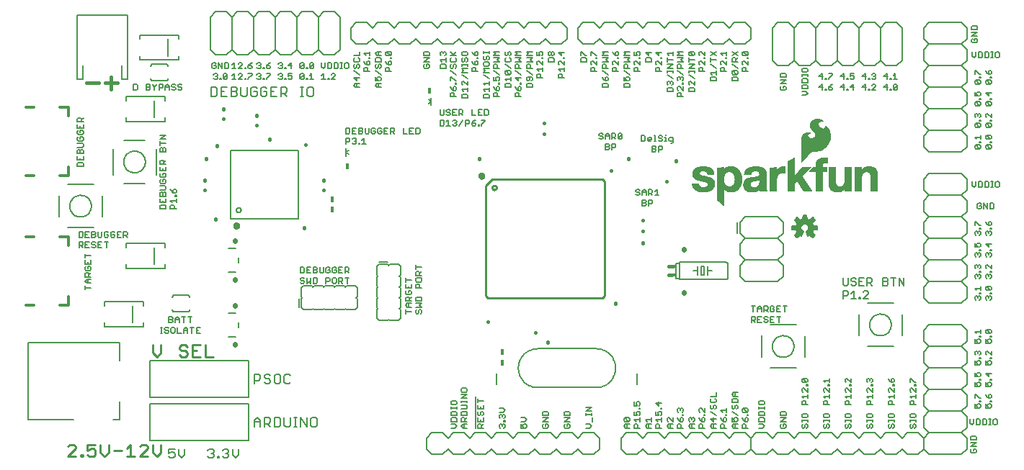
<source format=gto>
G75*
%MOIN*%
%OFA0B0*%
%FSLAX24Y24*%
%IPPOS*%
%LPD*%
%AMOC8*
5,1,8,0,0,1.08239X$1,22.5*
%
%ADD10C,0.0150*%
%ADD11C,0.0100*%
%ADD12C,0.0080*%
%ADD13C,0.0050*%
%ADD14C,0.0160*%
%ADD15C,0.0060*%
%ADD16R,0.0160X0.0280*%
%ADD17R,0.0180X0.0300*%
%ADD18C,0.0120*%
%ADD19C,0.0220*%
%ADD20R,0.0230X0.0160*%
%ADD21C,0.0000*%
%ADD22C,0.0001*%
%ADD23C,0.0059*%
D10*
X010168Y028917D02*
X010168Y029484D01*
X009885Y029200D02*
X010452Y029200D01*
X009602Y029200D02*
X009035Y029200D01*
D11*
X008533Y012274D02*
X008160Y011900D01*
X008533Y011900D01*
X008767Y011900D02*
X008861Y011900D01*
X008861Y011993D01*
X008767Y011993D01*
X008767Y011900D01*
X009071Y011993D02*
X009165Y011900D01*
X009351Y011900D01*
X009445Y011993D01*
X009445Y012180D01*
X009351Y012274D01*
X009258Y012274D01*
X009071Y012180D01*
X009071Y012460D01*
X009445Y012460D01*
X009679Y012460D02*
X009679Y012087D01*
X009866Y011900D01*
X010052Y012087D01*
X010052Y012460D01*
X010287Y012180D02*
X010660Y012180D01*
X010894Y012274D02*
X011081Y012460D01*
X011081Y011900D01*
X010894Y011900D02*
X011268Y011900D01*
X011502Y011900D02*
X011876Y012274D01*
X011876Y012367D01*
X011782Y012460D01*
X011595Y012460D01*
X011502Y012367D01*
X011502Y011900D02*
X011876Y011900D01*
X012110Y012087D02*
X012297Y011900D01*
X012483Y012087D01*
X012483Y012460D01*
X012110Y012460D02*
X012110Y012087D01*
X008533Y012274D02*
X008533Y012367D01*
X008440Y012460D01*
X008253Y012460D01*
X008160Y012367D01*
X012296Y016520D02*
X012110Y016707D01*
X012110Y017080D01*
X012483Y017080D02*
X012483Y016707D01*
X012296Y016520D01*
X013325Y016613D02*
X013418Y016520D01*
X013605Y016520D01*
X013699Y016613D01*
X013699Y016707D01*
X013605Y016800D01*
X013418Y016800D01*
X013325Y016894D01*
X013325Y016987D01*
X013418Y017080D01*
X013605Y017080D01*
X013699Y016987D01*
X013933Y017080D02*
X013933Y016520D01*
X014306Y016520D01*
X014540Y016520D02*
X014540Y017080D01*
X014306Y017080D02*
X013933Y017080D01*
X013933Y016800D02*
X014119Y016800D01*
X014540Y016520D02*
X014914Y016520D01*
X027504Y019343D02*
X027504Y024461D01*
X027799Y024756D01*
X032917Y024756D01*
X033015Y024657D01*
X033015Y019343D01*
X032917Y019244D01*
X027602Y019244D01*
X027504Y019343D01*
X027799Y024362D02*
X027801Y024381D01*
X027806Y024400D01*
X027816Y024416D01*
X027828Y024431D01*
X027843Y024443D01*
X027859Y024453D01*
X027878Y024458D01*
X027897Y024460D01*
X027916Y024458D01*
X027935Y024453D01*
X027951Y024443D01*
X027966Y024431D01*
X027978Y024416D01*
X027988Y024400D01*
X027993Y024381D01*
X027995Y024362D01*
X027993Y024343D01*
X027988Y024324D01*
X027978Y024308D01*
X027966Y024293D01*
X027951Y024281D01*
X027935Y024271D01*
X027916Y024266D01*
X027897Y024264D01*
X027878Y024266D01*
X027859Y024271D01*
X027843Y024281D01*
X027828Y024293D01*
X027816Y024308D01*
X027806Y024324D01*
X027801Y024343D01*
X027799Y024362D01*
D12*
X024976Y028169D02*
X024976Y028350D01*
X024854Y028258D01*
X024976Y028350D02*
X024976Y028531D01*
X024854Y028436D02*
X024970Y028360D01*
X021043Y026181D02*
X021043Y026000D01*
X021165Y026092D01*
X021043Y026000D02*
X021043Y025819D01*
X021165Y025914D02*
X021049Y025990D01*
X019460Y028590D02*
X019530Y028660D01*
X019530Y028940D01*
X019460Y029010D01*
X019320Y029010D01*
X019250Y028940D01*
X019250Y028660D01*
X019320Y028590D01*
X019460Y028590D01*
X019083Y028590D02*
X018943Y028590D01*
X019013Y028590D02*
X019013Y029010D01*
X018943Y029010D02*
X019083Y029010D01*
X018303Y028940D02*
X018303Y028800D01*
X018232Y028730D01*
X018022Y028730D01*
X018022Y028590D02*
X018022Y029010D01*
X018232Y029010D01*
X018303Y028940D01*
X018162Y028730D02*
X018303Y028590D01*
X017842Y028590D02*
X017562Y028590D01*
X017562Y029010D01*
X017842Y029010D01*
X017702Y028800D02*
X017562Y028800D01*
X017382Y028800D02*
X017242Y028800D01*
X017382Y028800D02*
X017382Y028660D01*
X017312Y028590D01*
X017172Y028590D01*
X017101Y028660D01*
X017101Y028940D01*
X017172Y029010D01*
X017312Y029010D01*
X017382Y028940D01*
X016921Y028940D02*
X016851Y029010D01*
X016711Y029010D01*
X016641Y028940D01*
X016641Y028660D01*
X016711Y028590D01*
X016851Y028590D01*
X016921Y028660D01*
X016921Y028800D01*
X016781Y028800D01*
X016461Y028660D02*
X016461Y029010D01*
X016181Y029010D02*
X016181Y028660D01*
X016251Y028590D01*
X016391Y028590D01*
X016461Y028660D01*
X016001Y028660D02*
X015930Y028590D01*
X015720Y028590D01*
X015720Y029010D01*
X015930Y029010D01*
X016001Y028940D01*
X016001Y028870D01*
X015930Y028800D01*
X015720Y028800D01*
X015930Y028800D02*
X016001Y028730D01*
X016001Y028660D01*
X015540Y028590D02*
X015260Y028590D01*
X015260Y029010D01*
X015540Y029010D01*
X015400Y028800D02*
X015260Y028800D01*
X015080Y028660D02*
X015010Y028590D01*
X014800Y028590D01*
X014800Y029010D01*
X015010Y029010D01*
X015080Y028940D01*
X015080Y028660D01*
X013315Y030279D02*
X011504Y030279D01*
X011504Y030456D01*
X012095Y030094D02*
X012724Y030094D01*
X012725Y030093D02*
X012741Y030088D01*
X012757Y030080D01*
X012771Y030070D01*
X012783Y030058D01*
X012793Y030043D01*
X012800Y030027D01*
X012804Y030010D01*
X012805Y029993D01*
X012803Y029975D01*
X012803Y029425D02*
X012805Y029407D01*
X012804Y029390D01*
X012800Y029373D01*
X012793Y029357D01*
X012783Y029342D01*
X012771Y029330D01*
X012757Y029320D01*
X012741Y029312D01*
X012725Y029307D01*
X012724Y029306D02*
X012095Y029306D01*
X012094Y029307D02*
X012078Y029312D01*
X012062Y029320D01*
X012048Y029330D01*
X012036Y029342D01*
X012026Y029357D01*
X012019Y029373D01*
X012015Y029390D01*
X012014Y029407D01*
X012016Y029425D01*
X012016Y029975D02*
X012014Y029993D01*
X012015Y030010D01*
X012019Y030027D01*
X012026Y030043D01*
X012036Y030058D01*
X012048Y030070D01*
X012062Y030080D01*
X012078Y030088D01*
X012094Y030093D01*
X012803Y030456D02*
X012803Y031244D01*
X013315Y031244D02*
X013315Y031421D01*
X011504Y031421D01*
X011504Y031244D01*
X010921Y032362D02*
X010921Y029370D01*
X010665Y029370D01*
X010665Y030000D01*
X008854Y030000D02*
X008854Y029370D01*
X008598Y029370D01*
X008598Y032362D01*
X010921Y032362D01*
X013315Y030456D02*
X013315Y030279D01*
X012665Y028571D02*
X010854Y028571D01*
X010854Y028394D01*
X010854Y027606D02*
X010854Y027429D01*
X012665Y027429D01*
X012665Y027606D01*
X012153Y027606D02*
X012153Y028394D01*
X012665Y028394D02*
X012665Y028571D01*
X011748Y026550D02*
X010771Y026550D01*
X010260Y026156D02*
X010260Y024944D01*
X010760Y024550D02*
X011748Y024550D01*
X012260Y024944D02*
X012260Y026156D01*
X010760Y025550D02*
X010762Y025594D01*
X010768Y025638D01*
X010778Y025681D01*
X010791Y025723D01*
X010808Y025764D01*
X010829Y025803D01*
X010853Y025840D01*
X010880Y025875D01*
X010910Y025907D01*
X010943Y025937D01*
X010979Y025963D01*
X011016Y025987D01*
X011056Y026006D01*
X011097Y026023D01*
X011140Y026035D01*
X011183Y026044D01*
X011227Y026049D01*
X011271Y026050D01*
X011315Y026047D01*
X011359Y026040D01*
X011402Y026029D01*
X011444Y026015D01*
X011484Y025997D01*
X011523Y025975D01*
X011559Y025951D01*
X011593Y025923D01*
X011625Y025892D01*
X011654Y025858D01*
X011680Y025822D01*
X011702Y025784D01*
X011721Y025744D01*
X011736Y025702D01*
X011748Y025660D01*
X011756Y025616D01*
X011760Y025572D01*
X011760Y025528D01*
X011756Y025484D01*
X011748Y025440D01*
X011736Y025398D01*
X011721Y025356D01*
X011702Y025316D01*
X011680Y025278D01*
X011654Y025242D01*
X011625Y025208D01*
X011593Y025177D01*
X011559Y025149D01*
X011523Y025125D01*
X011484Y025103D01*
X011444Y025085D01*
X011402Y025071D01*
X011359Y025060D01*
X011315Y025053D01*
X011271Y025050D01*
X011227Y025051D01*
X011183Y025056D01*
X011140Y025065D01*
X011097Y025077D01*
X011056Y025094D01*
X011016Y025113D01*
X010979Y025137D01*
X010943Y025163D01*
X010910Y025193D01*
X010880Y025225D01*
X010853Y025260D01*
X010829Y025297D01*
X010808Y025336D01*
X010791Y025377D01*
X010778Y025419D01*
X010768Y025462D01*
X010762Y025506D01*
X010760Y025550D01*
X009366Y024500D02*
X008153Y024500D01*
X007760Y023988D02*
X007760Y023012D01*
X008153Y022500D02*
X009366Y022500D01*
X009760Y023000D02*
X009760Y023988D01*
X008260Y023500D02*
X008262Y023544D01*
X008268Y023588D01*
X008278Y023631D01*
X008291Y023673D01*
X008308Y023714D01*
X008329Y023753D01*
X008353Y023790D01*
X008380Y023825D01*
X008410Y023857D01*
X008443Y023887D01*
X008479Y023913D01*
X008516Y023937D01*
X008556Y023956D01*
X008597Y023973D01*
X008640Y023985D01*
X008683Y023994D01*
X008727Y023999D01*
X008771Y024000D01*
X008815Y023997D01*
X008859Y023990D01*
X008902Y023979D01*
X008944Y023965D01*
X008984Y023947D01*
X009023Y023925D01*
X009059Y023901D01*
X009093Y023873D01*
X009125Y023842D01*
X009154Y023808D01*
X009180Y023772D01*
X009202Y023734D01*
X009221Y023694D01*
X009236Y023652D01*
X009248Y023610D01*
X009256Y023566D01*
X009260Y023522D01*
X009260Y023478D01*
X009256Y023434D01*
X009248Y023390D01*
X009236Y023348D01*
X009221Y023306D01*
X009202Y023266D01*
X009180Y023228D01*
X009154Y023192D01*
X009125Y023158D01*
X009093Y023127D01*
X009059Y023099D01*
X009023Y023075D01*
X008984Y023053D01*
X008944Y023035D01*
X008902Y023021D01*
X008859Y023010D01*
X008815Y023003D01*
X008771Y023000D01*
X008727Y023001D01*
X008683Y023006D01*
X008640Y023015D01*
X008597Y023027D01*
X008556Y023044D01*
X008516Y023063D01*
X008479Y023087D01*
X008443Y023113D01*
X008410Y023143D01*
X008380Y023175D01*
X008353Y023210D01*
X008329Y023247D01*
X008308Y023286D01*
X008291Y023327D01*
X008278Y023369D01*
X008268Y023412D01*
X008262Y023456D01*
X008260Y023500D01*
X010854Y021771D02*
X012665Y021771D01*
X012665Y021594D01*
X012153Y021594D02*
X012153Y020806D01*
X012665Y020806D02*
X012665Y020629D01*
X010854Y020629D01*
X010854Y020806D01*
X010854Y021594D02*
X010854Y021771D01*
X013095Y019394D02*
X013724Y019394D01*
X013725Y019393D02*
X013741Y019388D01*
X013757Y019380D01*
X013771Y019370D01*
X013783Y019358D01*
X013793Y019343D01*
X013800Y019327D01*
X013804Y019310D01*
X013805Y019293D01*
X013803Y019275D01*
X013803Y018725D02*
X013805Y018707D01*
X013804Y018690D01*
X013800Y018673D01*
X013793Y018657D01*
X013783Y018642D01*
X013771Y018630D01*
X013757Y018620D01*
X013741Y018612D01*
X013725Y018607D01*
X013724Y018606D02*
X013095Y018606D01*
X013094Y018607D02*
X013078Y018612D01*
X013062Y018620D01*
X013048Y018630D01*
X013036Y018642D01*
X013026Y018657D01*
X013019Y018673D01*
X013015Y018690D01*
X013014Y018707D01*
X013016Y018725D01*
X013016Y019275D02*
X013014Y019293D01*
X013015Y019310D01*
X013019Y019327D01*
X013026Y019343D01*
X013036Y019358D01*
X013048Y019370D01*
X013062Y019380D01*
X013078Y019388D01*
X013094Y019393D01*
X011665Y019071D02*
X011665Y018894D01*
X011665Y019071D02*
X009854Y019071D01*
X009854Y018894D01*
X009854Y018106D02*
X009854Y017929D01*
X011665Y017929D01*
X011665Y018106D01*
X011153Y018106D02*
X011153Y018894D01*
X010553Y017172D02*
X010553Y016345D01*
X011970Y016356D02*
X016549Y016356D01*
X016549Y014644D01*
X011970Y014644D01*
X011970Y016356D01*
X010553Y017172D02*
X006341Y017172D01*
X006341Y013628D01*
X008427Y013628D01*
X010278Y013628D02*
X010553Y013628D01*
X010553Y014455D01*
X011970Y014356D02*
X016549Y014356D01*
X016549Y012644D01*
X011970Y012644D01*
X011970Y014356D01*
X012839Y012260D02*
X012839Y012050D01*
X012979Y012120D01*
X013049Y012120D01*
X013119Y012050D01*
X013119Y011910D01*
X013049Y011840D01*
X012909Y011840D01*
X012839Y011910D01*
X012839Y012260D02*
X013119Y012260D01*
X013300Y012260D02*
X013300Y011980D01*
X013440Y011840D01*
X013580Y011980D01*
X013580Y012260D01*
X014644Y012190D02*
X014714Y012260D01*
X014854Y012260D01*
X014924Y012190D01*
X014924Y012120D01*
X014854Y012050D01*
X014924Y011980D01*
X014924Y011910D01*
X014854Y011840D01*
X014714Y011840D01*
X014644Y011910D01*
X014784Y012050D02*
X014854Y012050D01*
X015104Y011910D02*
X015174Y011910D01*
X015174Y011840D01*
X015104Y011840D01*
X015104Y011910D01*
X015334Y011910D02*
X015404Y011840D01*
X015545Y011840D01*
X015615Y011910D01*
X015615Y011980D01*
X015545Y012050D01*
X015475Y012050D01*
X015545Y012050D02*
X015615Y012120D01*
X015615Y012190D01*
X015545Y012260D01*
X015404Y012260D01*
X015334Y012190D01*
X015795Y012260D02*
X015795Y011980D01*
X015935Y011840D01*
X016075Y011980D01*
X016075Y012260D01*
X016800Y013290D02*
X016800Y013570D01*
X016940Y013710D01*
X017080Y013570D01*
X017080Y013290D01*
X017260Y013290D02*
X017260Y013710D01*
X017470Y013710D01*
X017540Y013640D01*
X017540Y013500D01*
X017470Y013430D01*
X017260Y013430D01*
X017400Y013430D02*
X017540Y013290D01*
X017720Y013290D02*
X017930Y013290D01*
X018001Y013360D01*
X018001Y013640D01*
X017930Y013710D01*
X017720Y013710D01*
X017720Y013290D01*
X018181Y013360D02*
X018181Y013710D01*
X018461Y013710D02*
X018461Y013360D01*
X018391Y013290D01*
X018251Y013290D01*
X018181Y013360D01*
X018641Y013290D02*
X018781Y013290D01*
X018711Y013290D02*
X018711Y013710D01*
X018641Y013710D02*
X018781Y013710D01*
X018948Y013710D02*
X019228Y013290D01*
X019228Y013710D01*
X019408Y013640D02*
X019408Y013360D01*
X019478Y013290D01*
X019619Y013290D01*
X019689Y013360D01*
X019689Y013640D01*
X019619Y013710D01*
X019478Y013710D01*
X019408Y013640D01*
X018948Y013710D02*
X018948Y013290D01*
X017080Y013500D02*
X016800Y013500D01*
X016800Y015290D02*
X016800Y015710D01*
X017010Y015710D01*
X017080Y015640D01*
X017080Y015500D01*
X017010Y015430D01*
X016800Y015430D01*
X017260Y015360D02*
X017330Y015290D01*
X017470Y015290D01*
X017540Y015360D01*
X017540Y015430D01*
X017470Y015500D01*
X017330Y015500D01*
X017260Y015570D01*
X017260Y015640D01*
X017330Y015710D01*
X017470Y015710D01*
X017540Y015640D01*
X017720Y015640D02*
X017720Y015360D01*
X017790Y015290D01*
X017930Y015290D01*
X018001Y015360D01*
X018001Y015640D01*
X017930Y015710D01*
X017790Y015710D01*
X017720Y015640D01*
X018181Y015640D02*
X018181Y015360D01*
X018251Y015290D01*
X018391Y015290D01*
X018461Y015360D01*
X018461Y015640D02*
X018391Y015710D01*
X018251Y015710D01*
X018181Y015640D01*
X015929Y017440D02*
X015590Y017440D01*
X016079Y017894D02*
X016079Y018106D01*
X015929Y018560D02*
X015590Y018560D01*
X015590Y020440D02*
X015929Y020440D01*
X016079Y020894D02*
X016079Y021106D01*
X015929Y021560D02*
X015590Y021560D01*
X028010Y015750D02*
X028010Y015250D01*
X029910Y015100D02*
X032610Y015100D01*
X032669Y015102D01*
X032727Y015108D01*
X032786Y015117D01*
X032843Y015131D01*
X032899Y015148D01*
X032954Y015169D01*
X033008Y015193D01*
X033060Y015221D01*
X033110Y015252D01*
X033158Y015286D01*
X033203Y015323D01*
X033246Y015364D01*
X033287Y015407D01*
X033324Y015452D01*
X033358Y015500D01*
X033389Y015550D01*
X033417Y015602D01*
X033441Y015656D01*
X033462Y015711D01*
X033479Y015767D01*
X033493Y015824D01*
X033502Y015883D01*
X033508Y015941D01*
X033510Y016000D01*
X033508Y016059D01*
X033502Y016117D01*
X033493Y016176D01*
X033479Y016233D01*
X033462Y016289D01*
X033441Y016344D01*
X033417Y016398D01*
X033389Y016450D01*
X033358Y016500D01*
X033324Y016548D01*
X033287Y016593D01*
X033246Y016636D01*
X033203Y016677D01*
X033158Y016714D01*
X033110Y016748D01*
X033060Y016779D01*
X033008Y016807D01*
X032954Y016831D01*
X032899Y016852D01*
X032843Y016869D01*
X032786Y016883D01*
X032727Y016892D01*
X032669Y016898D01*
X032610Y016900D01*
X029910Y016900D01*
X029851Y016898D01*
X029793Y016892D01*
X029734Y016883D01*
X029677Y016869D01*
X029621Y016852D01*
X029566Y016831D01*
X029512Y016807D01*
X029460Y016779D01*
X029410Y016748D01*
X029362Y016714D01*
X029317Y016677D01*
X029274Y016636D01*
X029233Y016593D01*
X029196Y016548D01*
X029162Y016500D01*
X029131Y016450D01*
X029103Y016398D01*
X029079Y016344D01*
X029058Y016289D01*
X029041Y016233D01*
X029027Y016176D01*
X029018Y016117D01*
X029012Y016059D01*
X029010Y016000D01*
X029012Y015941D01*
X029018Y015883D01*
X029027Y015824D01*
X029041Y015767D01*
X029058Y015711D01*
X029079Y015656D01*
X029103Y015602D01*
X029131Y015550D01*
X029162Y015500D01*
X029196Y015452D01*
X029233Y015407D01*
X029274Y015364D01*
X029317Y015323D01*
X029362Y015286D01*
X029410Y015252D01*
X029460Y015221D01*
X029512Y015193D01*
X029566Y015169D01*
X029621Y015148D01*
X029677Y015131D01*
X029734Y015117D01*
X029793Y015108D01*
X029851Y015102D01*
X029910Y015100D01*
X030010Y013000D02*
X030510Y013000D01*
X030760Y012750D01*
X031010Y013000D01*
X031510Y013000D01*
X031760Y012750D01*
X032010Y013000D01*
X032510Y013000D01*
X032760Y012750D01*
X032760Y012250D01*
X032510Y012000D01*
X032010Y012000D01*
X031760Y012250D01*
X031510Y012000D01*
X031010Y012000D01*
X030760Y012250D01*
X030510Y012000D01*
X030010Y012000D01*
X029760Y012250D01*
X029510Y012000D01*
X029010Y012000D01*
X028760Y012250D01*
X028510Y012000D01*
X028010Y012000D01*
X027760Y012250D01*
X027510Y012000D01*
X027010Y012000D01*
X026760Y012250D01*
X026510Y012000D01*
X026010Y012000D01*
X025760Y012250D01*
X025510Y012000D01*
X025010Y012000D01*
X024760Y012250D01*
X024760Y012750D01*
X025010Y013000D01*
X025510Y013000D01*
X025760Y012750D01*
X026010Y013000D01*
X026510Y013000D01*
X026760Y012750D01*
X027010Y013000D01*
X027510Y013000D01*
X027760Y012750D01*
X028010Y013000D01*
X028510Y013000D01*
X028760Y012750D01*
X029010Y013000D01*
X029510Y013000D01*
X029760Y012750D01*
X030010Y013000D01*
X033760Y012750D02*
X033760Y012250D01*
X034010Y012000D01*
X034510Y012000D01*
X034760Y012250D01*
X035010Y012000D01*
X035510Y012000D01*
X035760Y012250D01*
X036010Y012000D01*
X036510Y012000D01*
X036760Y012250D01*
X037010Y012000D01*
X037510Y012000D01*
X037760Y012250D01*
X038010Y012000D01*
X038510Y012000D01*
X038760Y012250D01*
X039010Y012000D01*
X039510Y012000D01*
X039760Y012250D01*
X040010Y012000D01*
X040510Y012000D01*
X040760Y012250D01*
X041010Y012000D01*
X041510Y012000D01*
X041760Y012250D01*
X042010Y012000D01*
X042510Y012000D01*
X042760Y012250D01*
X043010Y012000D01*
X043510Y012000D01*
X043760Y012250D01*
X044010Y012000D01*
X044510Y012000D01*
X044760Y012250D01*
X045010Y012000D01*
X045510Y012000D01*
X045760Y012250D01*
X046010Y012000D01*
X046510Y012000D01*
X046760Y012250D01*
X047010Y012000D01*
X047510Y012000D01*
X047760Y012250D01*
X047760Y012750D01*
X047510Y013000D01*
X047010Y013000D01*
X046760Y012750D01*
X046510Y013000D01*
X046010Y013000D01*
X045760Y012750D01*
X045510Y013000D01*
X045010Y013000D01*
X044760Y012750D01*
X044510Y013000D01*
X044010Y013000D01*
X043760Y012750D01*
X043510Y013000D01*
X043010Y013000D01*
X042760Y012750D01*
X042510Y013000D01*
X042010Y013000D01*
X041760Y012750D01*
X041510Y013000D01*
X041010Y013000D01*
X040760Y012750D01*
X040510Y013000D01*
X040010Y013000D01*
X039760Y012750D01*
X039760Y012250D01*
X039760Y012750D01*
X039510Y013000D01*
X039010Y013000D01*
X038760Y012750D01*
X038510Y013000D01*
X038010Y013000D01*
X037760Y012750D01*
X037510Y013000D01*
X037010Y013000D01*
X036760Y012750D01*
X036510Y013000D01*
X036010Y013000D01*
X035760Y012750D01*
X035510Y013000D01*
X035010Y013000D01*
X034760Y012750D01*
X034510Y013000D01*
X034010Y013000D01*
X033760Y012750D01*
X034510Y015250D02*
X034510Y015750D01*
X040260Y016512D02*
X040260Y017500D01*
X040760Y017000D02*
X040762Y017044D01*
X040768Y017088D01*
X040778Y017131D01*
X040791Y017173D01*
X040808Y017214D01*
X040829Y017253D01*
X040853Y017290D01*
X040880Y017325D01*
X040910Y017357D01*
X040943Y017387D01*
X040979Y017413D01*
X041016Y017437D01*
X041056Y017456D01*
X041097Y017473D01*
X041140Y017485D01*
X041183Y017494D01*
X041227Y017499D01*
X041271Y017500D01*
X041315Y017497D01*
X041359Y017490D01*
X041402Y017479D01*
X041444Y017465D01*
X041484Y017447D01*
X041523Y017425D01*
X041559Y017401D01*
X041593Y017373D01*
X041625Y017342D01*
X041654Y017308D01*
X041680Y017272D01*
X041702Y017234D01*
X041721Y017194D01*
X041736Y017152D01*
X041748Y017110D01*
X041756Y017066D01*
X041760Y017022D01*
X041760Y016978D01*
X041756Y016934D01*
X041748Y016890D01*
X041736Y016848D01*
X041721Y016806D01*
X041702Y016766D01*
X041680Y016728D01*
X041654Y016692D01*
X041625Y016658D01*
X041593Y016627D01*
X041559Y016599D01*
X041523Y016575D01*
X041484Y016553D01*
X041444Y016535D01*
X041402Y016521D01*
X041359Y016510D01*
X041315Y016503D01*
X041271Y016500D01*
X041227Y016501D01*
X041183Y016506D01*
X041140Y016515D01*
X041097Y016527D01*
X041056Y016544D01*
X041016Y016563D01*
X040979Y016587D01*
X040943Y016613D01*
X040910Y016643D01*
X040880Y016675D01*
X040853Y016710D01*
X040829Y016747D01*
X040808Y016786D01*
X040791Y016827D01*
X040778Y016869D01*
X040768Y016912D01*
X040762Y016956D01*
X040760Y017000D01*
X042260Y017488D02*
X042260Y016512D01*
X041866Y016000D02*
X040653Y016000D01*
X040653Y018000D02*
X041866Y018000D01*
X041010Y020000D02*
X039510Y020000D01*
X039260Y020250D01*
X039260Y020750D01*
X039510Y021000D01*
X041010Y021000D01*
X041260Y020750D01*
X041260Y020250D01*
X041010Y020000D01*
X041010Y021000D02*
X041260Y021250D01*
X041260Y021750D01*
X041010Y022000D01*
X039510Y022000D01*
X039260Y021750D01*
X039260Y021250D01*
X039510Y021000D01*
X039510Y022000D02*
X039260Y022250D01*
X039260Y022750D01*
X039510Y023000D01*
X041010Y023000D01*
X041260Y022750D01*
X041260Y022250D01*
X041010Y022000D01*
X039128Y022250D02*
X039128Y022750D01*
X045153Y019000D02*
X046366Y019000D01*
X046760Y018488D02*
X046760Y017500D01*
X046366Y017000D02*
X045153Y017000D01*
X044760Y017512D02*
X044760Y018488D01*
X045260Y018000D02*
X045262Y018044D01*
X045268Y018088D01*
X045278Y018131D01*
X045291Y018173D01*
X045308Y018214D01*
X045329Y018253D01*
X045353Y018290D01*
X045380Y018325D01*
X045410Y018357D01*
X045443Y018387D01*
X045479Y018413D01*
X045516Y018437D01*
X045556Y018456D01*
X045597Y018473D01*
X045640Y018485D01*
X045683Y018494D01*
X045727Y018499D01*
X045771Y018500D01*
X045815Y018497D01*
X045859Y018490D01*
X045902Y018479D01*
X045944Y018465D01*
X045984Y018447D01*
X046023Y018425D01*
X046059Y018401D01*
X046093Y018373D01*
X046125Y018342D01*
X046154Y018308D01*
X046180Y018272D01*
X046202Y018234D01*
X046221Y018194D01*
X046236Y018152D01*
X046248Y018110D01*
X046256Y018066D01*
X046260Y018022D01*
X046260Y017978D01*
X046256Y017934D01*
X046248Y017890D01*
X046236Y017848D01*
X046221Y017806D01*
X046202Y017766D01*
X046180Y017728D01*
X046154Y017692D01*
X046125Y017658D01*
X046093Y017627D01*
X046059Y017599D01*
X046023Y017575D01*
X045984Y017553D01*
X045944Y017535D01*
X045902Y017521D01*
X045859Y017510D01*
X045815Y017503D01*
X045771Y017500D01*
X045727Y017501D01*
X045683Y017506D01*
X045640Y017515D01*
X045597Y017527D01*
X045556Y017544D01*
X045516Y017563D01*
X045479Y017587D01*
X045443Y017613D01*
X045410Y017643D01*
X045380Y017675D01*
X045353Y017710D01*
X045329Y017747D01*
X045308Y017786D01*
X045291Y017827D01*
X045278Y017869D01*
X045268Y017912D01*
X045262Y017956D01*
X045260Y018000D01*
X039510Y031000D02*
X039760Y031250D01*
X039760Y031750D01*
X039510Y032000D01*
X039010Y032000D01*
X038760Y031750D01*
X038510Y032000D01*
X038010Y032000D01*
X037760Y031750D01*
X037510Y032000D01*
X037010Y032000D01*
X036760Y031750D01*
X036510Y032000D01*
X036010Y032000D01*
X035760Y031750D01*
X035510Y032000D01*
X035010Y032000D01*
X034760Y031750D01*
X034510Y032000D01*
X034010Y032000D01*
X033760Y031750D01*
X033510Y032000D01*
X033010Y032000D01*
X032760Y031750D01*
X032510Y032000D01*
X032010Y032000D01*
X031760Y031750D01*
X031760Y031250D01*
X032010Y031000D01*
X032510Y031000D01*
X032760Y031250D01*
X033010Y031000D01*
X033510Y031000D01*
X033760Y031250D01*
X034010Y031000D01*
X034510Y031000D01*
X034760Y031250D01*
X035010Y031000D01*
X035510Y031000D01*
X035760Y031250D01*
X036010Y031000D01*
X036510Y031000D01*
X036760Y031250D01*
X037010Y031000D01*
X037510Y031000D01*
X037760Y031250D01*
X038010Y031000D01*
X038510Y031000D01*
X038760Y031250D01*
X039010Y031000D01*
X039510Y031000D01*
X031260Y031250D02*
X031010Y031000D01*
X030510Y031000D01*
X030260Y031250D01*
X030010Y031000D01*
X029510Y031000D01*
X029260Y031250D01*
X029010Y031000D01*
X028510Y031000D01*
X028260Y031250D01*
X028010Y031000D01*
X027510Y031000D01*
X027260Y031250D01*
X027010Y031000D01*
X026510Y031000D01*
X026260Y031250D01*
X026010Y031000D01*
X025510Y031000D01*
X025260Y031250D01*
X025010Y031000D01*
X024510Y031000D01*
X024260Y031250D01*
X024010Y031000D01*
X023510Y031000D01*
X023260Y031250D01*
X023010Y031000D01*
X022510Y031000D01*
X022260Y031250D01*
X022010Y031000D01*
X021510Y031000D01*
X021260Y031250D01*
X021260Y031750D01*
X021510Y032000D01*
X022010Y032000D01*
X022260Y031750D01*
X022510Y032000D01*
X023010Y032000D01*
X023260Y031750D01*
X023510Y032000D01*
X024010Y032000D01*
X024260Y031750D01*
X024510Y032000D01*
X025010Y032000D01*
X025260Y031750D01*
X025510Y032000D01*
X026010Y032000D01*
X026260Y031750D01*
X026510Y032000D01*
X027010Y032000D01*
X027260Y031750D01*
X027510Y032000D01*
X028010Y032000D01*
X028260Y031750D01*
X028510Y032000D01*
X029010Y032000D01*
X029260Y031750D01*
X029510Y032000D01*
X030010Y032000D01*
X030260Y031750D01*
X030510Y032000D01*
X031010Y032000D01*
X031260Y031750D01*
X031260Y031250D01*
D13*
X030999Y030661D02*
X030999Y030480D01*
X030864Y030615D01*
X031135Y030615D01*
X031135Y030378D02*
X031135Y030333D01*
X031089Y030333D01*
X031089Y030378D01*
X031135Y030378D01*
X031135Y030219D02*
X031135Y030038D01*
X030954Y030219D01*
X030909Y030219D01*
X030864Y030173D01*
X030864Y030083D01*
X030909Y030038D01*
X030864Y029834D02*
X031135Y029834D01*
X031135Y029744D02*
X031135Y029924D01*
X030954Y029744D02*
X030864Y029834D01*
X030909Y029629D02*
X030999Y029629D01*
X031044Y029584D01*
X031044Y029449D01*
X031135Y029449D02*
X030864Y029449D01*
X030864Y029584D01*
X030909Y029629D01*
X030655Y030186D02*
X030655Y030321D01*
X030609Y030366D01*
X030429Y030366D01*
X030384Y030321D01*
X030384Y030186D01*
X030655Y030186D01*
X030609Y030480D02*
X030564Y030480D01*
X030519Y030525D01*
X030519Y030615D01*
X030564Y030661D01*
X030609Y030661D01*
X030655Y030615D01*
X030655Y030525D01*
X030609Y030480D01*
X030519Y030525D02*
X030474Y030480D01*
X030429Y030480D01*
X030384Y030525D01*
X030384Y030615D01*
X030429Y030661D01*
X030474Y030661D01*
X030519Y030615D01*
X030135Y030615D02*
X030135Y030525D01*
X030089Y030480D01*
X029999Y030480D02*
X029954Y030570D01*
X029954Y030615D01*
X029999Y030661D01*
X030089Y030661D01*
X030135Y030615D01*
X029999Y030480D02*
X029864Y030480D01*
X029864Y030661D01*
X029655Y030661D02*
X029384Y030661D01*
X029474Y030570D01*
X029384Y030480D01*
X029655Y030480D01*
X029655Y030366D02*
X029384Y030366D01*
X029384Y030186D02*
X029655Y030186D01*
X029564Y030276D01*
X029655Y030366D01*
X029864Y030173D02*
X029864Y030083D01*
X029909Y030038D01*
X029864Y030173D02*
X029909Y030219D01*
X029954Y030219D01*
X030135Y030038D01*
X030135Y030219D01*
X030135Y030333D02*
X030135Y030378D01*
X030089Y030378D01*
X030089Y030333D01*
X030135Y030333D01*
X030135Y029924D02*
X030135Y029744D01*
X030135Y029834D02*
X029864Y029834D01*
X029954Y029744D01*
X029909Y029629D02*
X029999Y029629D01*
X030044Y029584D01*
X030044Y029449D01*
X030135Y029449D02*
X029864Y029449D01*
X029864Y029584D01*
X029909Y029629D01*
X029655Y029596D02*
X029384Y029777D01*
X029384Y029891D02*
X029384Y030026D01*
X029429Y030071D01*
X029519Y030071D01*
X029564Y030026D01*
X029564Y029891D01*
X029655Y029891D02*
X029384Y029891D01*
X029135Y029891D02*
X028864Y029891D01*
X028864Y030026D01*
X028909Y030071D01*
X028999Y030071D01*
X029044Y030026D01*
X029044Y029891D01*
X028864Y029777D02*
X029135Y029596D01*
X029135Y029437D02*
X028864Y029437D01*
X028999Y029302D01*
X028999Y029482D01*
X029089Y029199D02*
X029135Y029199D01*
X029135Y029154D01*
X029089Y029154D01*
X029089Y029199D01*
X029089Y029040D02*
X029044Y029040D01*
X028999Y028995D01*
X028999Y028860D01*
X029089Y028860D01*
X029135Y028905D01*
X029135Y028995D01*
X029089Y029040D01*
X028909Y028950D02*
X028999Y028860D01*
X028999Y028745D02*
X029044Y028700D01*
X029044Y028565D01*
X029135Y028565D02*
X028864Y028565D01*
X028864Y028700D01*
X028909Y028745D01*
X028999Y028745D01*
X028909Y028950D02*
X028864Y029040D01*
X028655Y029007D02*
X028655Y029142D01*
X028609Y029187D01*
X028429Y029187D01*
X028384Y029142D01*
X028384Y029007D01*
X028655Y029007D01*
X028655Y029302D02*
X028655Y029482D01*
X028655Y029392D02*
X028384Y029392D01*
X028474Y029302D01*
X028429Y029596D02*
X028384Y029641D01*
X028384Y029732D01*
X028429Y029777D01*
X028609Y029596D01*
X028655Y029641D01*
X028655Y029732D01*
X028609Y029777D01*
X028429Y029777D01*
X028429Y029596D02*
X028609Y029596D01*
X028655Y029891D02*
X028384Y030071D01*
X028429Y030186D02*
X028609Y030186D01*
X028655Y030231D01*
X028655Y030321D01*
X028609Y030366D01*
X028609Y030480D02*
X028655Y030525D01*
X028655Y030615D01*
X028609Y030661D01*
X028564Y030661D01*
X028519Y030615D01*
X028519Y030525D01*
X028474Y030480D01*
X028429Y030480D01*
X028384Y030525D01*
X028384Y030615D01*
X028429Y030661D01*
X028135Y030661D02*
X027864Y030661D01*
X027954Y030570D01*
X027864Y030480D01*
X028135Y030480D01*
X028135Y030366D02*
X027864Y030366D01*
X027864Y030186D02*
X028135Y030186D01*
X028044Y030276D01*
X028135Y030366D01*
X028384Y030321D02*
X028384Y030231D01*
X028429Y030186D01*
X028384Y030321D02*
X028429Y030366D01*
X028864Y030366D02*
X029135Y030366D01*
X029044Y030276D01*
X029135Y030186D01*
X028864Y030186D01*
X028864Y030480D02*
X028954Y030570D01*
X028864Y030661D01*
X029135Y030661D01*
X029135Y030480D02*
X028864Y030480D01*
X028044Y030026D02*
X027999Y030071D01*
X027909Y030071D01*
X027864Y030026D01*
X027864Y029891D01*
X028135Y029891D01*
X028044Y029891D02*
X028044Y030026D01*
X027864Y029777D02*
X028135Y029596D01*
X028089Y029482D02*
X028135Y029437D01*
X028135Y029347D01*
X028089Y029302D01*
X027999Y029302D02*
X027954Y029392D01*
X027954Y029437D01*
X027999Y029482D01*
X028089Y029482D01*
X027999Y029302D02*
X027864Y029302D01*
X027864Y029482D01*
X027655Y029400D02*
X027384Y029580D01*
X027384Y029695D02*
X027474Y029785D01*
X027384Y029875D01*
X027655Y029875D01*
X027609Y029989D02*
X027655Y030034D01*
X027655Y030124D01*
X027609Y030169D01*
X027429Y030169D01*
X027384Y030124D01*
X027384Y030034D01*
X027429Y029989D01*
X027609Y029989D01*
X027609Y030284D02*
X027655Y030329D01*
X027655Y030419D01*
X027609Y030464D01*
X027564Y030464D01*
X027519Y030419D01*
X027519Y030329D01*
X027474Y030284D01*
X027429Y030284D01*
X027384Y030329D01*
X027384Y030419D01*
X027429Y030464D01*
X027384Y030579D02*
X027384Y030669D01*
X027384Y030624D02*
X027655Y030624D01*
X027655Y030579D02*
X027655Y030669D01*
X027135Y030615D02*
X027089Y030661D01*
X027044Y030661D01*
X026999Y030615D01*
X026999Y030480D01*
X027089Y030480D01*
X027135Y030525D01*
X027135Y030615D01*
X026999Y030480D02*
X026909Y030570D01*
X026864Y030661D01*
X026655Y030615D02*
X026609Y030661D01*
X026429Y030661D01*
X026384Y030615D01*
X026384Y030525D01*
X026429Y030480D01*
X026609Y030480D01*
X026655Y030525D01*
X026655Y030615D01*
X026609Y030366D02*
X026655Y030321D01*
X026655Y030231D01*
X026609Y030186D01*
X026519Y030231D02*
X026519Y030321D01*
X026564Y030366D01*
X026609Y030366D01*
X026519Y030231D02*
X026474Y030186D01*
X026429Y030186D01*
X026384Y030231D01*
X026384Y030321D01*
X026429Y030366D01*
X026384Y030079D02*
X026384Y029989D01*
X026384Y030034D02*
X026655Y030034D01*
X026655Y029989D02*
X026655Y030079D01*
X026655Y029875D02*
X026384Y029875D01*
X026474Y029785D01*
X026384Y029695D01*
X026655Y029695D01*
X026864Y029744D02*
X026864Y029879D01*
X026909Y029924D01*
X026999Y029924D01*
X027044Y029879D01*
X027044Y029744D01*
X027135Y029744D02*
X026864Y029744D01*
X026999Y030038D02*
X026999Y030173D01*
X027044Y030219D01*
X027089Y030219D01*
X027135Y030173D01*
X027135Y030083D01*
X027089Y030038D01*
X026999Y030038D01*
X026909Y030128D01*
X026864Y030219D01*
X027089Y030333D02*
X027089Y030378D01*
X027135Y030378D01*
X027135Y030333D01*
X027089Y030333D01*
X027384Y029695D02*
X027655Y029695D01*
X027655Y029285D02*
X027655Y029105D01*
X027655Y029195D02*
X027384Y029195D01*
X027474Y029105D01*
X027655Y028991D02*
X027655Y028811D01*
X027655Y028901D02*
X027384Y028901D01*
X027474Y028811D01*
X027429Y028696D02*
X027384Y028651D01*
X027384Y028516D01*
X027655Y028516D01*
X027655Y028651D01*
X027609Y028696D01*
X027429Y028696D01*
X027864Y028700D02*
X027909Y028745D01*
X027999Y028745D01*
X028044Y028700D01*
X028044Y028565D01*
X028135Y028565D02*
X027864Y028565D01*
X027864Y028700D01*
X027999Y028860D02*
X027909Y028950D01*
X027864Y029040D01*
X027999Y028995D02*
X027999Y028860D01*
X028089Y028860D01*
X028135Y028905D01*
X028135Y028995D01*
X028089Y029040D01*
X028044Y029040D01*
X027999Y028995D01*
X028089Y029154D02*
X028089Y029199D01*
X028135Y029199D01*
X028135Y029154D01*
X028089Y029154D01*
X029384Y029142D02*
X029384Y029007D01*
X029655Y029007D01*
X029655Y029142D01*
X029609Y029187D01*
X029429Y029187D01*
X029384Y029142D01*
X029429Y029302D02*
X029474Y029302D01*
X029519Y029347D01*
X029519Y029482D01*
X029429Y029482D02*
X029384Y029437D01*
X029384Y029347D01*
X029429Y029302D01*
X029429Y029482D02*
X029609Y029482D01*
X029655Y029437D01*
X029655Y029347D01*
X029609Y029302D01*
X027627Y027930D02*
X027582Y027975D01*
X027447Y027975D01*
X027447Y027705D01*
X027582Y027705D01*
X027627Y027750D01*
X027627Y027930D01*
X027333Y027975D02*
X027152Y027975D01*
X027152Y027705D01*
X027333Y027705D01*
X027243Y027840D02*
X027152Y027840D01*
X027038Y027705D02*
X026858Y027705D01*
X026858Y027975D01*
X026449Y027930D02*
X026449Y027840D01*
X026404Y027795D01*
X026268Y027795D01*
X026268Y027705D02*
X026268Y027975D01*
X026404Y027975D01*
X026449Y027930D01*
X026359Y027795D02*
X026449Y027705D01*
X026449Y027495D02*
X026268Y027225D01*
X026154Y027270D02*
X026109Y027225D01*
X026019Y027225D01*
X025974Y027270D01*
X025859Y027225D02*
X025679Y027225D01*
X025769Y027225D02*
X025769Y027495D01*
X025679Y027405D01*
X025565Y027450D02*
X025520Y027495D01*
X025385Y027495D01*
X025385Y027225D01*
X025520Y027225D01*
X025565Y027270D01*
X025565Y027450D01*
X025520Y027705D02*
X025565Y027750D01*
X025565Y027975D01*
X025679Y027930D02*
X025679Y027885D01*
X025724Y027840D01*
X025814Y027840D01*
X025859Y027795D01*
X025859Y027750D01*
X025814Y027705D01*
X025724Y027705D01*
X025679Y027750D01*
X025520Y027705D02*
X025430Y027705D01*
X025385Y027750D01*
X025385Y027975D01*
X025679Y027930D02*
X025724Y027975D01*
X025814Y027975D01*
X025859Y027930D01*
X025974Y027975D02*
X025974Y027705D01*
X026154Y027705D01*
X026064Y027840D02*
X025974Y027840D01*
X025974Y027975D02*
X026154Y027975D01*
X026384Y028516D02*
X026384Y028651D01*
X026429Y028696D01*
X026609Y028696D01*
X026655Y028651D01*
X026655Y028516D01*
X026384Y028516D01*
X026135Y028565D02*
X025864Y028565D01*
X025864Y028700D01*
X025909Y028745D01*
X025999Y028745D01*
X026044Y028700D01*
X026044Y028565D01*
X025999Y028860D02*
X025999Y028995D01*
X026044Y029040D01*
X026089Y029040D01*
X026135Y028995D01*
X026135Y028905D01*
X026089Y028860D01*
X025999Y028860D01*
X025909Y028950D01*
X025864Y029040D01*
X026089Y029154D02*
X026089Y029199D01*
X026135Y029199D01*
X026135Y029154D01*
X026089Y029154D01*
X026089Y029302D02*
X026135Y029302D01*
X026089Y029302D02*
X025909Y029482D01*
X025864Y029482D01*
X025864Y029302D01*
X026135Y029596D02*
X025864Y029777D01*
X025909Y029891D02*
X025954Y029891D01*
X025999Y029936D01*
X025999Y030026D01*
X026044Y030071D01*
X026089Y030071D01*
X026135Y030026D01*
X026135Y029936D01*
X026089Y029891D01*
X025909Y029891D02*
X025864Y029936D01*
X025864Y030026D01*
X025909Y030071D01*
X025909Y030186D02*
X026089Y030186D01*
X026135Y030231D01*
X026135Y030321D01*
X026089Y030366D01*
X026044Y030480D02*
X025864Y030661D01*
X025864Y030480D02*
X026135Y030480D01*
X025999Y030525D02*
X026135Y030661D01*
X025909Y030366D02*
X025864Y030321D01*
X025864Y030231D01*
X025909Y030186D01*
X025655Y030186D02*
X025655Y030366D01*
X025655Y030276D02*
X025384Y030276D01*
X025474Y030186D01*
X025429Y030071D02*
X025384Y030026D01*
X025384Y029891D01*
X025655Y029891D01*
X025655Y030026D01*
X025609Y030071D01*
X025429Y030071D01*
X025429Y030480D02*
X025384Y030525D01*
X025384Y030615D01*
X025429Y030661D01*
X025474Y030661D01*
X025519Y030615D01*
X025564Y030661D01*
X025609Y030661D01*
X025655Y030615D01*
X025655Y030525D01*
X025609Y030480D01*
X025519Y030570D02*
X025519Y030615D01*
X024895Y030615D02*
X024849Y030661D01*
X024669Y030661D01*
X024624Y030615D01*
X024624Y030480D01*
X024895Y030480D01*
X024895Y030615D01*
X024895Y030366D02*
X024624Y030366D01*
X024624Y030186D02*
X024895Y030366D01*
X024895Y030186D02*
X024624Y030186D01*
X024669Y030071D02*
X024624Y030026D01*
X024624Y029936D01*
X024669Y029891D01*
X024849Y029891D01*
X024895Y029936D01*
X024895Y030026D01*
X024849Y030071D01*
X024759Y030071D01*
X024759Y029981D01*
X023135Y030083D02*
X023135Y030173D01*
X023089Y030219D01*
X023044Y030219D01*
X022999Y030173D01*
X022999Y030038D01*
X023089Y030038D01*
X023135Y030083D01*
X022999Y030038D02*
X022909Y030128D01*
X022864Y030219D01*
X022655Y030186D02*
X022655Y030321D01*
X022609Y030366D01*
X022429Y030366D01*
X022384Y030321D01*
X022384Y030186D01*
X022655Y030186D01*
X022609Y030071D02*
X022655Y030026D01*
X022655Y029936D01*
X022609Y029891D01*
X022519Y029936D02*
X022519Y030026D01*
X022564Y030071D01*
X022609Y030071D01*
X022519Y029936D02*
X022474Y029891D01*
X022429Y029891D01*
X022384Y029936D01*
X022384Y030026D01*
X022429Y030071D01*
X022135Y030083D02*
X022135Y030173D01*
X022089Y030219D01*
X022044Y030219D01*
X021999Y030173D01*
X021999Y030038D01*
X022089Y030038D01*
X022135Y030083D01*
X021999Y030038D02*
X021909Y030128D01*
X021864Y030219D01*
X021655Y030231D02*
X021655Y030321D01*
X021609Y030366D01*
X021655Y030480D02*
X021384Y030480D01*
X021429Y030366D02*
X021384Y030321D01*
X021384Y030231D01*
X021429Y030186D01*
X021609Y030186D01*
X021655Y030231D01*
X021609Y030071D02*
X021655Y030026D01*
X021655Y029936D01*
X021609Y029891D01*
X021519Y029936D02*
X021519Y030026D01*
X021564Y030071D01*
X021609Y030071D01*
X021519Y029936D02*
X021474Y029891D01*
X021429Y029891D01*
X021384Y029936D01*
X021384Y030026D01*
X021429Y030071D01*
X021158Y030090D02*
X021112Y030135D01*
X021022Y030135D01*
X020977Y030090D01*
X020977Y029910D01*
X021022Y029865D01*
X021112Y029865D01*
X021158Y029910D01*
X021158Y030090D01*
X020871Y030135D02*
X020781Y030135D01*
X020826Y030135D02*
X020826Y029865D01*
X020781Y029865D02*
X020871Y029865D01*
X020666Y029910D02*
X020666Y030090D01*
X020621Y030135D01*
X020486Y030135D01*
X020486Y029865D01*
X020621Y029865D01*
X020666Y029910D01*
X020372Y029910D02*
X020372Y030090D01*
X020327Y030135D01*
X020192Y030135D01*
X020192Y029865D01*
X020327Y029865D01*
X020372Y029910D01*
X020403Y029635D02*
X020358Y029590D01*
X020403Y029635D02*
X020493Y029635D01*
X020538Y029590D01*
X020538Y029545D01*
X020358Y029365D01*
X020538Y029365D01*
X020256Y029365D02*
X020211Y029365D01*
X020211Y029410D01*
X020256Y029410D01*
X020256Y029365D01*
X020096Y029365D02*
X019916Y029365D01*
X020006Y029365D02*
X020006Y029635D01*
X019916Y029545D01*
X019987Y029865D02*
X020077Y029955D01*
X020077Y030135D01*
X019897Y030135D02*
X019897Y029955D01*
X019987Y029865D01*
X019538Y029910D02*
X019538Y030090D01*
X019358Y029910D01*
X019403Y029865D01*
X019493Y029865D01*
X019538Y029910D01*
X019358Y029910D02*
X019358Y030090D01*
X019403Y030135D01*
X019493Y030135D01*
X019538Y030090D01*
X019256Y029910D02*
X019256Y029865D01*
X019211Y029865D01*
X019211Y029910D01*
X019256Y029910D01*
X019096Y029910D02*
X019096Y030090D01*
X018916Y029910D01*
X018961Y029865D01*
X019051Y029865D01*
X019096Y029910D01*
X018916Y029910D02*
X018916Y030090D01*
X018961Y030135D01*
X019051Y030135D01*
X019096Y030090D01*
X018538Y030000D02*
X018358Y030000D01*
X018493Y030135D01*
X018493Y029865D01*
X018538Y029635D02*
X018358Y029635D01*
X018358Y029500D01*
X018448Y029545D01*
X018493Y029545D01*
X018538Y029500D01*
X018538Y029410D01*
X018493Y029365D01*
X018403Y029365D01*
X018358Y029410D01*
X018256Y029410D02*
X018256Y029365D01*
X018211Y029365D01*
X018211Y029410D01*
X018256Y029410D01*
X018096Y029410D02*
X018051Y029365D01*
X017961Y029365D01*
X017916Y029410D01*
X018006Y029500D02*
X018051Y029500D01*
X018096Y029455D01*
X018096Y029410D01*
X018051Y029500D02*
X018096Y029545D01*
X018096Y029590D01*
X018051Y029635D01*
X017961Y029635D01*
X017916Y029590D01*
X017961Y029865D02*
X017916Y029910D01*
X017961Y029865D02*
X018051Y029865D01*
X018096Y029910D01*
X018096Y029955D01*
X018051Y030000D01*
X018006Y030000D01*
X018051Y030000D02*
X018096Y030045D01*
X018096Y030090D01*
X018051Y030135D01*
X017961Y030135D01*
X017916Y030090D01*
X018211Y029910D02*
X018256Y029910D01*
X018256Y029865D01*
X018211Y029865D01*
X018211Y029910D01*
X017538Y029910D02*
X017538Y029955D01*
X017493Y030000D01*
X017358Y030000D01*
X017358Y029910D01*
X017403Y029865D01*
X017493Y029865D01*
X017538Y029910D01*
X017448Y030090D02*
X017358Y030000D01*
X017448Y030090D02*
X017538Y030135D01*
X017256Y029910D02*
X017256Y029865D01*
X017211Y029865D01*
X017211Y029910D01*
X017256Y029910D01*
X017096Y029910D02*
X017051Y029865D01*
X016961Y029865D01*
X016916Y029910D01*
X017006Y030000D02*
X017051Y030000D01*
X017096Y029955D01*
X017096Y029910D01*
X017051Y030000D02*
X017096Y030045D01*
X017096Y030090D01*
X017051Y030135D01*
X016961Y030135D01*
X016916Y030090D01*
X016686Y030135D02*
X016596Y030090D01*
X016506Y030000D01*
X016641Y030000D01*
X016686Y029955D01*
X016686Y029910D01*
X016641Y029865D01*
X016551Y029865D01*
X016506Y029910D01*
X016506Y030000D01*
X016403Y029910D02*
X016403Y029865D01*
X016358Y029865D01*
X016358Y029910D01*
X016403Y029910D01*
X016244Y029865D02*
X016064Y029865D01*
X016244Y030045D01*
X016244Y030090D01*
X016199Y030135D01*
X016109Y030135D01*
X016064Y030090D01*
X015859Y030135D02*
X015859Y029865D01*
X015769Y029865D02*
X015949Y029865D01*
X015859Y029635D02*
X015859Y029365D01*
X015769Y029365D02*
X015949Y029365D01*
X016064Y029365D02*
X016244Y029545D01*
X016244Y029590D01*
X016199Y029635D01*
X016109Y029635D01*
X016064Y029590D01*
X015859Y029635D02*
X015769Y029545D01*
X015538Y029590D02*
X015358Y029410D01*
X015403Y029365D01*
X015493Y029365D01*
X015538Y029410D01*
X015538Y029590D01*
X015493Y029635D01*
X015403Y029635D01*
X015358Y029590D01*
X015358Y029410D01*
X015256Y029410D02*
X015256Y029365D01*
X015211Y029365D01*
X015211Y029410D01*
X015256Y029410D01*
X015096Y029410D02*
X015051Y029365D01*
X014961Y029365D01*
X014916Y029410D01*
X015006Y029500D02*
X015051Y029500D01*
X015096Y029455D01*
X015096Y029410D01*
X015051Y029500D02*
X015096Y029545D01*
X015096Y029590D01*
X015051Y029635D01*
X014961Y029635D01*
X014916Y029590D01*
X014888Y029865D02*
X014978Y029865D01*
X015023Y029910D01*
X015023Y030000D01*
X014933Y030000D01*
X015023Y030090D02*
X014978Y030135D01*
X014888Y030135D01*
X014843Y030090D01*
X014843Y029910D01*
X014888Y029865D01*
X015137Y029865D02*
X015137Y030135D01*
X015317Y029865D01*
X015317Y030135D01*
X015432Y030135D02*
X015567Y030135D01*
X015612Y030090D01*
X015612Y029910D01*
X015567Y029865D01*
X015432Y029865D01*
X015432Y030135D01*
X015769Y030045D02*
X015859Y030135D01*
X016064Y029365D02*
X016244Y029365D01*
X016358Y029365D02*
X016403Y029365D01*
X016403Y029410D01*
X016358Y029410D01*
X016358Y029365D01*
X016506Y029365D02*
X016506Y029410D01*
X016686Y029590D01*
X016686Y029635D01*
X016506Y029635D01*
X016916Y029590D02*
X016961Y029635D01*
X017051Y029635D01*
X017096Y029590D01*
X017096Y029545D01*
X017051Y029500D01*
X017096Y029455D01*
X017096Y029410D01*
X017051Y029365D01*
X016961Y029365D01*
X016916Y029410D01*
X017006Y029500D02*
X017051Y029500D01*
X017211Y029410D02*
X017256Y029410D01*
X017256Y029365D01*
X017211Y029365D01*
X017211Y029410D01*
X017358Y029410D02*
X017358Y029365D01*
X017358Y029410D02*
X017538Y029590D01*
X017538Y029635D01*
X017358Y029635D01*
X018916Y029590D02*
X018961Y029635D01*
X019051Y029635D01*
X019096Y029590D01*
X018916Y029410D01*
X018961Y029365D01*
X019051Y029365D01*
X019096Y029410D01*
X019096Y029590D01*
X018916Y029590D02*
X018916Y029410D01*
X019211Y029410D02*
X019256Y029410D01*
X019256Y029365D01*
X019211Y029365D01*
X019211Y029410D01*
X019358Y029365D02*
X019538Y029365D01*
X019448Y029365D02*
X019448Y029635D01*
X019358Y029545D01*
X021384Y029437D02*
X021519Y029302D01*
X021519Y029482D01*
X021384Y029437D02*
X021655Y029437D01*
X021655Y029596D02*
X021384Y029777D01*
X021864Y029744D02*
X021864Y029879D01*
X021909Y029924D01*
X021999Y029924D01*
X022044Y029879D01*
X022044Y029744D01*
X022135Y029744D02*
X021864Y029744D01*
X022384Y029777D02*
X022655Y029596D01*
X022609Y029482D02*
X022655Y029437D01*
X022655Y029347D01*
X022609Y029302D01*
X022519Y029302D02*
X022474Y029392D01*
X022474Y029437D01*
X022519Y029482D01*
X022609Y029482D01*
X022519Y029302D02*
X022384Y029302D01*
X022384Y029482D01*
X022474Y029187D02*
X022655Y029187D01*
X022519Y029187D02*
X022519Y029007D01*
X022474Y029007D02*
X022384Y029097D01*
X022474Y029187D01*
X022474Y029007D02*
X022655Y029007D01*
X021655Y029007D02*
X021474Y029007D01*
X021384Y029097D01*
X021474Y029187D01*
X021655Y029187D01*
X021519Y029187D02*
X021519Y029007D01*
X022864Y029744D02*
X022864Y029879D01*
X022909Y029924D01*
X022999Y029924D01*
X023044Y029879D01*
X023044Y029744D01*
X023135Y029744D02*
X022864Y029744D01*
X023089Y030333D02*
X023089Y030378D01*
X023135Y030378D01*
X023135Y030333D01*
X023089Y030333D01*
X023089Y030480D02*
X022909Y030661D01*
X023089Y030661D01*
X023135Y030615D01*
X023135Y030525D01*
X023089Y030480D01*
X022909Y030480D01*
X022864Y030525D01*
X022864Y030615D01*
X022909Y030661D01*
X022655Y030661D02*
X022474Y030661D01*
X022384Y030570D01*
X022474Y030480D01*
X022655Y030480D01*
X022519Y030480D02*
X022519Y030661D01*
X022135Y030661D02*
X022135Y030480D01*
X022135Y030570D02*
X021864Y030570D01*
X021954Y030480D01*
X022089Y030378D02*
X022135Y030378D01*
X022135Y030333D01*
X022089Y030333D01*
X022089Y030378D01*
X021655Y030480D02*
X021655Y030661D01*
X026384Y029580D02*
X026655Y029400D01*
X026655Y029285D02*
X026655Y029105D01*
X026474Y029285D01*
X026429Y029285D01*
X026384Y029240D01*
X026384Y029150D01*
X026429Y029105D01*
X026384Y028901D02*
X026655Y028901D01*
X026655Y028811D02*
X026655Y028991D01*
X026474Y028811D02*
X026384Y028901D01*
X026563Y027495D02*
X026698Y027495D01*
X026743Y027450D01*
X026743Y027360D01*
X026698Y027315D01*
X026563Y027315D01*
X026563Y027225D02*
X026563Y027495D01*
X026858Y027360D02*
X026993Y027360D01*
X027038Y027315D01*
X027038Y027270D01*
X026993Y027225D01*
X026903Y027225D01*
X026858Y027270D01*
X026858Y027360D01*
X026948Y027450D01*
X027038Y027495D01*
X027152Y027270D02*
X027197Y027270D01*
X027197Y027225D01*
X027152Y027225D01*
X027152Y027270D01*
X027300Y027270D02*
X027300Y027225D01*
X027300Y027270D02*
X027480Y027450D01*
X027480Y027495D01*
X027300Y027495D01*
X026154Y027450D02*
X026154Y027405D01*
X026109Y027360D01*
X026154Y027315D01*
X026154Y027270D01*
X026109Y027360D02*
X026064Y027360D01*
X026154Y027450D02*
X026109Y027495D01*
X026019Y027495D01*
X025974Y027450D01*
X024456Y027080D02*
X024411Y027125D01*
X024276Y027125D01*
X024276Y026855D01*
X024411Y026855D01*
X024456Y026900D01*
X024456Y027080D01*
X024161Y027125D02*
X023981Y027125D01*
X023981Y026855D01*
X024161Y026855D01*
X024071Y026990D02*
X023981Y026990D01*
X023867Y026855D02*
X023686Y026855D01*
X023686Y027125D01*
X023277Y027080D02*
X023277Y026990D01*
X023232Y026945D01*
X023097Y026945D01*
X023097Y026855D02*
X023097Y027125D01*
X023232Y027125D01*
X023277Y027080D01*
X023187Y026945D02*
X023277Y026855D01*
X022983Y026855D02*
X022802Y026855D01*
X022802Y027125D01*
X022983Y027125D01*
X022893Y026990D02*
X022802Y026990D01*
X022688Y026990D02*
X022598Y026990D01*
X022688Y026990D02*
X022688Y026900D01*
X022643Y026855D01*
X022553Y026855D01*
X022508Y026900D01*
X022508Y027080D01*
X022553Y027125D01*
X022643Y027125D01*
X022688Y027080D01*
X022393Y027080D02*
X022348Y027125D01*
X022258Y027125D01*
X022213Y027080D01*
X022213Y026900D01*
X022258Y026855D01*
X022348Y026855D01*
X022393Y026900D01*
X022393Y026990D01*
X022303Y026990D01*
X022099Y026900D02*
X022099Y027125D01*
X021918Y027125D02*
X021918Y026900D01*
X021964Y026855D01*
X022054Y026855D01*
X022099Y026900D01*
X021804Y026900D02*
X021759Y026855D01*
X021624Y026855D01*
X021624Y027125D01*
X021759Y027125D01*
X021804Y027080D01*
X021804Y027035D01*
X021759Y026990D01*
X021624Y026990D01*
X021759Y026990D02*
X021804Y026945D01*
X021804Y026900D01*
X021861Y026645D02*
X021861Y026375D01*
X021771Y026375D02*
X021951Y026375D01*
X021771Y026555D02*
X021861Y026645D01*
X021669Y026420D02*
X021669Y026375D01*
X021624Y026375D01*
X021624Y026420D01*
X021669Y026420D01*
X021509Y026420D02*
X021509Y026465D01*
X021464Y026510D01*
X021419Y026510D01*
X021464Y026510D02*
X021509Y026555D01*
X021509Y026600D01*
X021464Y026645D01*
X021374Y026645D01*
X021329Y026600D01*
X021215Y026600D02*
X021215Y026510D01*
X021170Y026465D01*
X021035Y026465D01*
X021035Y026375D02*
X021035Y026645D01*
X021170Y026645D01*
X021215Y026600D01*
X021329Y026420D02*
X021374Y026375D01*
X021464Y026375D01*
X021509Y026420D01*
X021509Y026855D02*
X021329Y026855D01*
X021329Y027125D01*
X021509Y027125D01*
X021419Y026990D02*
X021329Y026990D01*
X021215Y026900D02*
X021215Y027080D01*
X021170Y027125D01*
X021035Y027125D01*
X021035Y026855D01*
X021170Y026855D01*
X021215Y026900D01*
X018834Y026075D02*
X015685Y026075D01*
X015685Y022925D01*
X018834Y022925D01*
X018834Y026075D01*
X015967Y023319D02*
X015969Y023339D01*
X015974Y023359D01*
X015984Y023377D01*
X015996Y023394D01*
X016011Y023408D01*
X016029Y023418D01*
X016048Y023426D01*
X016068Y023430D01*
X016088Y023430D01*
X016108Y023426D01*
X016127Y023418D01*
X016145Y023408D01*
X016160Y023394D01*
X016172Y023377D01*
X016182Y023359D01*
X016187Y023339D01*
X016189Y023319D01*
X016187Y023299D01*
X016182Y023279D01*
X016172Y023261D01*
X016160Y023244D01*
X016145Y023230D01*
X016127Y023220D01*
X016108Y023212D01*
X016088Y023208D01*
X016068Y023208D01*
X016048Y023212D01*
X016029Y023220D01*
X016011Y023230D01*
X015996Y023244D01*
X015984Y023261D01*
X015974Y023279D01*
X015969Y023299D01*
X015967Y023319D01*
X013185Y023375D02*
X012914Y023375D01*
X012914Y023510D01*
X012959Y023555D01*
X013049Y023555D01*
X013094Y023510D01*
X013094Y023375D01*
X013004Y023670D02*
X012914Y023760D01*
X013185Y023760D01*
X013185Y023670D02*
X013185Y023850D01*
X013185Y023964D02*
X013185Y024009D01*
X013139Y024009D01*
X013139Y023964D01*
X013185Y023964D01*
X013139Y024112D02*
X013185Y024157D01*
X013185Y024247D01*
X013139Y024292D01*
X013094Y024292D01*
X013049Y024247D01*
X013049Y024112D01*
X013139Y024112D01*
X013049Y024112D02*
X012959Y024202D01*
X012914Y024292D01*
X012705Y024304D02*
X012705Y024394D01*
X012659Y024439D01*
X012434Y024439D01*
X012479Y024554D02*
X012659Y024554D01*
X012705Y024599D01*
X012705Y024689D01*
X012659Y024734D01*
X012569Y024734D01*
X012569Y024644D01*
X012479Y024734D02*
X012434Y024689D01*
X012434Y024599D01*
X012479Y024554D01*
X012479Y024848D02*
X012659Y024848D01*
X012705Y024893D01*
X012705Y024983D01*
X012659Y025028D01*
X012569Y025028D01*
X012569Y024938D01*
X012479Y024848D02*
X012434Y024893D01*
X012434Y024983D01*
X012479Y025028D01*
X012434Y025143D02*
X012705Y025143D01*
X012705Y025323D01*
X012705Y025438D02*
X012434Y025438D01*
X012434Y025573D01*
X012479Y025618D01*
X012569Y025618D01*
X012614Y025573D01*
X012614Y025438D01*
X012614Y025528D02*
X012705Y025618D01*
X012434Y025323D02*
X012434Y025143D01*
X012569Y025143D02*
X012569Y025233D01*
X012569Y026027D02*
X012569Y026162D01*
X012614Y026207D01*
X012659Y026207D01*
X012705Y026162D01*
X012705Y026027D01*
X012434Y026027D01*
X012434Y026162D01*
X012479Y026207D01*
X012524Y026207D01*
X012569Y026162D01*
X012434Y026322D02*
X012434Y026502D01*
X012434Y026412D02*
X012705Y026412D01*
X012705Y026616D02*
X012434Y026616D01*
X012705Y026796D01*
X012434Y026796D01*
X012385Y028875D02*
X012385Y029145D01*
X012520Y029145D01*
X012565Y029100D01*
X012565Y029010D01*
X012520Y028965D01*
X012385Y028965D01*
X012270Y029100D02*
X012180Y029010D01*
X012180Y028875D01*
X012180Y029010D02*
X012090Y029100D01*
X012090Y029145D01*
X011975Y029100D02*
X011975Y029055D01*
X011930Y029010D01*
X011795Y029010D01*
X011795Y028875D02*
X011795Y029145D01*
X011930Y029145D01*
X011975Y029100D01*
X011930Y029010D02*
X011975Y028965D01*
X011975Y028920D01*
X011930Y028875D01*
X011795Y028875D01*
X011386Y028920D02*
X011386Y029100D01*
X011341Y029145D01*
X011206Y029145D01*
X011206Y028875D01*
X011341Y028875D01*
X011386Y028920D01*
X012270Y029100D02*
X012270Y029145D01*
X012679Y029055D02*
X012769Y029145D01*
X012859Y029055D01*
X012859Y028875D01*
X012974Y028920D02*
X013019Y028875D01*
X013109Y028875D01*
X013154Y028920D01*
X013154Y028965D01*
X013109Y029010D01*
X013019Y029010D01*
X012974Y029055D01*
X012974Y029100D01*
X013019Y029145D01*
X013109Y029145D01*
X013154Y029100D01*
X013268Y029100D02*
X013268Y029055D01*
X013314Y029010D01*
X013404Y029010D01*
X013449Y028965D01*
X013449Y028920D01*
X013404Y028875D01*
X013314Y028875D01*
X013268Y028920D01*
X013268Y029100D02*
X013314Y029145D01*
X013404Y029145D01*
X013449Y029100D01*
X012859Y029010D02*
X012679Y029010D01*
X012679Y029055D02*
X012679Y028875D01*
X008885Y027589D02*
X008794Y027499D01*
X008794Y027544D02*
X008794Y027409D01*
X008885Y027409D02*
X008614Y027409D01*
X008614Y027544D01*
X008659Y027589D01*
X008749Y027589D01*
X008794Y027544D01*
X008885Y027294D02*
X008885Y027114D01*
X008614Y027114D01*
X008614Y027294D01*
X008749Y027204D02*
X008749Y027114D01*
X008749Y027000D02*
X008749Y026910D01*
X008749Y027000D02*
X008839Y027000D01*
X008885Y026955D01*
X008885Y026865D01*
X008839Y026820D01*
X008659Y026820D01*
X008614Y026865D01*
X008614Y026955D01*
X008659Y027000D01*
X008659Y026705D02*
X008614Y026660D01*
X008614Y026570D01*
X008659Y026525D01*
X008839Y026525D01*
X008885Y026570D01*
X008885Y026660D01*
X008839Y026705D01*
X008749Y026705D01*
X008749Y026615D01*
X008839Y026411D02*
X008614Y026411D01*
X008614Y026230D02*
X008839Y026230D01*
X008885Y026275D01*
X008885Y026365D01*
X008839Y026411D01*
X008839Y026116D02*
X008885Y026071D01*
X008885Y025936D01*
X008614Y025936D01*
X008614Y026071D01*
X008659Y026116D01*
X008704Y026116D01*
X008749Y026071D01*
X008749Y025936D01*
X008749Y026071D02*
X008794Y026116D01*
X008839Y026116D01*
X008885Y025821D02*
X008885Y025641D01*
X008614Y025641D01*
X008614Y025821D01*
X008749Y025731D02*
X008749Y025641D01*
X008839Y025527D02*
X008659Y025527D01*
X008614Y025482D01*
X008614Y025346D01*
X008885Y025346D01*
X008885Y025482D01*
X008839Y025527D01*
X012434Y024259D02*
X012659Y024259D01*
X012705Y024304D01*
X012659Y024144D02*
X012705Y024099D01*
X012705Y023964D01*
X012434Y023964D01*
X012434Y024099D01*
X012479Y024144D01*
X012524Y024144D01*
X012569Y024099D01*
X012569Y023964D01*
X012569Y024099D02*
X012614Y024144D01*
X012659Y024144D01*
X012705Y023850D02*
X012705Y023670D01*
X012434Y023670D01*
X012434Y023850D01*
X012569Y023760D02*
X012569Y023670D01*
X012479Y023555D02*
X012434Y023510D01*
X012434Y023375D01*
X012705Y023375D01*
X012705Y023510D01*
X012659Y023555D01*
X012479Y023555D01*
X010927Y022280D02*
X010927Y022190D01*
X010882Y022145D01*
X010747Y022145D01*
X010747Y022055D02*
X010747Y022325D01*
X010882Y022325D01*
X010927Y022280D01*
X010837Y022145D02*
X010927Y022055D01*
X010633Y022055D02*
X010452Y022055D01*
X010452Y022325D01*
X010633Y022325D01*
X010543Y022190D02*
X010452Y022190D01*
X010338Y022190D02*
X010248Y022190D01*
X010338Y022190D02*
X010338Y022100D01*
X010293Y022055D01*
X010203Y022055D01*
X010158Y022100D01*
X010158Y022280D01*
X010203Y022325D01*
X010293Y022325D01*
X010338Y022280D01*
X010043Y022280D02*
X009998Y022325D01*
X009908Y022325D01*
X009863Y022280D01*
X009863Y022100D01*
X009908Y022055D01*
X009998Y022055D01*
X010043Y022100D01*
X010043Y022190D01*
X009953Y022190D01*
X009749Y022100D02*
X009749Y022325D01*
X009568Y022325D02*
X009568Y022100D01*
X009614Y022055D01*
X009704Y022055D01*
X009749Y022100D01*
X009749Y021845D02*
X009568Y021845D01*
X009568Y021575D01*
X009749Y021575D01*
X009659Y021710D02*
X009568Y021710D01*
X009454Y021665D02*
X009454Y021620D01*
X009409Y021575D01*
X009319Y021575D01*
X009274Y021620D01*
X009319Y021710D02*
X009274Y021755D01*
X009274Y021800D01*
X009319Y021845D01*
X009409Y021845D01*
X009454Y021800D01*
X009409Y021710D02*
X009454Y021665D01*
X009409Y021710D02*
X009319Y021710D01*
X009159Y021575D02*
X008979Y021575D01*
X008979Y021845D01*
X009159Y021845D01*
X009069Y021710D02*
X008979Y021710D01*
X008865Y021710D02*
X008820Y021665D01*
X008685Y021665D01*
X008775Y021665D02*
X008865Y021575D01*
X008865Y021710D02*
X008865Y021800D01*
X008820Y021845D01*
X008685Y021845D01*
X008685Y021575D01*
X008964Y021294D02*
X008964Y021114D01*
X008964Y021204D02*
X009235Y021204D01*
X009235Y021000D02*
X009235Y020820D01*
X008964Y020820D01*
X008964Y021000D01*
X009099Y020910D02*
X009099Y020820D01*
X009099Y020705D02*
X009099Y020615D01*
X009099Y020705D02*
X009189Y020705D01*
X009235Y020660D01*
X009235Y020570D01*
X009189Y020525D01*
X009009Y020525D01*
X008964Y020570D01*
X008964Y020660D01*
X009009Y020705D01*
X009009Y020411D02*
X009099Y020411D01*
X009144Y020365D01*
X009144Y020230D01*
X009144Y020320D02*
X009235Y020411D01*
X009235Y020230D02*
X008964Y020230D01*
X008964Y020365D01*
X009009Y020411D01*
X009054Y020116D02*
X009235Y020116D01*
X009099Y020116D02*
X009099Y019936D01*
X009054Y019936D02*
X008964Y020026D01*
X009054Y020116D01*
X009054Y019936D02*
X009235Y019936D01*
X009235Y019731D02*
X008964Y019731D01*
X008964Y019641D02*
X008964Y019821D01*
X009953Y021575D02*
X009953Y021845D01*
X009863Y021845D02*
X010043Y021845D01*
X009454Y022100D02*
X009409Y022055D01*
X009274Y022055D01*
X009274Y022325D01*
X009409Y022325D01*
X009454Y022280D01*
X009454Y022235D01*
X009409Y022190D01*
X009274Y022190D01*
X009409Y022190D02*
X009454Y022145D01*
X009454Y022100D01*
X009159Y022055D02*
X008979Y022055D01*
X008979Y022325D01*
X009159Y022325D01*
X009069Y022190D02*
X008979Y022190D01*
X008865Y022100D02*
X008865Y022280D01*
X008820Y022325D01*
X008685Y022325D01*
X008685Y022055D01*
X008820Y022055D01*
X008865Y022100D01*
X012845Y018375D02*
X012980Y018375D01*
X013025Y018330D01*
X013025Y018285D01*
X012980Y018240D01*
X012845Y018240D01*
X012845Y018105D02*
X012845Y018375D01*
X012980Y018240D02*
X013025Y018195D01*
X013025Y018150D01*
X012980Y018105D01*
X012845Y018105D01*
X012784Y017895D02*
X012829Y017850D01*
X012784Y017895D02*
X012694Y017895D01*
X012649Y017850D01*
X012649Y017805D01*
X012694Y017760D01*
X012784Y017760D01*
X012829Y017715D01*
X012829Y017670D01*
X012784Y017625D01*
X012694Y017625D01*
X012649Y017670D01*
X012542Y017625D02*
X012452Y017625D01*
X012497Y017625D02*
X012497Y017895D01*
X012452Y017895D02*
X012542Y017895D01*
X012943Y017850D02*
X012943Y017670D01*
X012988Y017625D01*
X013079Y017625D01*
X013124Y017670D01*
X013124Y017850D01*
X013079Y017895D01*
X012988Y017895D01*
X012943Y017850D01*
X013238Y017895D02*
X013238Y017625D01*
X013418Y017625D01*
X013533Y017625D02*
X013533Y017805D01*
X013623Y017895D01*
X013713Y017805D01*
X013713Y017625D01*
X013713Y017760D02*
X013533Y017760D01*
X013827Y017895D02*
X014008Y017895D01*
X013917Y017895D02*
X013917Y017625D01*
X014122Y017625D02*
X014122Y017895D01*
X014302Y017895D01*
X014212Y017760D02*
X014122Y017760D01*
X014122Y017625D02*
X014302Y017625D01*
X013819Y018105D02*
X013819Y018375D01*
X013729Y018375D02*
X013909Y018375D01*
X013615Y018375D02*
X013435Y018375D01*
X013525Y018375D02*
X013525Y018105D01*
X013320Y018105D02*
X013320Y018285D01*
X013230Y018375D01*
X013140Y018285D01*
X013140Y018105D01*
X013140Y018240D02*
X013320Y018240D01*
X018860Y018800D02*
X018860Y019200D01*
X018960Y019200D02*
X019010Y019250D01*
X018960Y019300D01*
X018960Y019700D01*
X019060Y019800D01*
X019460Y019800D01*
X019510Y019750D01*
X019560Y019800D01*
X019960Y019800D01*
X020010Y019750D01*
X020060Y019800D01*
X020460Y019800D01*
X020510Y019750D01*
X020560Y019800D01*
X020960Y019800D01*
X021010Y019750D01*
X021060Y019800D01*
X021460Y019800D01*
X021560Y019700D01*
X021560Y019300D01*
X021510Y019250D01*
X021560Y019200D01*
X021560Y018800D01*
X021460Y018700D01*
X021060Y018700D01*
X021010Y018750D01*
X020960Y018700D01*
X020560Y018700D01*
X020510Y018750D01*
X020460Y018700D01*
X020060Y018700D01*
X020010Y018750D01*
X019960Y018700D01*
X019560Y018700D01*
X019510Y018750D01*
X019460Y018700D01*
X019060Y018700D01*
X018960Y018800D01*
X018960Y019200D01*
X018980Y019925D02*
X018935Y019970D01*
X018980Y019925D02*
X019070Y019925D01*
X019115Y019970D01*
X019115Y020015D01*
X019070Y020060D01*
X018980Y020060D01*
X018935Y020105D01*
X018935Y020150D01*
X018980Y020195D01*
X019070Y020195D01*
X019115Y020150D01*
X019229Y020195D02*
X019229Y019925D01*
X019319Y020015D01*
X019409Y019925D01*
X019409Y020195D01*
X019524Y020195D02*
X019659Y020195D01*
X019704Y020150D01*
X019704Y019970D01*
X019659Y019925D01*
X019524Y019925D01*
X019524Y020195D01*
X019524Y020405D02*
X019659Y020405D01*
X019704Y020450D01*
X019704Y020495D01*
X019659Y020540D01*
X019524Y020540D01*
X019659Y020540D02*
X019704Y020585D01*
X019704Y020630D01*
X019659Y020675D01*
X019524Y020675D01*
X019524Y020405D01*
X019409Y020405D02*
X019229Y020405D01*
X019229Y020675D01*
X019409Y020675D01*
X019319Y020540D02*
X019229Y020540D01*
X019115Y020450D02*
X019115Y020630D01*
X019070Y020675D01*
X018935Y020675D01*
X018935Y020405D01*
X019070Y020405D01*
X019115Y020450D01*
X019818Y020450D02*
X019864Y020405D01*
X019954Y020405D01*
X019999Y020450D01*
X019999Y020675D01*
X020113Y020630D02*
X020113Y020450D01*
X020158Y020405D01*
X020248Y020405D01*
X020293Y020450D01*
X020293Y020540D01*
X020203Y020540D01*
X020113Y020630D02*
X020158Y020675D01*
X020248Y020675D01*
X020293Y020630D01*
X020408Y020630D02*
X020408Y020450D01*
X020453Y020405D01*
X020543Y020405D01*
X020588Y020450D01*
X020588Y020540D01*
X020498Y020540D01*
X020588Y020630D02*
X020543Y020675D01*
X020453Y020675D01*
X020408Y020630D01*
X020702Y020675D02*
X020702Y020405D01*
X020883Y020405D01*
X020997Y020405D02*
X020997Y020675D01*
X021132Y020675D01*
X021177Y020630D01*
X021177Y020540D01*
X021132Y020495D01*
X020997Y020495D01*
X021087Y020495D02*
X021177Y020405D01*
X021177Y020195D02*
X020997Y020195D01*
X021087Y020195D02*
X021087Y019925D01*
X020883Y019925D02*
X020793Y020015D01*
X020838Y020015D02*
X020702Y020015D01*
X020702Y019925D02*
X020702Y020195D01*
X020838Y020195D01*
X020883Y020150D01*
X020883Y020060D01*
X020838Y020015D01*
X020588Y019970D02*
X020588Y020150D01*
X020543Y020195D01*
X020453Y020195D01*
X020408Y020150D01*
X020408Y019970D01*
X020453Y019925D01*
X020543Y019925D01*
X020588Y019970D01*
X020293Y020060D02*
X020248Y020015D01*
X020113Y020015D01*
X020113Y019925D02*
X020113Y020195D01*
X020248Y020195D01*
X020293Y020150D01*
X020293Y020060D01*
X019818Y020450D02*
X019818Y020675D01*
X020702Y020675D02*
X020883Y020675D01*
X020793Y020540D02*
X020702Y020540D01*
X022460Y020700D02*
X022460Y020300D01*
X022510Y020250D01*
X022460Y020200D01*
X022460Y019800D01*
X022510Y019750D01*
X022460Y019700D01*
X022460Y019300D01*
X022510Y019250D01*
X022460Y019200D01*
X022460Y018800D01*
X022510Y018750D01*
X022460Y018700D01*
X022460Y018300D01*
X022560Y018200D01*
X022960Y018200D01*
X023010Y018250D01*
X023060Y018200D01*
X023460Y018200D01*
X023560Y018300D01*
X023560Y018700D01*
X023510Y018750D01*
X023560Y018800D01*
X023560Y019200D01*
X023510Y019250D01*
X023560Y019300D01*
X023560Y019700D01*
X023510Y019750D01*
X023560Y019800D01*
X023560Y020200D01*
X023510Y020250D01*
X023560Y020300D01*
X023560Y020700D01*
X023460Y020800D01*
X023060Y020800D01*
X023010Y020750D01*
X022960Y020800D01*
X022560Y020800D01*
X022460Y020700D01*
X022560Y020900D02*
X022960Y020900D01*
X023784Y020178D02*
X023784Y019998D01*
X023784Y020088D02*
X024055Y020088D01*
X024055Y019884D02*
X024055Y019704D01*
X023784Y019704D01*
X023784Y019884D01*
X023919Y019794D02*
X023919Y019704D01*
X023919Y019589D02*
X023919Y019499D01*
X023919Y019589D02*
X024009Y019589D01*
X024055Y019544D01*
X024055Y019454D01*
X024009Y019409D01*
X023829Y019409D01*
X023784Y019454D01*
X023784Y019544D01*
X023829Y019589D01*
X023829Y019294D02*
X023919Y019294D01*
X023964Y019249D01*
X023964Y019114D01*
X023964Y019204D02*
X024055Y019294D01*
X024055Y019114D02*
X023784Y019114D01*
X023784Y019249D01*
X023829Y019294D01*
X023874Y019000D02*
X023784Y018910D01*
X023874Y018820D01*
X024055Y018820D01*
X023919Y018820D02*
X023919Y019000D01*
X023874Y019000D02*
X024055Y019000D01*
X024264Y019000D02*
X024535Y019000D01*
X024444Y018910D01*
X024535Y018820D01*
X024264Y018820D01*
X024309Y018705D02*
X024264Y018660D01*
X024264Y018570D01*
X024309Y018525D01*
X024354Y018525D01*
X024399Y018570D01*
X024399Y018660D01*
X024444Y018705D01*
X024489Y018705D01*
X024535Y018660D01*
X024535Y018570D01*
X024489Y018525D01*
X024055Y018615D02*
X023784Y018615D01*
X023784Y018525D02*
X023784Y018705D01*
X024264Y019114D02*
X024264Y019249D01*
X024309Y019294D01*
X024489Y019294D01*
X024535Y019249D01*
X024535Y019114D01*
X024264Y019114D01*
X024264Y019704D02*
X024264Y019839D01*
X024309Y019884D01*
X024399Y019884D01*
X024444Y019839D01*
X024444Y019704D01*
X024535Y019704D02*
X024264Y019704D01*
X024309Y019998D02*
X024489Y019998D01*
X024535Y020043D01*
X024535Y020133D01*
X024489Y020178D01*
X024309Y020178D01*
X024264Y020133D01*
X024264Y020043D01*
X024309Y019998D01*
X024264Y020293D02*
X024264Y020428D01*
X024309Y020473D01*
X024399Y020473D01*
X024444Y020428D01*
X024444Y020293D01*
X024444Y020383D02*
X024535Y020473D01*
X024535Y020293D02*
X024264Y020293D01*
X024264Y020588D02*
X024264Y020768D01*
X024264Y020678D02*
X024535Y020678D01*
X026409Y015075D02*
X026364Y015030D01*
X026364Y014940D01*
X026409Y014895D01*
X026589Y014895D01*
X026635Y014940D01*
X026635Y015030D01*
X026589Y015075D01*
X026409Y015075D01*
X026364Y014780D02*
X026635Y014780D01*
X026364Y014600D01*
X026635Y014600D01*
X026635Y014494D02*
X026635Y014404D01*
X026635Y014449D02*
X026364Y014449D01*
X026364Y014404D02*
X026364Y014494D01*
X026364Y014289D02*
X026589Y014289D01*
X026635Y014244D01*
X026635Y014154D01*
X026589Y014109D01*
X026364Y014109D01*
X026409Y013994D02*
X026364Y013949D01*
X026364Y013814D01*
X026635Y013814D01*
X026635Y013949D01*
X026589Y013994D01*
X026409Y013994D01*
X026155Y013949D02*
X026155Y013814D01*
X025884Y013814D01*
X025884Y013949D01*
X025929Y013994D01*
X026109Y013994D01*
X026155Y013949D01*
X026155Y014109D02*
X026155Y014199D01*
X026155Y014154D02*
X025884Y014154D01*
X025884Y014109D02*
X025884Y014199D01*
X025929Y014305D02*
X026109Y014305D01*
X026155Y014350D01*
X026155Y014441D01*
X026109Y014486D01*
X025929Y014486D01*
X025884Y014441D01*
X025884Y014350D01*
X025929Y014305D01*
X025929Y013700D02*
X025884Y013655D01*
X025884Y013520D01*
X026155Y013520D01*
X026155Y013655D01*
X026109Y013700D01*
X025929Y013700D01*
X025884Y013405D02*
X026064Y013405D01*
X026155Y013315D01*
X026064Y013225D01*
X025884Y013225D01*
X026364Y013315D02*
X026454Y013405D01*
X026635Y013405D01*
X026635Y013520D02*
X026364Y013520D01*
X026364Y013655D01*
X026409Y013700D01*
X026499Y013700D01*
X026544Y013655D01*
X026544Y013520D01*
X026544Y013610D02*
X026635Y013700D01*
X026499Y013405D02*
X026499Y013225D01*
X026454Y013225D02*
X026364Y013315D01*
X026454Y013225D02*
X026635Y013225D01*
X027025Y013200D02*
X027025Y014673D01*
X027124Y014584D02*
X027124Y014404D01*
X027124Y014494D02*
X027395Y014494D01*
X027395Y014289D02*
X027395Y014109D01*
X027124Y014109D01*
X027124Y014289D01*
X027259Y014199D02*
X027259Y014109D01*
X027304Y013994D02*
X027349Y013994D01*
X027395Y013949D01*
X027395Y013859D01*
X027349Y013814D01*
X027259Y013859D02*
X027259Y013949D01*
X027304Y013994D01*
X027169Y013994D02*
X027124Y013949D01*
X027124Y013859D01*
X027169Y013814D01*
X027214Y013814D01*
X027259Y013859D01*
X027124Y013700D02*
X027124Y013520D01*
X027395Y013520D01*
X027395Y013700D01*
X027259Y013610D02*
X027259Y013520D01*
X027259Y013405D02*
X027304Y013360D01*
X027304Y013225D01*
X027304Y013315D02*
X027395Y013405D01*
X027259Y013405D02*
X027169Y013405D01*
X027124Y013360D01*
X027124Y013225D01*
X027395Y013225D01*
X028124Y013270D02*
X028124Y013360D01*
X028169Y013405D01*
X028214Y013405D01*
X028259Y013360D01*
X028304Y013405D01*
X028349Y013405D01*
X028395Y013360D01*
X028395Y013270D01*
X028349Y013225D01*
X028259Y013315D02*
X028259Y013360D01*
X028169Y013225D02*
X028124Y013270D01*
X028349Y013520D02*
X028349Y013565D01*
X028395Y013565D01*
X028395Y013520D01*
X028349Y013520D01*
X028349Y013667D02*
X028395Y013712D01*
X028395Y013802D01*
X028349Y013847D01*
X028304Y013847D01*
X028259Y013802D01*
X028259Y013757D01*
X028259Y013802D02*
X028214Y013847D01*
X028169Y013847D01*
X028124Y013802D01*
X028124Y013712D01*
X028169Y013667D01*
X028124Y013962D02*
X028304Y013962D01*
X028395Y014052D01*
X028304Y014142D01*
X028124Y014142D01*
X029124Y013700D02*
X029304Y013700D01*
X029395Y013610D01*
X029304Y013520D01*
X029124Y013520D01*
X029124Y013405D02*
X029124Y013225D01*
X029259Y013225D01*
X029214Y013315D01*
X029214Y013360D01*
X029259Y013405D01*
X029349Y013405D01*
X029395Y013360D01*
X029395Y013270D01*
X029349Y013225D01*
X030124Y013270D02*
X030169Y013225D01*
X030349Y013225D01*
X030395Y013270D01*
X030395Y013360D01*
X030349Y013405D01*
X030259Y013405D01*
X030259Y013315D01*
X030169Y013405D02*
X030124Y013360D01*
X030124Y013270D01*
X030124Y013520D02*
X030395Y013700D01*
X030124Y013700D01*
X030124Y013814D02*
X030124Y013949D01*
X030169Y013994D01*
X030349Y013994D01*
X030395Y013949D01*
X030395Y013814D01*
X030124Y013814D01*
X030124Y013520D02*
X030395Y013520D01*
X031124Y013520D02*
X031395Y013700D01*
X031124Y013700D01*
X031124Y013814D02*
X031124Y013949D01*
X031169Y013994D01*
X031349Y013994D01*
X031395Y013949D01*
X031395Y013814D01*
X031124Y013814D01*
X031124Y013520D02*
X031395Y013520D01*
X031349Y013405D02*
X031259Y013405D01*
X031259Y013315D01*
X031169Y013225D02*
X031124Y013270D01*
X031124Y013360D01*
X031169Y013405D01*
X031169Y013225D02*
X031349Y013225D01*
X031395Y013270D01*
X031395Y013360D01*
X031349Y013405D01*
X032124Y013405D02*
X032304Y013405D01*
X032395Y013315D01*
X032304Y013225D01*
X032124Y013225D01*
X032440Y013520D02*
X032440Y013700D01*
X032395Y013814D02*
X032395Y013904D01*
X032395Y013859D02*
X032124Y013859D01*
X032124Y013814D02*
X032124Y013904D01*
X032124Y014011D02*
X032395Y014191D01*
X032124Y014191D01*
X032124Y014011D02*
X032395Y014011D01*
X033884Y013655D02*
X033884Y013565D01*
X033929Y013520D01*
X034109Y013520D01*
X033929Y013700D01*
X034109Y013700D01*
X034155Y013655D01*
X034155Y013565D01*
X034109Y013520D01*
X034155Y013405D02*
X033974Y013405D01*
X033884Y013315D01*
X033974Y013225D01*
X034155Y013225D01*
X034019Y013225D02*
X034019Y013405D01*
X033884Y013655D02*
X033929Y013700D01*
X034364Y013610D02*
X034454Y013520D01*
X034409Y013405D02*
X034499Y013405D01*
X034544Y013360D01*
X034544Y013225D01*
X034635Y013225D02*
X034364Y013225D01*
X034364Y013360D01*
X034409Y013405D01*
X034364Y013610D02*
X034635Y013610D01*
X034635Y013520D02*
X034635Y013700D01*
X034589Y013814D02*
X034635Y013859D01*
X034635Y013949D01*
X034589Y013994D01*
X034499Y013994D01*
X034454Y013949D01*
X034454Y013904D01*
X034499Y013814D01*
X034364Y013814D01*
X034364Y013994D01*
X034589Y014109D02*
X034589Y014154D01*
X034635Y014154D01*
X034635Y014109D01*
X034589Y014109D01*
X034589Y014256D02*
X034635Y014301D01*
X034635Y014391D01*
X034589Y014436D01*
X034499Y014436D01*
X034454Y014391D01*
X034454Y014346D01*
X034499Y014256D01*
X034364Y014256D01*
X034364Y014436D01*
X035364Y014391D02*
X035499Y014256D01*
X035499Y014436D01*
X035364Y014391D02*
X035635Y014391D01*
X035635Y014154D02*
X035635Y014109D01*
X035589Y014109D01*
X035589Y014154D01*
X035635Y014154D01*
X035589Y013994D02*
X035635Y013949D01*
X035635Y013859D01*
X035589Y013814D01*
X035499Y013814D02*
X035454Y013904D01*
X035454Y013949D01*
X035499Y013994D01*
X035589Y013994D01*
X035499Y013814D02*
X035364Y013814D01*
X035364Y013994D01*
X035155Y013700D02*
X035155Y013520D01*
X035155Y013610D02*
X034884Y013610D01*
X034974Y013520D01*
X034974Y013405D02*
X035155Y013405D01*
X035019Y013405D02*
X035019Y013225D01*
X034974Y013225D02*
X034884Y013315D01*
X034974Y013405D01*
X034974Y013225D02*
X035155Y013225D01*
X035364Y013225D02*
X035364Y013360D01*
X035409Y013405D01*
X035499Y013405D01*
X035544Y013360D01*
X035544Y013225D01*
X035635Y013225D02*
X035364Y013225D01*
X035454Y013520D02*
X035364Y013610D01*
X035635Y013610D01*
X035635Y013520D02*
X035635Y013700D01*
X035884Y013655D02*
X035884Y013565D01*
X035929Y013520D01*
X035974Y013405D02*
X036155Y013405D01*
X036155Y013520D02*
X035974Y013700D01*
X035929Y013700D01*
X035884Y013655D01*
X035974Y013405D02*
X035884Y013315D01*
X035974Y013225D01*
X036155Y013225D01*
X036019Y013225D02*
X036019Y013405D01*
X036155Y013520D02*
X036155Y013700D01*
X036364Y013700D02*
X036409Y013610D01*
X036499Y013520D01*
X036499Y013655D01*
X036544Y013700D01*
X036589Y013700D01*
X036635Y013655D01*
X036635Y013565D01*
X036589Y013520D01*
X036499Y013520D01*
X036499Y013405D02*
X036544Y013360D01*
X036544Y013225D01*
X036635Y013225D02*
X036364Y013225D01*
X036364Y013360D01*
X036409Y013405D01*
X036499Y013405D01*
X036884Y013315D02*
X036974Y013225D01*
X037155Y013225D01*
X037019Y013225D02*
X037019Y013405D01*
X036974Y013405D02*
X037155Y013405D01*
X037109Y013520D02*
X037155Y013565D01*
X037155Y013655D01*
X037109Y013700D01*
X037064Y013700D01*
X037019Y013655D01*
X037019Y013610D01*
X037019Y013655D02*
X036974Y013700D01*
X036929Y013700D01*
X036884Y013655D01*
X036884Y013565D01*
X036929Y013520D01*
X036974Y013405D02*
X036884Y013315D01*
X037364Y013360D02*
X037364Y013225D01*
X037635Y013225D01*
X037544Y013225D02*
X037544Y013360D01*
X037499Y013405D01*
X037409Y013405D01*
X037364Y013360D01*
X037499Y013520D02*
X037499Y013655D01*
X037544Y013700D01*
X037589Y013700D01*
X037635Y013655D01*
X037635Y013565D01*
X037589Y013520D01*
X037499Y013520D01*
X037409Y013610D01*
X037364Y013700D01*
X037589Y013814D02*
X037589Y013859D01*
X037635Y013859D01*
X037635Y013814D01*
X037589Y013814D01*
X037635Y013962D02*
X037454Y014142D01*
X037409Y014142D01*
X037364Y014097D01*
X037364Y014007D01*
X037409Y013962D01*
X037635Y013962D02*
X037635Y014142D01*
X037884Y014154D02*
X037929Y014109D01*
X037974Y014109D01*
X038019Y014154D01*
X038019Y014244D01*
X038064Y014289D01*
X038109Y014289D01*
X038155Y014244D01*
X038155Y014154D01*
X038109Y014109D01*
X037884Y014154D02*
X037884Y014244D01*
X037929Y014289D01*
X037929Y014404D02*
X038109Y014404D01*
X038155Y014449D01*
X038155Y014539D01*
X038109Y014584D01*
X038155Y014698D02*
X038155Y014878D01*
X038155Y014698D02*
X037884Y014698D01*
X037929Y014584D02*
X037884Y014539D01*
X037884Y014449D01*
X037929Y014404D01*
X037884Y013994D02*
X038155Y013814D01*
X038155Y013655D02*
X037884Y013655D01*
X038019Y013520D01*
X038019Y013700D01*
X038019Y013405D02*
X038019Y013225D01*
X037974Y013225D02*
X037884Y013315D01*
X037974Y013405D01*
X038155Y013405D01*
X038155Y013225D02*
X037974Y013225D01*
X038364Y013225D02*
X038364Y013360D01*
X038409Y013405D01*
X038499Y013405D01*
X038544Y013360D01*
X038544Y013225D01*
X038635Y013225D02*
X038364Y013225D01*
X038499Y013520D02*
X038499Y013655D01*
X038544Y013700D01*
X038589Y013700D01*
X038635Y013655D01*
X038635Y013565D01*
X038589Y013520D01*
X038499Y013520D01*
X038409Y013610D01*
X038364Y013700D01*
X038589Y013814D02*
X038589Y013859D01*
X038635Y013859D01*
X038635Y013814D01*
X038589Y013814D01*
X038635Y013962D02*
X038635Y014142D01*
X038635Y014052D02*
X038364Y014052D01*
X038454Y013962D01*
X038884Y013994D02*
X039155Y013814D01*
X039109Y013700D02*
X039155Y013655D01*
X039155Y013565D01*
X039109Y013520D01*
X039019Y013520D02*
X038974Y013610D01*
X038974Y013655D01*
X039019Y013700D01*
X039109Y013700D01*
X039019Y013520D02*
X038884Y013520D01*
X038884Y013700D01*
X038974Y013405D02*
X038884Y013315D01*
X038974Y013225D01*
X039155Y013225D01*
X039019Y013225D02*
X039019Y013405D01*
X038974Y013405D02*
X039155Y013405D01*
X039364Y013360D02*
X039409Y013405D01*
X039499Y013405D01*
X039544Y013360D01*
X039544Y013225D01*
X039635Y013225D02*
X039364Y013225D01*
X039364Y013360D01*
X039499Y013520D02*
X039499Y013655D01*
X039544Y013700D01*
X039589Y013700D01*
X039635Y013655D01*
X039635Y013565D01*
X039589Y013520D01*
X039499Y013520D01*
X039409Y013610D01*
X039364Y013700D01*
X039589Y013814D02*
X039589Y013859D01*
X039635Y013859D01*
X039635Y013814D01*
X039589Y013814D01*
X039589Y013962D02*
X039409Y014142D01*
X039589Y014142D01*
X039635Y014097D01*
X039635Y014007D01*
X039589Y013962D01*
X039409Y013962D01*
X039364Y014007D01*
X039364Y014097D01*
X039409Y014142D01*
X039155Y014154D02*
X039109Y014109D01*
X039155Y014154D02*
X039155Y014244D01*
X039109Y014289D01*
X039064Y014289D01*
X039019Y014244D01*
X039019Y014154D01*
X038974Y014109D01*
X038929Y014109D01*
X038884Y014154D01*
X038884Y014244D01*
X038929Y014289D01*
X038884Y014404D02*
X038884Y014539D01*
X038929Y014584D01*
X039109Y014584D01*
X039155Y014539D01*
X039155Y014404D01*
X038884Y014404D01*
X038974Y014698D02*
X038884Y014788D01*
X038974Y014878D01*
X039155Y014878D01*
X039019Y014878D02*
X039019Y014698D01*
X038974Y014698D02*
X039155Y014698D01*
X040124Y014441D02*
X040169Y014486D01*
X040349Y014486D01*
X040395Y014441D01*
X040395Y014350D01*
X040349Y014305D01*
X040169Y014305D01*
X040124Y014350D01*
X040124Y014441D01*
X040124Y014199D02*
X040124Y014109D01*
X040124Y014154D02*
X040395Y014154D01*
X040395Y014109D02*
X040395Y014199D01*
X040349Y013994D02*
X040169Y013994D01*
X040124Y013949D01*
X040124Y013814D01*
X040395Y013814D01*
X040395Y013949D01*
X040349Y013994D01*
X040349Y013700D02*
X040169Y013700D01*
X040124Y013655D01*
X040124Y013520D01*
X040395Y013520D01*
X040395Y013655D01*
X040349Y013700D01*
X040304Y013405D02*
X040124Y013405D01*
X040124Y013225D02*
X040304Y013225D01*
X040395Y013315D01*
X040304Y013405D01*
X041124Y013360D02*
X041124Y013270D01*
X041169Y013225D01*
X041349Y013225D01*
X041395Y013270D01*
X041395Y013360D01*
X041349Y013405D01*
X041259Y013405D01*
X041259Y013315D01*
X041169Y013405D02*
X041124Y013360D01*
X041124Y013520D02*
X041395Y013700D01*
X041124Y013700D01*
X041124Y013814D02*
X041124Y013949D01*
X041169Y013994D01*
X041349Y013994D01*
X041395Y013949D01*
X041395Y013814D01*
X041124Y013814D01*
X041124Y013520D02*
X041395Y013520D01*
X042124Y013520D02*
X042124Y013610D01*
X042124Y013565D02*
X042395Y013565D01*
X042395Y013520D02*
X042395Y013610D01*
X042349Y013716D02*
X042395Y013761D01*
X042395Y013851D01*
X042349Y013896D01*
X042169Y013896D01*
X042124Y013851D01*
X042124Y013761D01*
X042169Y013716D01*
X042349Y013716D01*
X042349Y013405D02*
X042395Y013360D01*
X042395Y013270D01*
X042349Y013225D01*
X042259Y013270D02*
X042214Y013225D01*
X042169Y013225D01*
X042124Y013270D01*
X042124Y013360D01*
X042169Y013405D01*
X042259Y013360D02*
X042304Y013405D01*
X042349Y013405D01*
X042259Y013360D02*
X042259Y013270D01*
X043124Y013270D02*
X043169Y013225D01*
X043214Y013225D01*
X043259Y013270D01*
X043259Y013360D01*
X043304Y013405D01*
X043349Y013405D01*
X043395Y013360D01*
X043395Y013270D01*
X043349Y013225D01*
X043124Y013270D02*
X043124Y013360D01*
X043169Y013405D01*
X043124Y013520D02*
X043124Y013610D01*
X043124Y013565D02*
X043395Y013565D01*
X043395Y013520D02*
X043395Y013610D01*
X043349Y013716D02*
X043395Y013761D01*
X043395Y013851D01*
X043349Y013896D01*
X043169Y013896D01*
X043124Y013851D01*
X043124Y013761D01*
X043169Y013716D01*
X043349Y013716D01*
X044124Y013761D02*
X044169Y013716D01*
X044349Y013716D01*
X044395Y013761D01*
X044395Y013851D01*
X044349Y013896D01*
X044169Y013896D01*
X044124Y013851D01*
X044124Y013761D01*
X044124Y013610D02*
X044124Y013520D01*
X044124Y013565D02*
X044395Y013565D01*
X044395Y013520D02*
X044395Y013610D01*
X044349Y013405D02*
X044395Y013360D01*
X044395Y013270D01*
X044349Y013225D01*
X044259Y013270D02*
X044214Y013225D01*
X044169Y013225D01*
X044124Y013270D01*
X044124Y013360D01*
X044169Y013405D01*
X044259Y013360D02*
X044304Y013405D01*
X044349Y013405D01*
X044259Y013360D02*
X044259Y013270D01*
X045124Y013270D02*
X045169Y013225D01*
X045214Y013225D01*
X045259Y013270D01*
X045259Y013360D01*
X045304Y013405D01*
X045349Y013405D01*
X045395Y013360D01*
X045395Y013270D01*
X045349Y013225D01*
X045124Y013270D02*
X045124Y013360D01*
X045169Y013405D01*
X045124Y013520D02*
X045124Y013610D01*
X045124Y013565D02*
X045395Y013565D01*
X045395Y013520D02*
X045395Y013610D01*
X045349Y013716D02*
X045395Y013761D01*
X045395Y013851D01*
X045349Y013896D01*
X045169Y013896D01*
X045124Y013851D01*
X045124Y013761D01*
X045169Y013716D01*
X045349Y013716D01*
X045304Y014305D02*
X045304Y014441D01*
X045259Y014486D01*
X045169Y014486D01*
X045124Y014441D01*
X045124Y014305D01*
X045395Y014305D01*
X045395Y014600D02*
X045395Y014780D01*
X045395Y014690D02*
X045124Y014690D01*
X045214Y014600D01*
X045169Y014895D02*
X045124Y014940D01*
X045124Y015030D01*
X045169Y015075D01*
X045214Y015075D01*
X045395Y014895D01*
X045395Y015075D01*
X045395Y015189D02*
X045395Y015234D01*
X045349Y015234D01*
X045349Y015189D01*
X045395Y015189D01*
X045349Y015337D02*
X045395Y015382D01*
X045395Y015472D01*
X045349Y015517D01*
X045304Y015517D01*
X045259Y015472D01*
X045259Y015427D01*
X045259Y015472D02*
X045214Y015517D01*
X045169Y015517D01*
X045124Y015472D01*
X045124Y015382D01*
X045169Y015337D01*
X044395Y015337D02*
X044214Y015517D01*
X044169Y015517D01*
X044124Y015472D01*
X044124Y015382D01*
X044169Y015337D01*
X044349Y015234D02*
X044395Y015234D01*
X044395Y015189D01*
X044349Y015189D01*
X044349Y015234D01*
X044395Y015337D02*
X044395Y015517D01*
X044395Y015075D02*
X044395Y014895D01*
X044214Y015075D01*
X044169Y015075D01*
X044124Y015030D01*
X044124Y014940D01*
X044169Y014895D01*
X044124Y014690D02*
X044395Y014690D01*
X044395Y014600D02*
X044395Y014780D01*
X044214Y014600D02*
X044124Y014690D01*
X044169Y014486D02*
X044259Y014486D01*
X044304Y014441D01*
X044304Y014305D01*
X044395Y014305D02*
X044124Y014305D01*
X044124Y014441D01*
X044169Y014486D01*
X043395Y014600D02*
X043395Y014780D01*
X043395Y014690D02*
X043124Y014690D01*
X043214Y014600D01*
X043169Y014486D02*
X043259Y014486D01*
X043304Y014441D01*
X043304Y014305D01*
X043395Y014305D02*
X043124Y014305D01*
X043124Y014441D01*
X043169Y014486D01*
X043169Y014895D02*
X043124Y014940D01*
X043124Y015030D01*
X043169Y015075D01*
X043214Y015075D01*
X043395Y014895D01*
X043395Y015075D01*
X043395Y015189D02*
X043395Y015234D01*
X043349Y015234D01*
X043349Y015189D01*
X043395Y015189D01*
X043395Y015337D02*
X043395Y015517D01*
X043395Y015427D02*
X043124Y015427D01*
X043214Y015337D01*
X042395Y015382D02*
X042349Y015337D01*
X042169Y015517D01*
X042349Y015517D01*
X042395Y015472D01*
X042395Y015382D01*
X042349Y015337D02*
X042169Y015337D01*
X042124Y015382D01*
X042124Y015472D01*
X042169Y015517D01*
X042349Y015234D02*
X042395Y015234D01*
X042395Y015189D01*
X042349Y015189D01*
X042349Y015234D01*
X042395Y015075D02*
X042395Y014895D01*
X042214Y015075D01*
X042169Y015075D01*
X042124Y015030D01*
X042124Y014940D01*
X042169Y014895D01*
X042124Y014690D02*
X042395Y014690D01*
X042395Y014600D02*
X042395Y014780D01*
X042214Y014600D02*
X042124Y014690D01*
X042169Y014486D02*
X042259Y014486D01*
X042304Y014441D01*
X042304Y014305D01*
X042395Y014305D02*
X042124Y014305D01*
X042124Y014441D01*
X042169Y014486D01*
X046124Y014441D02*
X046169Y014486D01*
X046259Y014486D01*
X046304Y014441D01*
X046304Y014305D01*
X046395Y014305D02*
X046124Y014305D01*
X046124Y014441D01*
X046214Y014600D02*
X046124Y014690D01*
X046395Y014690D01*
X046395Y014600D02*
X046395Y014780D01*
X046395Y014895D02*
X046214Y015075D01*
X046169Y015075D01*
X046124Y015030D01*
X046124Y014940D01*
X046169Y014895D01*
X046395Y014895D02*
X046395Y015075D01*
X046395Y015189D02*
X046395Y015234D01*
X046349Y015234D01*
X046349Y015189D01*
X046395Y015189D01*
X046349Y015337D02*
X046395Y015382D01*
X046395Y015472D01*
X046349Y015517D01*
X046304Y015517D01*
X046259Y015472D01*
X046259Y015337D01*
X046349Y015337D01*
X046259Y015337D02*
X046169Y015427D01*
X046124Y015517D01*
X047124Y015517D02*
X047124Y015337D01*
X047124Y015517D02*
X047169Y015517D01*
X047349Y015337D01*
X047395Y015337D01*
X047395Y015234D02*
X047395Y015189D01*
X047349Y015189D01*
X047349Y015234D01*
X047395Y015234D01*
X047395Y015075D02*
X047395Y014895D01*
X047214Y015075D01*
X047169Y015075D01*
X047124Y015030D01*
X047124Y014940D01*
X047169Y014895D01*
X047124Y014690D02*
X047395Y014690D01*
X047395Y014600D02*
X047395Y014780D01*
X047214Y014600D02*
X047124Y014690D01*
X047169Y014486D02*
X047259Y014486D01*
X047304Y014441D01*
X047304Y014305D01*
X047395Y014305D02*
X047124Y014305D01*
X047124Y014441D01*
X047169Y014486D01*
X047169Y013896D02*
X047124Y013851D01*
X047124Y013761D01*
X047169Y013716D01*
X047349Y013716D01*
X047395Y013761D01*
X047395Y013851D01*
X047349Y013896D01*
X047169Y013896D01*
X047124Y013610D02*
X047124Y013520D01*
X047124Y013565D02*
X047395Y013565D01*
X047395Y013520D02*
X047395Y013610D01*
X047349Y013405D02*
X047395Y013360D01*
X047395Y013270D01*
X047349Y013225D01*
X047259Y013270D02*
X047214Y013225D01*
X047169Y013225D01*
X047124Y013270D01*
X047124Y013360D01*
X047169Y013405D01*
X047259Y013360D02*
X047304Y013405D01*
X047349Y013405D01*
X047259Y013360D02*
X047259Y013270D01*
X046395Y013270D02*
X046349Y013225D01*
X046395Y013270D02*
X046395Y013360D01*
X046349Y013405D01*
X046304Y013405D01*
X046259Y013360D01*
X046259Y013270D01*
X046214Y013225D01*
X046169Y013225D01*
X046124Y013270D01*
X046124Y013360D01*
X046169Y013405D01*
X046124Y013520D02*
X046124Y013610D01*
X046124Y013565D02*
X046395Y013565D01*
X046395Y013520D02*
X046395Y013610D01*
X046349Y013716D02*
X046395Y013761D01*
X046395Y013851D01*
X046349Y013896D01*
X046169Y013896D01*
X046124Y013851D01*
X046124Y013761D01*
X046169Y013716D01*
X046349Y013716D01*
X049897Y013635D02*
X049897Y013455D01*
X049987Y013365D01*
X050077Y013455D01*
X050077Y013635D01*
X050192Y013635D02*
X050327Y013635D01*
X050372Y013590D01*
X050372Y013410D01*
X050327Y013365D01*
X050192Y013365D01*
X050192Y013635D01*
X050486Y013635D02*
X050621Y013635D01*
X050666Y013590D01*
X050666Y013410D01*
X050621Y013365D01*
X050486Y013365D01*
X050486Y013635D01*
X050781Y013635D02*
X050871Y013635D01*
X050826Y013635D02*
X050826Y013365D01*
X050781Y013365D02*
X050871Y013365D01*
X050977Y013410D02*
X051022Y013365D01*
X051112Y013365D01*
X051158Y013410D01*
X051158Y013590D01*
X051112Y013635D01*
X051022Y013635D01*
X050977Y013590D01*
X050977Y013410D01*
X050849Y014157D02*
X050895Y014202D01*
X050895Y014292D01*
X050849Y014337D01*
X050759Y014337D01*
X050714Y014292D01*
X050714Y014247D01*
X050759Y014157D01*
X050624Y014157D01*
X050624Y014337D01*
X050395Y014292D02*
X050395Y014202D01*
X050349Y014157D01*
X050259Y014157D02*
X050214Y014247D01*
X050214Y014292D01*
X050259Y014337D01*
X050349Y014337D01*
X050395Y014292D01*
X050395Y014451D02*
X050395Y014496D01*
X050349Y014496D01*
X050349Y014451D01*
X050395Y014451D01*
X050395Y014599D02*
X050349Y014599D01*
X050169Y014779D01*
X050124Y014779D01*
X050124Y014599D01*
X050124Y014337D02*
X050124Y014157D01*
X050259Y014157D01*
X050849Y014451D02*
X050849Y014496D01*
X050895Y014496D01*
X050895Y014451D01*
X050849Y014451D01*
X050849Y014599D02*
X050895Y014644D01*
X050895Y014734D01*
X050849Y014779D01*
X050804Y014779D01*
X050759Y014734D01*
X050759Y014599D01*
X050849Y014599D01*
X050759Y014599D02*
X050669Y014689D01*
X050624Y014779D01*
X050624Y015157D02*
X050759Y015157D01*
X050714Y015247D01*
X050714Y015292D01*
X050759Y015337D01*
X050849Y015337D01*
X050895Y015292D01*
X050895Y015202D01*
X050849Y015157D01*
X050624Y015157D02*
X050624Y015337D01*
X050395Y015292D02*
X050395Y015202D01*
X050349Y015157D01*
X050259Y015157D02*
X050214Y015247D01*
X050214Y015292D01*
X050259Y015337D01*
X050349Y015337D01*
X050395Y015292D01*
X050395Y015451D02*
X050395Y015496D01*
X050349Y015496D01*
X050349Y015451D01*
X050395Y015451D01*
X050349Y015599D02*
X050395Y015644D01*
X050395Y015734D01*
X050349Y015779D01*
X050259Y015779D01*
X050214Y015734D01*
X050214Y015689D01*
X050259Y015599D01*
X050124Y015599D01*
X050124Y015779D01*
X050124Y016157D02*
X050259Y016157D01*
X050214Y016247D01*
X050214Y016292D01*
X050259Y016337D01*
X050349Y016337D01*
X050395Y016292D01*
X050395Y016202D01*
X050349Y016157D01*
X050124Y016157D02*
X050124Y016337D01*
X050349Y016451D02*
X050349Y016496D01*
X050395Y016496D01*
X050395Y016451D01*
X050349Y016451D01*
X050349Y016599D02*
X050395Y016644D01*
X050395Y016734D01*
X050349Y016779D01*
X050304Y016779D01*
X050259Y016734D01*
X050259Y016689D01*
X050259Y016734D02*
X050214Y016779D01*
X050169Y016779D01*
X050124Y016734D01*
X050124Y016644D01*
X050169Y016599D01*
X050624Y016644D02*
X050669Y016599D01*
X050624Y016644D02*
X050624Y016734D01*
X050669Y016779D01*
X050714Y016779D01*
X050895Y016599D01*
X050895Y016779D01*
X050895Y016496D02*
X050895Y016451D01*
X050849Y016451D01*
X050849Y016496D01*
X050895Y016496D01*
X050849Y016337D02*
X050895Y016292D01*
X050895Y016202D01*
X050849Y016157D01*
X050759Y016157D02*
X050714Y016247D01*
X050714Y016292D01*
X050759Y016337D01*
X050849Y016337D01*
X050759Y016157D02*
X050624Y016157D01*
X050624Y016337D01*
X050759Y015779D02*
X050759Y015599D01*
X050624Y015734D01*
X050895Y015734D01*
X050895Y015496D02*
X050895Y015451D01*
X050849Y015451D01*
X050849Y015496D01*
X050895Y015496D01*
X050259Y015157D02*
X050124Y015157D01*
X050124Y015337D01*
X050124Y017157D02*
X050259Y017157D01*
X050214Y017247D01*
X050214Y017292D01*
X050259Y017337D01*
X050349Y017337D01*
X050395Y017292D01*
X050395Y017202D01*
X050349Y017157D01*
X050124Y017157D02*
X050124Y017337D01*
X050349Y017451D02*
X050349Y017496D01*
X050395Y017496D01*
X050395Y017451D01*
X050349Y017451D01*
X050395Y017599D02*
X050395Y017779D01*
X050395Y017689D02*
X050124Y017689D01*
X050214Y017599D01*
X050624Y017644D02*
X050624Y017734D01*
X050669Y017779D01*
X050849Y017599D01*
X050895Y017644D01*
X050895Y017734D01*
X050849Y017779D01*
X050669Y017779D01*
X050624Y017644D02*
X050669Y017599D01*
X050849Y017599D01*
X050849Y017496D02*
X050895Y017496D01*
X050895Y017451D01*
X050849Y017451D01*
X050849Y017496D01*
X050849Y017337D02*
X050895Y017292D01*
X050895Y017202D01*
X050849Y017157D01*
X050759Y017157D02*
X050714Y017247D01*
X050714Y017292D01*
X050759Y017337D01*
X050849Y017337D01*
X050759Y017157D02*
X050624Y017157D01*
X050624Y017337D01*
X050669Y019157D02*
X050624Y019202D01*
X050624Y019292D01*
X050669Y019337D01*
X050714Y019337D01*
X050759Y019292D01*
X050804Y019337D01*
X050849Y019337D01*
X050895Y019292D01*
X050895Y019202D01*
X050849Y019157D01*
X050759Y019247D02*
X050759Y019292D01*
X050849Y019451D02*
X050849Y019496D01*
X050895Y019496D01*
X050895Y019451D01*
X050849Y019451D01*
X050849Y019599D02*
X050669Y019779D01*
X050849Y019779D01*
X050895Y019734D01*
X050895Y019644D01*
X050849Y019599D01*
X050669Y019599D01*
X050624Y019644D01*
X050624Y019734D01*
X050669Y019779D01*
X050395Y019779D02*
X050395Y019599D01*
X050395Y019689D02*
X050124Y019689D01*
X050214Y019599D01*
X050349Y019496D02*
X050395Y019496D01*
X050395Y019451D01*
X050349Y019451D01*
X050349Y019496D01*
X050349Y019337D02*
X050395Y019292D01*
X050395Y019202D01*
X050349Y019157D01*
X050259Y019247D02*
X050259Y019292D01*
X050304Y019337D01*
X050349Y019337D01*
X050259Y019292D02*
X050214Y019337D01*
X050169Y019337D01*
X050124Y019292D01*
X050124Y019202D01*
X050169Y019157D01*
X050169Y020157D02*
X050124Y020202D01*
X050124Y020292D01*
X050169Y020337D01*
X050214Y020337D01*
X050259Y020292D01*
X050304Y020337D01*
X050349Y020337D01*
X050395Y020292D01*
X050395Y020202D01*
X050349Y020157D01*
X050259Y020247D02*
X050259Y020292D01*
X050349Y020451D02*
X050349Y020496D01*
X050395Y020496D01*
X050395Y020451D01*
X050349Y020451D01*
X050349Y020599D02*
X050395Y020644D01*
X050395Y020734D01*
X050349Y020779D01*
X050304Y020779D01*
X050259Y020734D01*
X050259Y020689D01*
X050259Y020734D02*
X050214Y020779D01*
X050169Y020779D01*
X050124Y020734D01*
X050124Y020644D01*
X050169Y020599D01*
X050624Y020644D02*
X050669Y020599D01*
X050624Y020644D02*
X050624Y020734D01*
X050669Y020779D01*
X050714Y020779D01*
X050895Y020599D01*
X050895Y020779D01*
X050895Y020496D02*
X050895Y020451D01*
X050849Y020451D01*
X050849Y020496D01*
X050895Y020496D01*
X050849Y020337D02*
X050895Y020292D01*
X050895Y020202D01*
X050849Y020157D01*
X050759Y020247D02*
X050759Y020292D01*
X050804Y020337D01*
X050849Y020337D01*
X050759Y020292D02*
X050714Y020337D01*
X050669Y020337D01*
X050624Y020292D01*
X050624Y020202D01*
X050669Y020157D01*
X050669Y021157D02*
X050624Y021202D01*
X050624Y021292D01*
X050669Y021337D01*
X050714Y021337D01*
X050759Y021292D01*
X050804Y021337D01*
X050849Y021337D01*
X050895Y021292D01*
X050895Y021202D01*
X050849Y021157D01*
X050759Y021247D02*
X050759Y021292D01*
X050849Y021451D02*
X050849Y021496D01*
X050895Y021496D01*
X050895Y021451D01*
X050849Y021451D01*
X050759Y021599D02*
X050759Y021779D01*
X050624Y021734D02*
X050759Y021599D01*
X050624Y021734D02*
X050895Y021734D01*
X050849Y022157D02*
X050895Y022202D01*
X050895Y022292D01*
X050849Y022337D01*
X050804Y022337D01*
X050759Y022292D01*
X050759Y022247D01*
X050759Y022292D02*
X050714Y022337D01*
X050669Y022337D01*
X050624Y022292D01*
X050624Y022202D01*
X050669Y022157D01*
X050395Y022202D02*
X050349Y022157D01*
X050395Y022202D02*
X050395Y022292D01*
X050349Y022337D01*
X050304Y022337D01*
X050259Y022292D01*
X050259Y022247D01*
X050259Y022292D02*
X050214Y022337D01*
X050169Y022337D01*
X050124Y022292D01*
X050124Y022202D01*
X050169Y022157D01*
X050349Y022451D02*
X050349Y022496D01*
X050395Y022496D01*
X050395Y022451D01*
X050349Y022451D01*
X050349Y022599D02*
X050395Y022599D01*
X050349Y022599D02*
X050169Y022779D01*
X050124Y022779D01*
X050124Y022599D01*
X050624Y022779D02*
X050669Y022689D01*
X050759Y022599D01*
X050759Y022734D01*
X050804Y022779D01*
X050849Y022779D01*
X050895Y022734D01*
X050895Y022644D01*
X050849Y022599D01*
X050759Y022599D01*
X050849Y022496D02*
X050895Y022496D01*
X050895Y022451D01*
X050849Y022451D01*
X050849Y022496D01*
X050349Y021779D02*
X050395Y021734D01*
X050395Y021644D01*
X050349Y021599D01*
X050259Y021599D02*
X050214Y021689D01*
X050214Y021734D01*
X050259Y021779D01*
X050349Y021779D01*
X050259Y021599D02*
X050124Y021599D01*
X050124Y021779D01*
X050349Y021496D02*
X050395Y021496D01*
X050395Y021451D01*
X050349Y021451D01*
X050349Y021496D01*
X050349Y021337D02*
X050395Y021292D01*
X050395Y021202D01*
X050349Y021157D01*
X050259Y021247D02*
X050259Y021292D01*
X050304Y021337D01*
X050349Y021337D01*
X050259Y021292D02*
X050214Y021337D01*
X050169Y021337D01*
X050124Y021292D01*
X050124Y021202D01*
X050169Y021157D01*
X050288Y023365D02*
X050378Y023365D01*
X050423Y023410D01*
X050423Y023500D01*
X050333Y023500D01*
X050423Y023590D02*
X050378Y023635D01*
X050288Y023635D01*
X050243Y023590D01*
X050243Y023410D01*
X050288Y023365D01*
X050537Y023365D02*
X050537Y023635D01*
X050717Y023365D01*
X050717Y023635D01*
X050832Y023635D02*
X050967Y023635D01*
X051012Y023590D01*
X051012Y023410D01*
X050967Y023365D01*
X050832Y023365D01*
X050832Y023635D01*
X050881Y024365D02*
X050971Y024365D01*
X050926Y024365D02*
X050926Y024635D01*
X050881Y024635D02*
X050971Y024635D01*
X051077Y024590D02*
X051077Y024410D01*
X051122Y024365D01*
X051212Y024365D01*
X051258Y024410D01*
X051258Y024590D01*
X051212Y024635D01*
X051122Y024635D01*
X051077Y024590D01*
X050766Y024590D02*
X050721Y024635D01*
X050586Y024635D01*
X050586Y024365D01*
X050721Y024365D01*
X050766Y024410D01*
X050766Y024590D01*
X050472Y024590D02*
X050427Y024635D01*
X050292Y024635D01*
X050292Y024365D01*
X050427Y024365D01*
X050472Y024410D01*
X050472Y024590D01*
X050177Y024635D02*
X050177Y024455D01*
X050087Y024365D01*
X049997Y024455D01*
X049997Y024635D01*
X050169Y026157D02*
X050124Y026202D01*
X050124Y026292D01*
X050169Y026337D01*
X050349Y026157D01*
X050395Y026202D01*
X050395Y026292D01*
X050349Y026337D01*
X050169Y026337D01*
X050169Y026157D02*
X050349Y026157D01*
X050624Y026202D02*
X050624Y026292D01*
X050669Y026337D01*
X050849Y026157D01*
X050895Y026202D01*
X050895Y026292D01*
X050849Y026337D01*
X050669Y026337D01*
X050624Y026202D02*
X050669Y026157D01*
X050849Y026157D01*
X050849Y026451D02*
X050849Y026496D01*
X050895Y026496D01*
X050895Y026451D01*
X050849Y026451D01*
X050849Y026599D02*
X050669Y026779D01*
X050849Y026779D01*
X050895Y026734D01*
X050895Y026644D01*
X050849Y026599D01*
X050669Y026599D01*
X050624Y026644D01*
X050624Y026734D01*
X050669Y026779D01*
X050395Y026779D02*
X050395Y026599D01*
X050395Y026689D02*
X050124Y026689D01*
X050214Y026599D01*
X050349Y026496D02*
X050395Y026496D01*
X050395Y026451D01*
X050349Y026451D01*
X050349Y026496D01*
X050349Y027157D02*
X050169Y027337D01*
X050349Y027337D01*
X050395Y027292D01*
X050395Y027202D01*
X050349Y027157D01*
X050169Y027157D01*
X050124Y027202D01*
X050124Y027292D01*
X050169Y027337D01*
X050349Y027451D02*
X050349Y027496D01*
X050395Y027496D01*
X050395Y027451D01*
X050349Y027451D01*
X050349Y027599D02*
X050395Y027644D01*
X050395Y027734D01*
X050349Y027779D01*
X050304Y027779D01*
X050259Y027734D01*
X050259Y027689D01*
X050259Y027734D02*
X050214Y027779D01*
X050169Y027779D01*
X050124Y027734D01*
X050124Y027644D01*
X050169Y027599D01*
X050624Y027644D02*
X050669Y027599D01*
X050624Y027644D02*
X050624Y027734D01*
X050669Y027779D01*
X050714Y027779D01*
X050895Y027599D01*
X050895Y027779D01*
X050895Y027496D02*
X050895Y027451D01*
X050849Y027451D01*
X050849Y027496D01*
X050895Y027496D01*
X050849Y027337D02*
X050895Y027292D01*
X050895Y027202D01*
X050849Y027157D01*
X050669Y027337D01*
X050849Y027337D01*
X050669Y027337D02*
X050624Y027292D01*
X050624Y027202D01*
X050669Y027157D01*
X050849Y027157D01*
X050849Y028157D02*
X050669Y028337D01*
X050849Y028337D01*
X050895Y028292D01*
X050895Y028202D01*
X050849Y028157D01*
X050669Y028157D01*
X050624Y028202D01*
X050624Y028292D01*
X050669Y028337D01*
X050849Y028451D02*
X050849Y028496D01*
X050895Y028496D01*
X050895Y028451D01*
X050849Y028451D01*
X050759Y028599D02*
X050759Y028779D01*
X050624Y028734D02*
X050759Y028599D01*
X050624Y028734D02*
X050895Y028734D01*
X050849Y029157D02*
X050669Y029337D01*
X050849Y029337D01*
X050895Y029292D01*
X050895Y029202D01*
X050849Y029157D01*
X050669Y029157D01*
X050624Y029202D01*
X050624Y029292D01*
X050669Y029337D01*
X050849Y029451D02*
X050849Y029496D01*
X050895Y029496D01*
X050895Y029451D01*
X050849Y029451D01*
X050849Y029599D02*
X050895Y029644D01*
X050895Y029734D01*
X050849Y029779D01*
X050804Y029779D01*
X050759Y029734D01*
X050759Y029599D01*
X050849Y029599D01*
X050759Y029599D02*
X050669Y029689D01*
X050624Y029779D01*
X050395Y029599D02*
X050349Y029599D01*
X050169Y029779D01*
X050124Y029779D01*
X050124Y029599D01*
X050349Y029496D02*
X050395Y029496D01*
X050395Y029451D01*
X050349Y029451D01*
X050349Y029496D01*
X050349Y029337D02*
X050395Y029292D01*
X050395Y029202D01*
X050349Y029157D01*
X050169Y029337D01*
X050349Y029337D01*
X050169Y029337D02*
X050124Y029292D01*
X050124Y029202D01*
X050169Y029157D01*
X050349Y029157D01*
X050349Y028779D02*
X050395Y028734D01*
X050395Y028644D01*
X050349Y028599D01*
X050259Y028599D02*
X050214Y028689D01*
X050214Y028734D01*
X050259Y028779D01*
X050349Y028779D01*
X050259Y028599D02*
X050124Y028599D01*
X050124Y028779D01*
X050349Y028496D02*
X050395Y028496D01*
X050395Y028451D01*
X050349Y028451D01*
X050349Y028496D01*
X050349Y028337D02*
X050395Y028292D01*
X050395Y028202D01*
X050349Y028157D01*
X050169Y028337D01*
X050349Y028337D01*
X050169Y028337D02*
X050124Y028292D01*
X050124Y028202D01*
X050169Y028157D01*
X050349Y028157D01*
X050292Y030365D02*
X050427Y030365D01*
X050472Y030410D01*
X050472Y030590D01*
X050427Y030635D01*
X050292Y030635D01*
X050292Y030365D01*
X050177Y030455D02*
X050087Y030365D01*
X049997Y030455D01*
X049997Y030635D01*
X050177Y030635D02*
X050177Y030455D01*
X050586Y030365D02*
X050586Y030635D01*
X050721Y030635D01*
X050766Y030590D01*
X050766Y030410D01*
X050721Y030365D01*
X050586Y030365D01*
X050881Y030365D02*
X050971Y030365D01*
X050926Y030365D02*
X050926Y030635D01*
X050881Y030635D02*
X050971Y030635D01*
X051077Y030590D02*
X051077Y030410D01*
X051122Y030365D01*
X051212Y030365D01*
X051258Y030410D01*
X051258Y030590D01*
X051212Y030635D01*
X051122Y030635D01*
X051077Y030590D01*
X050245Y031128D02*
X050199Y031083D01*
X050019Y031083D01*
X049974Y031128D01*
X049974Y031218D01*
X050019Y031263D01*
X050109Y031263D02*
X050109Y031173D01*
X050109Y031263D02*
X050199Y031263D01*
X050245Y031218D01*
X050245Y031128D01*
X050245Y031378D02*
X049974Y031378D01*
X050245Y031558D01*
X049974Y031558D01*
X049974Y031672D02*
X049974Y031807D01*
X050019Y031852D01*
X050199Y031852D01*
X050245Y031807D01*
X050245Y031672D01*
X049974Y031672D01*
X046448Y029635D02*
X046448Y029365D01*
X046358Y029365D02*
X046538Y029365D01*
X046493Y029135D02*
X046538Y029090D01*
X046358Y028910D01*
X046403Y028865D01*
X046493Y028865D01*
X046538Y028910D01*
X046538Y029090D01*
X046493Y029135D02*
X046403Y029135D01*
X046358Y029090D01*
X046358Y028910D01*
X046256Y028910D02*
X046256Y028865D01*
X046211Y028865D01*
X046211Y028910D01*
X046256Y028910D01*
X046096Y029000D02*
X045916Y029000D01*
X046051Y029135D01*
X046051Y028865D01*
X045538Y028865D02*
X045358Y028865D01*
X045538Y029045D01*
X045538Y029090D01*
X045493Y029135D01*
X045403Y029135D01*
X045358Y029090D01*
X045256Y028910D02*
X045256Y028865D01*
X045211Y028865D01*
X045211Y028910D01*
X045256Y028910D01*
X045096Y029000D02*
X044916Y029000D01*
X045051Y029135D01*
X045051Y028865D01*
X044538Y029000D02*
X044358Y029000D01*
X044493Y029135D01*
X044493Y028865D01*
X044256Y028865D02*
X044211Y028865D01*
X044211Y028910D01*
X044256Y028910D01*
X044256Y028865D01*
X044051Y028865D02*
X044051Y029135D01*
X043916Y029000D01*
X044096Y029000D01*
X044051Y029365D02*
X044051Y029635D01*
X043916Y029500D01*
X044096Y029500D01*
X044211Y029410D02*
X044256Y029410D01*
X044256Y029365D01*
X044211Y029365D01*
X044211Y029410D01*
X044358Y029410D02*
X044403Y029365D01*
X044493Y029365D01*
X044538Y029410D01*
X044538Y029500D01*
X044493Y029545D01*
X044448Y029545D01*
X044358Y029500D01*
X044358Y029635D01*
X044538Y029635D01*
X044916Y029500D02*
X045096Y029500D01*
X045051Y029365D02*
X045051Y029635D01*
X044916Y029500D01*
X045211Y029410D02*
X045256Y029410D01*
X045256Y029365D01*
X045211Y029365D01*
X045211Y029410D01*
X045358Y029410D02*
X045403Y029365D01*
X045493Y029365D01*
X045538Y029410D01*
X045538Y029455D01*
X045493Y029500D01*
X045448Y029500D01*
X045493Y029500D02*
X045538Y029545D01*
X045538Y029590D01*
X045493Y029635D01*
X045403Y029635D01*
X045358Y029590D01*
X045916Y029500D02*
X046096Y029500D01*
X046051Y029365D02*
X046051Y029635D01*
X045916Y029500D01*
X046211Y029410D02*
X046256Y029410D01*
X046256Y029365D01*
X046211Y029365D01*
X046211Y029410D01*
X046358Y029545D02*
X046448Y029635D01*
X043538Y029635D02*
X043538Y029590D01*
X043358Y029410D01*
X043358Y029365D01*
X043256Y029365D02*
X043211Y029365D01*
X043211Y029410D01*
X043256Y029410D01*
X043256Y029365D01*
X043051Y029365D02*
X043051Y029635D01*
X042916Y029500D01*
X043096Y029500D01*
X043358Y029635D02*
X043538Y029635D01*
X043538Y029135D02*
X043448Y029090D01*
X043358Y029000D01*
X043493Y029000D01*
X043538Y028955D01*
X043538Y028910D01*
X043493Y028865D01*
X043403Y028865D01*
X043358Y028910D01*
X043358Y029000D01*
X043256Y028910D02*
X043256Y028865D01*
X043211Y028865D01*
X043211Y028910D01*
X043256Y028910D01*
X043096Y029000D02*
X042916Y029000D01*
X043051Y029135D01*
X043051Y028865D01*
X042395Y028932D02*
X042395Y029067D01*
X042349Y029112D01*
X042169Y029112D01*
X042124Y029067D01*
X042124Y028932D01*
X042395Y028932D01*
X042304Y028818D02*
X042124Y028818D01*
X042304Y028818D02*
X042395Y028728D01*
X042304Y028637D01*
X042124Y028637D01*
X042124Y029227D02*
X042124Y029362D01*
X042169Y029407D01*
X042349Y029407D01*
X042395Y029362D01*
X042395Y029227D01*
X042124Y029227D01*
X042124Y029521D02*
X042124Y029612D01*
X042124Y029566D02*
X042395Y029566D01*
X042395Y029521D02*
X042395Y029612D01*
X042349Y029718D02*
X042395Y029763D01*
X042395Y029853D01*
X042349Y029898D01*
X042169Y029898D01*
X042124Y029853D01*
X042124Y029763D01*
X042169Y029718D01*
X042349Y029718D01*
X041395Y029607D02*
X041349Y029652D01*
X041169Y029652D01*
X041124Y029607D01*
X041124Y029472D01*
X041395Y029472D01*
X041395Y029607D01*
X041395Y029358D02*
X041124Y029358D01*
X041124Y029178D02*
X041395Y029358D01*
X041395Y029178D02*
X041124Y029178D01*
X041169Y029063D02*
X041124Y029018D01*
X041124Y028928D01*
X041169Y028883D01*
X041349Y028883D01*
X041395Y028928D01*
X041395Y029018D01*
X041349Y029063D01*
X041259Y029063D01*
X041259Y028973D01*
X039635Y029744D02*
X039364Y029744D01*
X039364Y029879D01*
X039409Y029924D01*
X039499Y029924D01*
X039544Y029879D01*
X039544Y029744D01*
X039635Y030038D02*
X039454Y030219D01*
X039409Y030219D01*
X039364Y030173D01*
X039364Y030083D01*
X039409Y030038D01*
X039635Y030038D02*
X039635Y030219D01*
X039635Y030333D02*
X039635Y030378D01*
X039589Y030378D01*
X039589Y030333D01*
X039635Y030333D01*
X039589Y030480D02*
X039409Y030661D01*
X039589Y030661D01*
X039635Y030615D01*
X039635Y030525D01*
X039589Y030480D01*
X039409Y030480D01*
X039364Y030525D01*
X039364Y030615D01*
X039409Y030661D01*
X039155Y030661D02*
X038884Y030480D01*
X038929Y030366D02*
X039019Y030366D01*
X039064Y030321D01*
X039064Y030186D01*
X039064Y030276D02*
X039155Y030366D01*
X039155Y030480D02*
X038884Y030661D01*
X038635Y030661D02*
X038635Y030480D01*
X038635Y030570D02*
X038364Y030570D01*
X038454Y030480D01*
X038589Y030378D02*
X038635Y030378D01*
X038635Y030333D01*
X038589Y030333D01*
X038589Y030378D01*
X038635Y030219D02*
X038635Y030038D01*
X038454Y030219D01*
X038409Y030219D01*
X038364Y030173D01*
X038364Y030083D01*
X038409Y030038D01*
X038409Y029924D02*
X038364Y029879D01*
X038364Y029744D01*
X038635Y029744D01*
X038544Y029744D02*
X038544Y029879D01*
X038499Y029924D01*
X038409Y029924D01*
X038155Y029891D02*
X037884Y030071D01*
X037884Y030186D02*
X037884Y030366D01*
X037884Y030276D02*
X038155Y030276D01*
X038155Y030480D02*
X037884Y030661D01*
X037884Y030480D02*
X038155Y030661D01*
X037635Y030661D02*
X037635Y030480D01*
X037454Y030661D01*
X037409Y030661D01*
X037364Y030615D01*
X037364Y030525D01*
X037409Y030480D01*
X037589Y030378D02*
X037635Y030378D01*
X037635Y030333D01*
X037589Y030333D01*
X037589Y030378D01*
X037635Y030219D02*
X037635Y030038D01*
X037454Y030219D01*
X037409Y030219D01*
X037364Y030173D01*
X037364Y030083D01*
X037409Y030038D01*
X037409Y029924D02*
X037499Y029924D01*
X037544Y029879D01*
X037544Y029744D01*
X037635Y029744D02*
X037364Y029744D01*
X037364Y029879D01*
X037409Y029924D01*
X037155Y029891D02*
X036884Y029891D01*
X037155Y030071D01*
X036884Y030071D01*
X036884Y030186D02*
X036884Y030366D01*
X036884Y030276D02*
X037155Y030276D01*
X037109Y030480D02*
X036929Y030661D01*
X037109Y030661D01*
X037155Y030615D01*
X037155Y030525D01*
X037109Y030480D01*
X036929Y030480D01*
X036884Y030525D01*
X036884Y030615D01*
X036929Y030661D01*
X036635Y030661D02*
X036364Y030661D01*
X036454Y030570D01*
X036364Y030480D01*
X036635Y030480D01*
X036635Y030366D02*
X036364Y030366D01*
X036364Y030186D02*
X036635Y030186D01*
X036544Y030276D01*
X036635Y030366D01*
X036499Y030071D02*
X036544Y030026D01*
X036544Y029891D01*
X036635Y029891D02*
X036364Y029891D01*
X036364Y030026D01*
X036409Y030071D01*
X036499Y030071D01*
X036364Y029777D02*
X036635Y029596D01*
X036589Y029482D02*
X036635Y029437D01*
X036635Y029347D01*
X036589Y029302D01*
X036589Y029199D02*
X036635Y029199D01*
X036635Y029154D01*
X036589Y029154D01*
X036589Y029199D01*
X036635Y029040D02*
X036635Y028860D01*
X036454Y029040D01*
X036409Y029040D01*
X036364Y028995D01*
X036364Y028905D01*
X036409Y028860D01*
X036409Y028745D02*
X036499Y028745D01*
X036544Y028700D01*
X036544Y028565D01*
X036635Y028565D02*
X036364Y028565D01*
X036364Y028700D01*
X036409Y028745D01*
X036155Y028811D02*
X036155Y028946D01*
X036109Y028991D01*
X035929Y028991D01*
X035884Y028946D01*
X035884Y028811D01*
X036155Y028811D01*
X036109Y029105D02*
X036155Y029150D01*
X036155Y029240D01*
X036109Y029285D01*
X036064Y029285D01*
X036019Y029240D01*
X036019Y029195D01*
X036019Y029240D02*
X035974Y029285D01*
X035929Y029285D01*
X035884Y029240D01*
X035884Y029150D01*
X035929Y029105D01*
X036155Y029400D02*
X035884Y029580D01*
X035884Y029695D02*
X035884Y029785D01*
X035884Y029740D02*
X036155Y029740D01*
X036155Y029695D02*
X036155Y029785D01*
X036155Y029891D02*
X035884Y029891D01*
X036155Y030071D01*
X035884Y030071D01*
X035884Y030186D02*
X035884Y030366D01*
X035884Y030276D02*
X036155Y030276D01*
X036155Y030480D02*
X036155Y030661D01*
X036155Y030570D02*
X035884Y030570D01*
X035974Y030480D01*
X035635Y030378D02*
X035635Y030333D01*
X035589Y030333D01*
X035589Y030378D01*
X035635Y030378D01*
X035635Y030219D02*
X035635Y030038D01*
X035454Y030219D01*
X035409Y030219D01*
X035364Y030173D01*
X035364Y030083D01*
X035409Y030038D01*
X035409Y029924D02*
X035499Y029924D01*
X035544Y029879D01*
X035544Y029744D01*
X035635Y029744D02*
X035364Y029744D01*
X035364Y029879D01*
X035409Y029924D01*
X035155Y030186D02*
X034884Y030186D01*
X034884Y030321D01*
X034929Y030366D01*
X035109Y030366D01*
X035155Y030321D01*
X035155Y030186D01*
X035019Y030480D02*
X034884Y030615D01*
X035155Y030615D01*
X035019Y030661D02*
X035019Y030480D01*
X035364Y030615D02*
X035499Y030480D01*
X035499Y030661D01*
X035364Y030615D02*
X035635Y030615D01*
X034635Y030615D02*
X034635Y030525D01*
X034589Y030480D01*
X034499Y030480D02*
X034454Y030570D01*
X034454Y030615D01*
X034499Y030661D01*
X034589Y030661D01*
X034635Y030615D01*
X034499Y030480D02*
X034364Y030480D01*
X034364Y030661D01*
X034155Y030661D02*
X033884Y030661D01*
X033974Y030570D01*
X033884Y030480D01*
X034155Y030480D01*
X034155Y030366D02*
X033884Y030366D01*
X033884Y030186D02*
X034155Y030186D01*
X034064Y030276D01*
X034155Y030366D01*
X034364Y030173D02*
X034364Y030083D01*
X034409Y030038D01*
X034409Y029924D02*
X034499Y029924D01*
X034544Y029879D01*
X034544Y029744D01*
X034635Y029744D02*
X034364Y029744D01*
X034364Y029879D01*
X034409Y029924D01*
X034635Y030038D02*
X034454Y030219D01*
X034409Y030219D01*
X034364Y030173D01*
X034635Y030219D02*
X034635Y030038D01*
X034635Y030333D02*
X034635Y030378D01*
X034589Y030378D01*
X034589Y030333D01*
X034635Y030333D01*
X034064Y030026D02*
X034064Y029891D01*
X034155Y029891D02*
X033884Y029891D01*
X033884Y030026D01*
X033929Y030071D01*
X034019Y030071D01*
X034064Y030026D01*
X033884Y029777D02*
X034155Y029596D01*
X034109Y029482D02*
X034155Y029437D01*
X034155Y029347D01*
X034109Y029302D01*
X034019Y029302D02*
X033974Y029392D01*
X033974Y029437D01*
X034019Y029482D01*
X034109Y029482D01*
X034019Y029302D02*
X033884Y029302D01*
X033884Y029482D01*
X033929Y029187D02*
X033884Y029142D01*
X033884Y029007D01*
X034155Y029007D01*
X034155Y029142D01*
X034109Y029187D01*
X033929Y029187D01*
X033155Y029142D02*
X033109Y029187D01*
X032929Y029187D01*
X032884Y029142D01*
X032884Y029007D01*
X033155Y029007D01*
X033155Y029142D01*
X033109Y029302D02*
X033155Y029347D01*
X033155Y029437D01*
X033109Y029482D01*
X033064Y029482D01*
X033019Y029437D01*
X033019Y029302D01*
X033109Y029302D01*
X033019Y029302D02*
X032929Y029392D01*
X032884Y029482D01*
X033155Y029596D02*
X032884Y029777D01*
X032884Y029891D02*
X032884Y030026D01*
X032929Y030071D01*
X033019Y030071D01*
X033064Y030026D01*
X033064Y029891D01*
X033155Y029891D02*
X032884Y029891D01*
X032635Y029744D02*
X032364Y029744D01*
X032364Y029879D01*
X032409Y029924D01*
X032499Y029924D01*
X032544Y029879D01*
X032544Y029744D01*
X032635Y030038D02*
X032454Y030219D01*
X032409Y030219D01*
X032364Y030173D01*
X032364Y030083D01*
X032409Y030038D01*
X032635Y030038D02*
X032635Y030219D01*
X032635Y030333D02*
X032635Y030378D01*
X032589Y030378D01*
X032589Y030333D01*
X032635Y030333D01*
X032635Y030480D02*
X032589Y030480D01*
X032409Y030661D01*
X032364Y030661D01*
X032364Y030480D01*
X032155Y030480D02*
X032109Y030480D01*
X031929Y030661D01*
X031884Y030661D01*
X031884Y030480D01*
X031929Y030366D02*
X031884Y030321D01*
X031884Y030186D01*
X032155Y030186D01*
X032155Y030321D01*
X032109Y030366D01*
X031929Y030366D01*
X032884Y030366D02*
X033155Y030366D01*
X033064Y030276D01*
X033155Y030186D01*
X032884Y030186D01*
X032884Y030480D02*
X032974Y030570D01*
X032884Y030661D01*
X033155Y030661D01*
X033155Y030480D02*
X032884Y030480D01*
X033364Y030661D02*
X033409Y030570D01*
X033499Y030480D01*
X033499Y030615D01*
X033544Y030661D01*
X033589Y030661D01*
X033635Y030615D01*
X033635Y030525D01*
X033589Y030480D01*
X033499Y030480D01*
X033589Y030378D02*
X033635Y030378D01*
X033635Y030333D01*
X033589Y030333D01*
X033589Y030378D01*
X033635Y030219D02*
X033635Y030038D01*
X033454Y030219D01*
X033409Y030219D01*
X033364Y030173D01*
X033364Y030083D01*
X033409Y030038D01*
X033409Y029924D02*
X033499Y029924D01*
X033544Y029879D01*
X033544Y029744D01*
X033635Y029744D02*
X033364Y029744D01*
X033364Y029879D01*
X033409Y029924D01*
X036364Y029437D02*
X036409Y029482D01*
X036454Y029482D01*
X036499Y029437D01*
X036544Y029482D01*
X036589Y029482D01*
X036499Y029437D02*
X036499Y029392D01*
X036409Y029302D02*
X036364Y029347D01*
X036364Y029437D01*
X036884Y029580D02*
X037155Y029400D01*
X037155Y029285D02*
X037155Y029105D01*
X036974Y029285D01*
X036929Y029285D01*
X036884Y029240D01*
X036884Y029150D01*
X036929Y029105D01*
X036929Y028991D02*
X036884Y028946D01*
X036884Y028811D01*
X037155Y028811D01*
X037155Y028946D01*
X037109Y028991D01*
X036929Y028991D01*
X036884Y029695D02*
X036884Y029785D01*
X036884Y029740D02*
X037155Y029740D01*
X037155Y029695D02*
X037155Y029785D01*
X037884Y029686D02*
X037974Y029596D01*
X037929Y029482D02*
X037884Y029437D01*
X037884Y029302D01*
X038155Y029302D01*
X038155Y029437D01*
X038109Y029482D01*
X037929Y029482D01*
X037884Y029686D02*
X038155Y029686D01*
X038155Y029596D02*
X038155Y029777D01*
X038884Y029732D02*
X038884Y029641D01*
X038929Y029596D01*
X039109Y029596D01*
X038929Y029777D01*
X039109Y029777D01*
X039155Y029732D01*
X039155Y029641D01*
X039109Y029596D01*
X039109Y029482D02*
X038929Y029482D01*
X038884Y029437D01*
X038884Y029302D01*
X039155Y029302D01*
X039155Y029437D01*
X039109Y029482D01*
X038884Y029732D02*
X038929Y029777D01*
X039155Y029891D02*
X038884Y030071D01*
X038884Y030186D02*
X038884Y030321D01*
X038929Y030366D01*
X038884Y030186D02*
X039155Y030186D01*
X035824Y026820D02*
X035824Y026775D01*
X035824Y026685D02*
X035824Y026505D01*
X035779Y026505D02*
X035869Y026505D01*
X035976Y026550D02*
X036021Y026505D01*
X036156Y026505D01*
X036156Y026460D02*
X036156Y026685D01*
X036021Y026685D01*
X035976Y026640D01*
X035976Y026550D01*
X036066Y026415D02*
X036111Y026415D01*
X036156Y026460D01*
X035824Y026685D02*
X035779Y026685D01*
X035665Y026730D02*
X035620Y026775D01*
X035530Y026775D01*
X035485Y026730D01*
X035485Y026685D01*
X035530Y026640D01*
X035620Y026640D01*
X035665Y026595D01*
X035665Y026550D01*
X035620Y026505D01*
X035530Y026505D01*
X035485Y026550D01*
X035378Y026505D02*
X035288Y026505D01*
X035333Y026505D02*
X035333Y026775D01*
X035288Y026775D01*
X035174Y026640D02*
X035174Y026595D01*
X034993Y026595D01*
X034993Y026550D02*
X034993Y026640D01*
X035038Y026685D01*
X035129Y026685D01*
X035174Y026640D01*
X035129Y026505D02*
X035038Y026505D01*
X034993Y026550D01*
X034879Y026550D02*
X034879Y026730D01*
X034834Y026775D01*
X034699Y026775D01*
X034699Y026505D01*
X034834Y026505D01*
X034879Y026550D01*
X035190Y026295D02*
X035325Y026295D01*
X035370Y026250D01*
X035370Y026205D01*
X035325Y026160D01*
X035190Y026160D01*
X035325Y026160D02*
X035370Y026115D01*
X035370Y026070D01*
X035325Y026025D01*
X035190Y026025D01*
X035190Y026295D01*
X035485Y026295D02*
X035485Y026025D01*
X035485Y026115D02*
X035620Y026115D01*
X035665Y026160D01*
X035665Y026250D01*
X035620Y026295D01*
X035485Y026295D01*
X033809Y026650D02*
X033764Y026605D01*
X033674Y026605D01*
X033629Y026650D01*
X033809Y026830D01*
X033809Y026650D01*
X033629Y026650D02*
X033629Y026830D01*
X033674Y026875D01*
X033764Y026875D01*
X033809Y026830D01*
X033515Y026830D02*
X033515Y026740D01*
X033470Y026695D01*
X033335Y026695D01*
X033425Y026695D02*
X033515Y026605D01*
X033335Y026605D02*
X033335Y026875D01*
X033470Y026875D01*
X033515Y026830D01*
X033220Y026785D02*
X033220Y026605D01*
X033220Y026740D02*
X033040Y026740D01*
X033040Y026785D02*
X033130Y026875D01*
X033220Y026785D01*
X033040Y026785D02*
X033040Y026605D01*
X032925Y026650D02*
X032880Y026605D01*
X032790Y026605D01*
X032745Y026650D01*
X032790Y026740D02*
X032880Y026740D01*
X032925Y026695D01*
X032925Y026650D01*
X032790Y026740D02*
X032745Y026785D01*
X032745Y026830D01*
X032790Y026875D01*
X032880Y026875D01*
X032925Y026830D01*
X033040Y026395D02*
X033175Y026395D01*
X033220Y026350D01*
X033220Y026305D01*
X033175Y026260D01*
X033040Y026260D01*
X033175Y026260D02*
X033220Y026215D01*
X033220Y026170D01*
X033175Y026125D01*
X033040Y026125D01*
X033040Y026395D01*
X033335Y026395D02*
X033470Y026395D01*
X033515Y026350D01*
X033515Y026260D01*
X033470Y026215D01*
X033335Y026215D01*
X033335Y026125D02*
X033335Y026395D01*
X034490Y024275D02*
X034445Y024230D01*
X034445Y024185D01*
X034490Y024140D01*
X034580Y024140D01*
X034625Y024095D01*
X034625Y024050D01*
X034580Y024005D01*
X034490Y024005D01*
X034445Y024050D01*
X034490Y024275D02*
X034580Y024275D01*
X034625Y024230D01*
X034740Y024185D02*
X034830Y024275D01*
X034920Y024185D01*
X034920Y024005D01*
X035035Y024005D02*
X035035Y024275D01*
X035170Y024275D01*
X035215Y024230D01*
X035215Y024140D01*
X035170Y024095D01*
X035035Y024095D01*
X035125Y024095D02*
X035215Y024005D01*
X035329Y024005D02*
X035509Y024005D01*
X035419Y024005D02*
X035419Y024275D01*
X035329Y024185D01*
X034920Y024140D02*
X034740Y024140D01*
X034740Y024185D02*
X034740Y024005D01*
X034740Y023795D02*
X034875Y023795D01*
X034920Y023750D01*
X034920Y023705D01*
X034875Y023660D01*
X034740Y023660D01*
X034875Y023660D02*
X034920Y023615D01*
X034920Y023570D01*
X034875Y023525D01*
X034740Y023525D01*
X034740Y023795D01*
X035035Y023795D02*
X035035Y023525D01*
X035035Y023615D02*
X035170Y023615D01*
X035215Y023660D01*
X035215Y023750D01*
X035170Y023795D01*
X035035Y023795D01*
X039785Y018875D02*
X039965Y018875D01*
X039875Y018875D02*
X039875Y018605D01*
X040079Y018605D02*
X040079Y018785D01*
X040169Y018875D01*
X040259Y018785D01*
X040259Y018605D01*
X040374Y018605D02*
X040374Y018875D01*
X040509Y018875D01*
X040554Y018830D01*
X040554Y018740D01*
X040509Y018695D01*
X040374Y018695D01*
X040464Y018695D02*
X040554Y018605D01*
X040668Y018650D02*
X040714Y018605D01*
X040804Y018605D01*
X040849Y018650D01*
X040849Y018740D01*
X040759Y018740D01*
X040849Y018830D02*
X040804Y018875D01*
X040714Y018875D01*
X040668Y018830D01*
X040668Y018650D01*
X040668Y018395D02*
X040668Y018125D01*
X040849Y018125D01*
X040759Y018260D02*
X040668Y018260D01*
X040554Y018215D02*
X040509Y018260D01*
X040419Y018260D01*
X040374Y018305D01*
X040374Y018350D01*
X040419Y018395D01*
X040509Y018395D01*
X040554Y018350D01*
X040668Y018395D02*
X040849Y018395D01*
X040963Y018395D02*
X041143Y018395D01*
X041053Y018395D02*
X041053Y018125D01*
X040554Y018170D02*
X040509Y018125D01*
X040419Y018125D01*
X040374Y018170D01*
X040259Y018125D02*
X040079Y018125D01*
X040079Y018395D01*
X040259Y018395D01*
X040169Y018260D02*
X040079Y018260D01*
X039965Y018260D02*
X039920Y018215D01*
X039785Y018215D01*
X039875Y018215D02*
X039965Y018125D01*
X039965Y018260D02*
X039965Y018350D01*
X039920Y018395D01*
X039785Y018395D01*
X039785Y018125D01*
X040554Y018170D02*
X040554Y018215D01*
X040963Y018605D02*
X041143Y018605D01*
X041053Y018740D02*
X040963Y018740D01*
X040963Y018875D02*
X040963Y018605D01*
X040963Y018875D02*
X041143Y018875D01*
X041258Y018875D02*
X041438Y018875D01*
X041348Y018875D02*
X041348Y018605D01*
X040259Y018740D02*
X040079Y018740D01*
X036589Y014142D02*
X036635Y014097D01*
X036635Y014007D01*
X036589Y013962D01*
X036589Y013859D02*
X036635Y013859D01*
X036635Y013814D01*
X036589Y013814D01*
X036589Y013859D01*
X036409Y013962D02*
X036364Y014007D01*
X036364Y014097D01*
X036409Y014142D01*
X036454Y014142D01*
X036499Y014097D01*
X036544Y014142D01*
X036589Y014142D01*
X036499Y014097D02*
X036499Y014052D01*
X049924Y012807D02*
X049924Y012672D01*
X050195Y012672D01*
X050195Y012807D01*
X050149Y012852D01*
X049969Y012852D01*
X049924Y012807D01*
X049924Y012558D02*
X050195Y012558D01*
X049924Y012378D01*
X050195Y012378D01*
X050149Y012263D02*
X050059Y012263D01*
X050059Y012173D01*
X049969Y012083D02*
X050149Y012083D01*
X050195Y012128D01*
X050195Y012218D01*
X050149Y012263D01*
X049969Y012263D02*
X049924Y012218D01*
X049924Y012128D01*
X049969Y012083D01*
D14*
X036110Y020300D02*
X035960Y020300D01*
X035960Y020700D02*
X036160Y020700D01*
X034760Y021788D02*
X034760Y021812D01*
X034760Y022338D02*
X034760Y022362D01*
X034760Y022838D02*
X034760Y022862D01*
X035860Y024638D02*
X035860Y024662D01*
X036310Y025588D02*
X036310Y025612D01*
X034110Y025688D02*
X034110Y025712D01*
X033310Y025162D02*
X033310Y025138D01*
X030210Y026838D02*
X030210Y026862D01*
X030210Y027338D02*
X030210Y027362D01*
X027210Y025712D02*
X027210Y025688D01*
X027239Y024900D02*
X027241Y024916D01*
X027247Y024932D01*
X027256Y024946D01*
X027268Y024957D01*
X027282Y024965D01*
X027298Y024970D01*
X027314Y024971D01*
X027330Y024968D01*
X027345Y024961D01*
X027359Y024952D01*
X027369Y024939D01*
X027377Y024924D01*
X027381Y024908D01*
X027381Y024892D01*
X027377Y024876D01*
X027369Y024861D01*
X027359Y024848D01*
X027346Y024839D01*
X027330Y024832D01*
X027314Y024829D01*
X027298Y024830D01*
X027282Y024835D01*
X027268Y024843D01*
X027256Y024854D01*
X027247Y024868D01*
X027241Y024884D01*
X027239Y024900D01*
X020010Y024712D02*
X020010Y024688D01*
X020010Y024262D02*
X020010Y024238D01*
X019110Y022512D02*
X019110Y022488D01*
X015889Y022600D02*
X015891Y022616D01*
X015897Y022632D01*
X015906Y022646D01*
X015918Y022657D01*
X015932Y022665D01*
X015948Y022670D01*
X015964Y022671D01*
X015980Y022668D01*
X015995Y022661D01*
X016009Y022652D01*
X016019Y022639D01*
X016027Y022624D01*
X016031Y022608D01*
X016031Y022592D01*
X016027Y022576D01*
X016019Y022561D01*
X016009Y022548D01*
X015996Y022539D01*
X015980Y022532D01*
X015964Y022529D01*
X015948Y022530D01*
X015932Y022535D01*
X015918Y022543D01*
X015906Y022554D01*
X015897Y022568D01*
X015891Y022584D01*
X015889Y022600D01*
X015010Y022888D02*
X015010Y022912D01*
X014510Y024238D02*
X014510Y024262D01*
X014510Y024688D02*
X014510Y024712D01*
X014560Y025688D02*
X014560Y025712D01*
X015060Y026288D02*
X015060Y026312D01*
X015360Y027538D02*
X015360Y027562D01*
X015360Y027988D02*
X015360Y028012D01*
X016910Y027712D02*
X016910Y027688D01*
X016910Y027262D02*
X016910Y027238D01*
X017510Y026612D02*
X017510Y026588D01*
X019160Y026362D02*
X019160Y026338D01*
X027610Y018162D02*
X027610Y018138D01*
X029810Y017662D02*
X029810Y017638D01*
X030360Y017212D02*
X030360Y017188D01*
X033510Y018988D02*
X033510Y019012D01*
D15*
X036310Y020150D02*
X036310Y020850D01*
X036460Y020850D01*
X036460Y020150D01*
X036460Y020100D01*
X038610Y020100D01*
X038627Y020102D01*
X038644Y020106D01*
X038660Y020113D01*
X038674Y020123D01*
X038687Y020136D01*
X038697Y020150D01*
X038704Y020166D01*
X038708Y020183D01*
X038710Y020200D01*
X038710Y020800D01*
X038708Y020817D01*
X038704Y020834D01*
X038697Y020850D01*
X038687Y020864D01*
X038674Y020877D01*
X038660Y020887D01*
X038644Y020894D01*
X038627Y020898D01*
X038610Y020900D01*
X036460Y020900D01*
X036460Y020850D01*
X037110Y020500D02*
X037310Y020500D01*
X037310Y020300D01*
X037460Y020300D02*
X037610Y020300D01*
X037610Y020700D01*
X037460Y020700D01*
X037460Y020300D01*
X037310Y020500D02*
X037310Y020700D01*
X037760Y020700D02*
X037760Y020500D01*
X037760Y020300D01*
X037760Y020500D02*
X037960Y020500D01*
X036460Y020150D02*
X036310Y020150D01*
X044040Y020170D02*
X044040Y019887D01*
X044096Y019830D01*
X044210Y019830D01*
X044266Y019887D01*
X044266Y020170D01*
X044408Y020114D02*
X044408Y020057D01*
X044465Y020000D01*
X044578Y020000D01*
X044635Y019943D01*
X044635Y019887D01*
X044578Y019830D01*
X044465Y019830D01*
X044408Y019887D01*
X044408Y020114D02*
X044465Y020170D01*
X044578Y020170D01*
X044635Y020114D01*
X044776Y020170D02*
X044776Y019830D01*
X045003Y019830D01*
X045144Y019830D02*
X045144Y020170D01*
X045315Y020170D01*
X045371Y020114D01*
X045371Y020000D01*
X045315Y019943D01*
X045144Y019943D01*
X045258Y019943D02*
X045371Y019830D01*
X045130Y019570D02*
X045017Y019570D01*
X044960Y019514D01*
X045130Y019570D02*
X045187Y019514D01*
X045187Y019457D01*
X044960Y019230D01*
X045187Y019230D01*
X044833Y019230D02*
X044776Y019230D01*
X044776Y019287D01*
X044833Y019287D01*
X044833Y019230D01*
X044635Y019230D02*
X044408Y019230D01*
X044521Y019230D02*
X044521Y019570D01*
X044408Y019457D01*
X044266Y019514D02*
X044266Y019400D01*
X044210Y019343D01*
X044040Y019343D01*
X044040Y019230D02*
X044040Y019570D01*
X044210Y019570D01*
X044266Y019514D01*
X044776Y020000D02*
X044890Y020000D01*
X045003Y020170D02*
X044776Y020170D01*
X045881Y020170D02*
X045881Y019830D01*
X046051Y019830D01*
X046108Y019887D01*
X046108Y019943D01*
X046051Y020000D01*
X045881Y020000D01*
X046051Y020000D02*
X046108Y020057D01*
X046108Y020114D01*
X046051Y020170D01*
X045881Y020170D01*
X046249Y020170D02*
X046476Y020170D01*
X046363Y020170D02*
X046363Y019830D01*
X046618Y019830D02*
X046618Y020170D01*
X046845Y019830D01*
X046845Y020170D01*
X047760Y020250D02*
X047760Y020750D01*
X048010Y021000D01*
X049510Y021000D01*
X049760Y021250D01*
X049760Y021750D01*
X049510Y022000D01*
X048010Y022000D01*
X047760Y022250D01*
X047760Y022750D01*
X048010Y023000D01*
X049510Y023000D01*
X049760Y023250D01*
X049760Y023750D01*
X049510Y024000D01*
X048010Y024000D01*
X047760Y024250D01*
X047760Y024750D01*
X048010Y025000D01*
X049510Y025000D01*
X049760Y024750D01*
X049760Y024250D01*
X049510Y024000D01*
X049510Y023000D02*
X049760Y022750D01*
X049760Y022250D01*
X049510Y022000D01*
X049510Y021000D02*
X049760Y020750D01*
X049760Y020250D01*
X049510Y020000D01*
X048010Y020000D01*
X047760Y020250D01*
X048010Y020000D02*
X047760Y019750D01*
X047760Y019250D01*
X048010Y019000D01*
X049510Y019000D01*
X049760Y019250D01*
X049760Y019750D01*
X049510Y020000D01*
X048010Y021000D02*
X047760Y021250D01*
X047760Y021750D01*
X048010Y022000D01*
X048010Y023000D02*
X047760Y023250D01*
X047760Y023750D01*
X048010Y024000D01*
X048010Y026000D02*
X047760Y026250D01*
X047760Y026750D01*
X048010Y027000D01*
X049510Y027000D01*
X049760Y027250D01*
X049760Y027750D01*
X049510Y028000D01*
X048010Y028000D01*
X047760Y028250D01*
X047760Y028750D01*
X048010Y029000D01*
X049510Y029000D01*
X049760Y029250D01*
X049760Y029750D01*
X049510Y030000D01*
X048010Y030000D01*
X047760Y030250D01*
X047760Y030750D01*
X048010Y031000D01*
X049510Y031000D01*
X049760Y031250D01*
X049760Y031750D01*
X049510Y032000D01*
X048010Y032000D01*
X047760Y031750D01*
X047760Y031250D01*
X048010Y031000D01*
X046760Y030250D02*
X046510Y030000D01*
X046010Y030000D01*
X045760Y030250D01*
X045760Y031750D01*
X045510Y032000D01*
X045010Y032000D01*
X044760Y031750D01*
X044760Y030250D01*
X044510Y030000D01*
X044010Y030000D01*
X043760Y030250D01*
X043760Y031750D01*
X043510Y032000D01*
X043010Y032000D01*
X042760Y031750D01*
X042760Y030250D01*
X042510Y030000D01*
X042010Y030000D01*
X041760Y030250D01*
X041760Y031750D01*
X041510Y032000D01*
X041010Y032000D01*
X040760Y031750D01*
X040760Y030250D01*
X041010Y030000D01*
X041510Y030000D01*
X041760Y030250D01*
X042760Y030250D02*
X043010Y030000D01*
X043510Y030000D01*
X043760Y030250D01*
X044760Y030250D02*
X045010Y030000D01*
X045510Y030000D01*
X045760Y030250D01*
X046760Y030250D02*
X046760Y031750D01*
X046510Y032000D01*
X046010Y032000D01*
X045760Y031750D01*
X044760Y031750D02*
X044510Y032000D01*
X044010Y032000D01*
X043760Y031750D01*
X042760Y031750D02*
X042510Y032000D01*
X042010Y032000D01*
X041760Y031750D01*
X047760Y029750D02*
X047760Y029250D01*
X048010Y029000D01*
X047760Y029750D02*
X048010Y030000D01*
X049510Y030000D02*
X049760Y030250D01*
X049760Y030750D01*
X049510Y031000D01*
X049510Y029000D02*
X049760Y028750D01*
X049760Y028250D01*
X049510Y028000D01*
X049510Y027000D02*
X049760Y026750D01*
X049760Y026250D01*
X049510Y026000D01*
X048010Y026000D01*
X048010Y027000D02*
X047760Y027250D01*
X047760Y027750D01*
X048010Y028000D01*
X048010Y018000D02*
X049510Y018000D01*
X049760Y017750D01*
X049760Y017250D01*
X049510Y017000D01*
X048010Y017000D01*
X047760Y016750D01*
X047760Y016250D01*
X048010Y016000D01*
X049510Y016000D01*
X049760Y015750D01*
X049760Y015250D01*
X049510Y015000D01*
X048010Y015000D01*
X047760Y014750D01*
X047760Y014250D01*
X048010Y014000D01*
X049510Y014000D01*
X049760Y013750D01*
X049760Y013250D01*
X049510Y013000D01*
X048010Y013000D01*
X047760Y012750D01*
X047760Y012250D01*
X048010Y012000D01*
X049510Y012000D01*
X049760Y012250D01*
X049760Y012750D01*
X049510Y013000D01*
X049510Y014000D02*
X049760Y014250D01*
X049760Y014750D01*
X049510Y015000D01*
X049510Y016000D02*
X049760Y016250D01*
X049760Y016750D01*
X049510Y017000D01*
X048010Y017000D02*
X047760Y017250D01*
X047760Y017750D01*
X048010Y018000D01*
X048010Y016000D02*
X047760Y015750D01*
X047760Y015250D01*
X048010Y015000D01*
X048010Y014000D02*
X047760Y013750D01*
X047760Y013250D01*
X048010Y013000D01*
X020760Y030750D02*
X020510Y030500D01*
X020010Y030500D01*
X019760Y030750D01*
X019760Y032250D01*
X019510Y032500D01*
X019010Y032500D01*
X018760Y032250D01*
X018760Y030750D01*
X018510Y030500D01*
X018010Y030500D01*
X017760Y030750D01*
X017760Y032250D01*
X017510Y032500D01*
X017010Y032500D01*
X016760Y032250D01*
X016760Y030750D01*
X016510Y030500D01*
X016010Y030500D01*
X015760Y030750D01*
X015760Y032250D01*
X015510Y032500D01*
X015010Y032500D01*
X014760Y032250D01*
X014760Y030750D01*
X015010Y030500D01*
X015510Y030500D01*
X015760Y030750D01*
X016760Y030750D02*
X017010Y030500D01*
X017510Y030500D01*
X017760Y030750D01*
X018760Y030750D02*
X019010Y030500D01*
X019510Y030500D01*
X019760Y030750D01*
X020760Y030750D02*
X020760Y032250D01*
X020510Y032500D01*
X020010Y032500D01*
X019760Y032250D01*
X018760Y032250D02*
X018510Y032500D01*
X018010Y032500D01*
X017760Y032250D01*
X016760Y032250D02*
X016510Y032500D01*
X016010Y032500D01*
X015760Y032250D01*
D16*
X020410Y023800D03*
X020410Y023350D03*
X028260Y016750D03*
X028260Y016250D03*
D17*
X021110Y025350D03*
X024910Y028850D03*
D18*
X008191Y028075D02*
X008191Y027681D01*
X008184Y028072D02*
X007797Y028072D01*
X007797Y028075D01*
X006616Y028075D02*
X006222Y028075D01*
X008191Y025319D02*
X008191Y024925D01*
X007797Y024925D01*
X006616Y024925D02*
X006222Y024925D01*
X006222Y022075D02*
X006616Y022075D01*
X007797Y022072D02*
X007797Y022075D01*
X007797Y022072D02*
X008184Y022072D01*
X008191Y022075D02*
X008191Y021681D01*
X008191Y019319D02*
X008191Y018925D01*
X007797Y018925D01*
X006616Y018925D02*
X006222Y018925D01*
D19*
X015910Y018912D02*
X015910Y018888D01*
X015910Y020088D02*
X015910Y020112D01*
X015910Y021888D02*
X015910Y021912D01*
X015910Y017112D02*
X015910Y017088D01*
X036660Y019488D02*
X036660Y019512D01*
X036660Y021488D02*
X036660Y021512D01*
D20*
X036175Y020700D03*
X036175Y020300D03*
D21*
X038504Y023539D02*
X038464Y023575D01*
X038425Y023606D01*
X038385Y023642D01*
X038350Y023677D01*
X038311Y023709D01*
X038271Y023744D01*
X038236Y023776D01*
X038197Y023811D01*
X038197Y025264D01*
X038232Y025272D01*
X038267Y025280D01*
X038307Y025283D01*
X038342Y025291D01*
X038378Y025295D01*
X038413Y025303D01*
X038452Y025311D01*
X038488Y025315D01*
X038488Y025173D01*
X038519Y025217D01*
X038555Y025252D01*
X038590Y025283D01*
X038630Y025307D01*
X038673Y025323D01*
X038720Y025339D01*
X038771Y025343D01*
X038819Y025346D01*
X038941Y025335D01*
X039047Y025299D01*
X039134Y025240D01*
X039204Y025165D01*
X039260Y025075D01*
X039295Y024976D01*
X039319Y024866D01*
X039326Y024748D01*
X039019Y024756D01*
X039015Y024823D01*
X039008Y024890D01*
X038988Y024949D01*
X038960Y025004D01*
X038925Y025051D01*
X038878Y025087D01*
X038823Y025106D01*
X038752Y025114D01*
X038685Y025106D01*
X038626Y025087D01*
X038582Y025051D01*
X038547Y025004D01*
X038519Y024949D01*
X038504Y024890D01*
X038492Y024823D01*
X038488Y024756D01*
X038492Y024689D01*
X038504Y024626D01*
X038519Y024567D01*
X038547Y024512D01*
X038582Y024469D01*
X038630Y024433D01*
X038689Y024409D01*
X038756Y024402D01*
X038826Y024409D01*
X038882Y024433D01*
X038929Y024469D01*
X038964Y024512D01*
X038988Y024567D01*
X039260Y024437D01*
X039204Y024350D01*
X039137Y024276D01*
X039051Y024220D01*
X038952Y024185D01*
X038838Y024173D01*
X038787Y024177D01*
X038740Y024185D01*
X038693Y024197D01*
X038649Y024217D01*
X038606Y024240D01*
X038567Y024268D01*
X038535Y024303D01*
X038504Y024343D01*
X038504Y023539D01*
X037913Y024256D02*
X037834Y024217D01*
X037748Y024193D01*
X037657Y024177D01*
X037563Y024173D01*
X037468Y024177D01*
X037374Y024193D01*
X037287Y024220D01*
X037208Y024260D01*
X037141Y024311D01*
X037090Y024378D01*
X037055Y024465D01*
X037039Y024563D01*
X037295Y024563D01*
X037330Y024563D01*
X037334Y024520D01*
X037350Y024480D01*
X037374Y024449D01*
X037405Y024421D01*
X037441Y024402D01*
X037480Y024390D01*
X037519Y024382D01*
X037567Y024378D01*
X037598Y024378D01*
X037634Y024386D01*
X037665Y024394D01*
X037697Y024409D01*
X037724Y024425D01*
X037748Y024453D01*
X037760Y024484D01*
X037767Y024520D01*
X037760Y024551D01*
X037744Y024579D01*
X037712Y024602D01*
X037673Y024622D01*
X037626Y024642D01*
X037567Y024657D01*
X037496Y024673D01*
X037417Y024693D01*
X037354Y024709D01*
X037287Y024728D01*
X037228Y024752D01*
X037177Y024780D01*
X037130Y024819D01*
X037094Y024866D01*
X037074Y024921D01*
X037067Y024988D01*
X037078Y025087D01*
X037106Y025165D01*
X037157Y025228D01*
X037220Y025276D01*
X037291Y025307D01*
X037374Y025331D01*
X037460Y025343D01*
X037551Y025346D01*
X037641Y025343D01*
X037724Y025331D01*
X037807Y025307D01*
X037878Y025272D01*
X037941Y025224D01*
X037988Y025161D01*
X038023Y025087D01*
X038043Y024992D01*
X037752Y024992D01*
X037744Y025031D01*
X037728Y025063D01*
X037708Y025091D01*
X037685Y025110D01*
X037653Y025126D01*
X037618Y025134D01*
X037582Y025142D01*
X037515Y025142D01*
X037484Y025138D01*
X037456Y025134D01*
X037429Y025126D01*
X037405Y025110D01*
X037389Y025094D01*
X037378Y025071D01*
X037370Y025039D01*
X037378Y025000D01*
X037401Y024972D01*
X037437Y024949D01*
X037480Y024929D01*
X037531Y024913D01*
X037590Y024902D01*
X037653Y024886D01*
X037720Y024874D01*
X037783Y024854D01*
X037850Y024835D01*
X037909Y024811D01*
X037960Y024780D01*
X038008Y024740D01*
X038043Y024689D01*
X038063Y024630D01*
X038071Y024559D01*
X038059Y024461D01*
X038027Y024378D01*
X037976Y024311D01*
X037913Y024256D01*
X038988Y024567D02*
X039260Y024437D01*
X039295Y024531D01*
X039319Y024638D01*
X039326Y024748D01*
X039019Y024756D01*
X039015Y024689D01*
X039008Y024626D01*
X038988Y024567D01*
X039413Y024504D02*
X039425Y024591D01*
X039448Y024657D01*
X039484Y024713D01*
X039535Y024756D01*
X039590Y024791D01*
X039653Y024815D01*
X039720Y024831D01*
X039791Y024843D01*
X039850Y024669D01*
X039834Y024665D01*
X039819Y024657D01*
X039803Y024654D01*
X039787Y024646D01*
X039775Y024638D01*
X039763Y024626D01*
X039752Y024614D01*
X039744Y024602D01*
X039736Y024591D01*
X039728Y024575D01*
X039724Y024559D01*
X039720Y024539D01*
X039720Y024500D01*
X039724Y024480D01*
X039728Y024465D01*
X039736Y024449D01*
X039744Y024437D01*
X039752Y024425D01*
X039763Y024413D01*
X039775Y024406D01*
X039791Y024398D01*
X039803Y024394D01*
X039819Y024386D01*
X039834Y024382D01*
X039854Y024378D01*
X039948Y024378D01*
X039988Y024386D01*
X040019Y024394D01*
X040047Y024409D01*
X040071Y024421D01*
X040090Y024441D01*
X040106Y024461D01*
X040122Y024480D01*
X040130Y024500D01*
X040141Y024524D01*
X040145Y024543D01*
X040149Y024563D01*
X040153Y024583D01*
X040153Y024748D01*
X040145Y024740D01*
X040134Y024732D01*
X040122Y024724D01*
X040106Y024720D01*
X040090Y024717D01*
X040078Y024713D01*
X040059Y024709D01*
X040043Y024705D01*
X040027Y024701D01*
X039992Y024866D01*
X040043Y024882D01*
X040090Y024898D01*
X040126Y024917D01*
X040149Y024949D01*
X040153Y024988D01*
X040153Y025012D01*
X040149Y025035D01*
X040145Y025051D01*
X040137Y025067D01*
X040130Y025083D01*
X040122Y025094D01*
X040110Y025106D01*
X040098Y025114D01*
X040082Y025122D01*
X040067Y025126D01*
X040051Y025134D01*
X040035Y025134D01*
X040015Y025138D01*
X039996Y025142D01*
X039937Y025142D01*
X039913Y025138D01*
X039893Y025134D01*
X039878Y025130D01*
X039858Y025126D01*
X039842Y025118D01*
X039830Y025110D01*
X039815Y025102D01*
X039803Y025091D01*
X039791Y025079D01*
X039783Y025063D01*
X039775Y025047D01*
X039767Y025031D01*
X039763Y025012D01*
X039756Y024992D01*
X039756Y024972D01*
X039448Y024972D01*
X039456Y025024D01*
X039468Y025071D01*
X039484Y025110D01*
X039504Y025150D01*
X039527Y025185D01*
X039555Y025217D01*
X039590Y025240D01*
X039626Y025264D01*
X039661Y025283D01*
X039700Y025303D01*
X039744Y025315D01*
X039787Y025327D01*
X039834Y025335D01*
X039878Y025339D01*
X039925Y025343D01*
X040059Y025343D01*
X040098Y025339D01*
X040141Y025331D01*
X040185Y025323D01*
X040224Y025315D01*
X040263Y025303D01*
X040299Y025287D01*
X040334Y025268D01*
X040366Y025244D01*
X040393Y025220D01*
X040417Y025189D01*
X040437Y025157D01*
X040448Y025118D01*
X040460Y025075D01*
X040460Y024409D01*
X040464Y024390D01*
X040464Y024339D01*
X040468Y024319D01*
X040468Y024303D01*
X040472Y024287D01*
X040476Y024272D01*
X040480Y024256D01*
X040480Y024244D01*
X040484Y024232D01*
X040492Y024220D01*
X040496Y024209D01*
X040500Y024201D01*
X040189Y024201D01*
X040189Y024209D01*
X040185Y024213D01*
X040185Y024220D01*
X040181Y024228D01*
X040177Y024232D01*
X040177Y024248D01*
X040173Y024252D01*
X040173Y024268D01*
X040169Y024276D01*
X040169Y024307D01*
X040149Y024291D01*
X040130Y024272D01*
X040110Y024256D01*
X040090Y024244D01*
X040067Y024232D01*
X040043Y024220D01*
X040019Y024209D01*
X039996Y024201D01*
X039972Y024193D01*
X039948Y024189D01*
X039921Y024181D01*
X039897Y024177D01*
X039870Y024173D01*
X039846Y024173D01*
X039819Y024169D01*
X039756Y024169D01*
X039716Y024173D01*
X039681Y024181D01*
X039645Y024189D01*
X039610Y024201D01*
X039578Y024217D01*
X039551Y024232D01*
X039523Y024252D01*
X039500Y024272D01*
X039480Y024299D01*
X039460Y024323D01*
X039445Y024354D01*
X039433Y024386D01*
X039421Y024425D01*
X039417Y024461D01*
X039413Y024504D01*
X039850Y024669D02*
X039791Y024843D01*
X039862Y024850D01*
X039929Y024858D01*
X039992Y024866D01*
X040027Y024701D01*
X040008Y024701D01*
X039992Y024697D01*
X039972Y024693D01*
X039956Y024693D01*
X039937Y024689D01*
X039917Y024685D01*
X039901Y024681D01*
X039882Y024677D01*
X039866Y024673D01*
X039850Y024669D01*
X040630Y025130D02*
X040630Y024201D01*
X040937Y024201D01*
X040937Y024705D01*
X040941Y024776D01*
X040952Y024843D01*
X040972Y024906D01*
X041004Y024957D01*
X041043Y025000D01*
X041098Y025035D01*
X041161Y025055D01*
X041240Y025063D01*
X041267Y025063D01*
X041283Y025059D01*
X041311Y025059D01*
X041326Y025055D01*
X041338Y025055D01*
X041350Y025051D01*
X041350Y025335D01*
X041342Y025339D01*
X041334Y025339D01*
X041323Y025343D01*
X041315Y025343D01*
X041307Y025346D01*
X041283Y025346D01*
X041224Y025343D01*
X041169Y025331D01*
X041118Y025307D01*
X041071Y025280D01*
X041023Y025244D01*
X040984Y025205D01*
X040952Y025161D01*
X040925Y025110D01*
X040925Y025315D01*
X040889Y025311D01*
X040850Y025303D01*
X040815Y025295D01*
X040779Y025291D01*
X040744Y025283D01*
X040708Y025276D01*
X040669Y025272D01*
X040634Y025264D01*
X040630Y025130D01*
X041468Y025571D02*
X041468Y024205D01*
X041775Y024205D01*
X041775Y024587D01*
X041893Y024701D01*
X042200Y024205D01*
X042571Y024205D01*
X042102Y024906D01*
X042523Y025315D01*
X042161Y025315D01*
X041775Y024917D01*
X041775Y025740D01*
X041468Y025571D01*
X042102Y025543D02*
X042106Y025551D01*
X042118Y025567D01*
X042141Y025594D01*
X042169Y025630D01*
X042204Y025669D01*
X042248Y025717D01*
X042291Y025764D01*
X042338Y025815D01*
X042385Y025870D01*
X042433Y025921D01*
X042472Y025965D01*
X042511Y026000D01*
X042555Y026028D01*
X042594Y026047D01*
X042641Y026059D01*
X042791Y026059D01*
X042885Y026071D01*
X042972Y026098D01*
X043051Y026130D01*
X043126Y026177D01*
X043193Y026232D01*
X043252Y026295D01*
X043307Y026366D01*
X043385Y026508D01*
X043425Y026654D01*
X043433Y026791D01*
X043413Y026917D01*
X043374Y027031D01*
X043319Y027122D01*
X043256Y027189D01*
X043189Y027228D01*
X043189Y027220D01*
X043193Y027209D01*
X043193Y027165D01*
X043185Y027142D01*
X043173Y027118D01*
X043153Y027102D01*
X043126Y027091D01*
X043102Y027091D01*
X043074Y027094D01*
X043043Y027106D01*
X043011Y027122D01*
X042984Y027138D01*
X042956Y027157D01*
X042933Y027181D01*
X042909Y027205D01*
X042889Y027232D01*
X042874Y027260D01*
X042866Y027283D01*
X042866Y027331D01*
X042874Y027354D01*
X042885Y027374D01*
X042905Y027398D01*
X042933Y027421D01*
X042964Y027437D01*
X043000Y027449D01*
X043031Y027453D01*
X043059Y027453D01*
X043082Y027449D01*
X043098Y027445D01*
X043102Y027445D01*
X043094Y027453D01*
X043063Y027476D01*
X043015Y027500D01*
X042956Y027528D01*
X042885Y027543D01*
X042807Y027547D01*
X042720Y027528D01*
X042630Y027484D01*
X042563Y027425D01*
X042519Y027362D01*
X042500Y027299D01*
X042500Y027232D01*
X042515Y027161D01*
X042555Y027094D01*
X042606Y027024D01*
X042673Y026957D01*
X042724Y026898D01*
X042748Y026839D01*
X042752Y026783D01*
X042732Y026736D01*
X042700Y026693D01*
X042653Y026665D01*
X042594Y026650D01*
X042531Y026646D01*
X042488Y026657D01*
X042452Y026673D01*
X042425Y026693D01*
X042405Y026717D01*
X042389Y026744D01*
X042382Y026768D01*
X042382Y026795D01*
X042389Y026819D01*
X042401Y026839D01*
X042417Y026854D01*
X042437Y026866D01*
X042456Y026878D01*
X042472Y026890D01*
X042488Y026894D01*
X042500Y026902D01*
X042504Y026902D01*
X042496Y026902D01*
X042484Y026906D01*
X042464Y026913D01*
X042437Y026917D01*
X042370Y026917D01*
X042326Y026909D01*
X042287Y026898D01*
X042248Y026882D01*
X042212Y026858D01*
X042177Y026831D01*
X042149Y026791D01*
X042130Y026748D01*
X042110Y026693D01*
X042102Y026630D01*
X042102Y025543D01*
X042480Y025138D02*
X042508Y025161D01*
X042531Y025189D01*
X042559Y025213D01*
X042582Y025240D01*
X042610Y025264D01*
X042637Y025291D01*
X042661Y025315D01*
X042756Y025315D01*
X042756Y025402D01*
X042760Y025472D01*
X042779Y025539D01*
X042807Y025594D01*
X042846Y025646D01*
X042901Y025685D01*
X042964Y025717D01*
X043039Y025732D01*
X043130Y025740D01*
X043189Y025740D01*
X043208Y025736D01*
X043252Y025736D01*
X043271Y025732D01*
X043291Y025732D01*
X043291Y025504D01*
X043275Y025508D01*
X043204Y025508D01*
X043193Y025512D01*
X043177Y025512D01*
X043149Y025508D01*
X043126Y025504D01*
X043102Y025496D01*
X043086Y025480D01*
X043074Y025465D01*
X043067Y025441D01*
X043063Y025413D01*
X043063Y025315D01*
X043271Y025315D01*
X043271Y025110D01*
X043063Y025110D01*
X043063Y024205D01*
X042756Y024205D01*
X042756Y025000D01*
X042756Y025110D01*
X042452Y025110D01*
X042480Y025138D01*
X043362Y025315D02*
X043665Y025315D01*
X043665Y024689D01*
X043669Y024622D01*
X043677Y024567D01*
X043693Y024520D01*
X043712Y024480D01*
X043736Y024453D01*
X043771Y024429D01*
X043815Y024417D01*
X043862Y024413D01*
X043921Y024417D01*
X043968Y024433D01*
X044011Y024457D01*
X044043Y024488D01*
X044067Y024531D01*
X044086Y024587D01*
X044098Y024654D01*
X044098Y025315D01*
X044405Y025315D01*
X044405Y024343D01*
X044401Y024205D01*
X044110Y024205D01*
X044110Y024358D01*
X044078Y024315D01*
X044039Y024276D01*
X044000Y024244D01*
X043956Y024217D01*
X043913Y024197D01*
X043866Y024185D01*
X043815Y024177D01*
X043767Y024173D01*
X043657Y024181D01*
X043567Y024205D01*
X043496Y024244D01*
X043441Y024299D01*
X043405Y024366D01*
X043378Y024445D01*
X043366Y024531D01*
X043362Y024630D01*
X043362Y025315D01*
X044571Y025315D02*
X044567Y025177D01*
X044567Y024205D01*
X044874Y024205D01*
X044874Y024787D01*
X044878Y024866D01*
X044889Y024933D01*
X044905Y024988D01*
X044929Y025031D01*
X044964Y025063D01*
X045004Y025087D01*
X045055Y025102D01*
X045110Y025106D01*
X045161Y025102D01*
X045200Y025087D01*
X045236Y025067D01*
X045263Y025039D01*
X045283Y025000D01*
X045295Y024953D01*
X045303Y024898D01*
X045307Y024831D01*
X045307Y024205D01*
X045614Y024205D01*
X045614Y024890D01*
X045610Y024988D01*
X045594Y025075D01*
X045571Y025154D01*
X045531Y025220D01*
X045476Y025276D01*
X045405Y025315D01*
X045315Y025339D01*
X045204Y025346D01*
X045157Y025343D01*
X045110Y025335D01*
X045063Y025323D01*
X045015Y025303D01*
X044972Y025276D01*
X044933Y025244D01*
X044897Y025205D01*
X044866Y025161D01*
X044862Y025161D01*
X044862Y025315D01*
X044571Y025315D01*
D22*
X044571Y025314D02*
X044862Y025314D01*
X044862Y025313D02*
X044570Y025313D01*
X044570Y025312D02*
X044862Y025312D01*
X044862Y025311D02*
X044570Y025311D01*
X044570Y025310D02*
X044862Y025310D01*
X044862Y025309D02*
X044570Y025309D01*
X044570Y025308D02*
X044862Y025308D01*
X044862Y025307D02*
X044570Y025307D01*
X044570Y025306D02*
X044862Y025306D01*
X044862Y025305D02*
X044570Y025305D01*
X044570Y025304D02*
X044862Y025304D01*
X044862Y025303D02*
X044570Y025303D01*
X044570Y025302D02*
X044862Y025302D01*
X044862Y025301D02*
X044570Y025301D01*
X044570Y025300D02*
X044862Y025300D01*
X044862Y025299D02*
X044570Y025299D01*
X044570Y025298D02*
X044862Y025298D01*
X044862Y025297D02*
X044570Y025297D01*
X044570Y025296D02*
X044862Y025296D01*
X044862Y025295D02*
X044570Y025295D01*
X044570Y025294D02*
X044862Y025294D01*
X044862Y025293D02*
X044570Y025293D01*
X044570Y025292D02*
X044862Y025292D01*
X044862Y025291D02*
X044570Y025291D01*
X044570Y025290D02*
X044862Y025290D01*
X044862Y025289D02*
X044570Y025289D01*
X044570Y025288D02*
X044862Y025288D01*
X044862Y025287D02*
X044570Y025287D01*
X044570Y025286D02*
X044862Y025286D01*
X044862Y025285D02*
X044570Y025285D01*
X044570Y025284D02*
X044862Y025284D01*
X044862Y025283D02*
X044570Y025283D01*
X044570Y025282D02*
X044862Y025282D01*
X044862Y025281D02*
X044570Y025281D01*
X044570Y025280D02*
X044862Y025280D01*
X044862Y025279D02*
X044570Y025279D01*
X044569Y025278D02*
X044862Y025278D01*
X044862Y025277D02*
X044569Y025277D01*
X044569Y025276D02*
X044862Y025276D01*
X044862Y025275D02*
X044569Y025275D01*
X044569Y025274D02*
X044862Y025274D01*
X044862Y025273D02*
X044569Y025273D01*
X044569Y025272D02*
X044862Y025272D01*
X044862Y025271D02*
X044569Y025271D01*
X044569Y025270D02*
X044862Y025270D01*
X044862Y025269D02*
X044569Y025269D01*
X044569Y025268D02*
X044862Y025268D01*
X044862Y025267D02*
X044569Y025267D01*
X044569Y025266D02*
X044862Y025266D01*
X044862Y025265D02*
X044569Y025265D01*
X044569Y025264D02*
X044862Y025264D01*
X044862Y025263D02*
X044569Y025263D01*
X044569Y025262D02*
X044862Y025262D01*
X044862Y025261D02*
X044569Y025261D01*
X044569Y025260D02*
X044862Y025260D01*
X044862Y025259D02*
X044569Y025259D01*
X044569Y025258D02*
X044862Y025258D01*
X044862Y025257D02*
X044569Y025257D01*
X044569Y025256D02*
X044862Y025256D01*
X044862Y025255D02*
X044569Y025255D01*
X044569Y025254D02*
X044862Y025254D01*
X044862Y025253D02*
X044569Y025253D01*
X044569Y025252D02*
X044862Y025252D01*
X044862Y025251D02*
X044569Y025251D01*
X044569Y025250D02*
X044862Y025250D01*
X044862Y025249D02*
X044569Y025249D01*
X044569Y025248D02*
X044862Y025248D01*
X044862Y025247D02*
X044569Y025247D01*
X044569Y025246D02*
X044862Y025246D01*
X044862Y025245D02*
X044569Y025245D01*
X044569Y025244D02*
X044862Y025244D01*
X044862Y025243D02*
X044568Y025243D01*
X044568Y025242D02*
X044862Y025242D01*
X044862Y025241D02*
X044568Y025241D01*
X044568Y025240D02*
X044862Y025240D01*
X044862Y025239D02*
X044568Y025239D01*
X044568Y025238D02*
X044862Y025238D01*
X044862Y025237D02*
X044568Y025237D01*
X044568Y025236D02*
X044862Y025236D01*
X044862Y025235D02*
X044568Y025235D01*
X044568Y025234D02*
X044862Y025234D01*
X044862Y025233D02*
X044568Y025233D01*
X044568Y025232D02*
X044862Y025232D01*
X044862Y025231D02*
X044568Y025231D01*
X044568Y025230D02*
X044862Y025230D01*
X044862Y025229D02*
X044568Y025229D01*
X044568Y025228D02*
X044862Y025228D01*
X044862Y025227D02*
X044568Y025227D01*
X044568Y025226D02*
X044862Y025226D01*
X044862Y025225D02*
X044568Y025225D01*
X044568Y025224D02*
X044862Y025224D01*
X044862Y025223D02*
X044568Y025223D01*
X044568Y025222D02*
X044862Y025222D01*
X044862Y025221D02*
X044568Y025221D01*
X044568Y025220D02*
X044862Y025220D01*
X044862Y025219D02*
X044568Y025219D01*
X044568Y025218D02*
X044862Y025218D01*
X044862Y025217D02*
X044568Y025217D01*
X044568Y025216D02*
X044862Y025216D01*
X044862Y025215D02*
X044568Y025215D01*
X044568Y025214D02*
X044862Y025214D01*
X044862Y025213D02*
X044568Y025213D01*
X044568Y025212D02*
X044862Y025212D01*
X044862Y025211D02*
X044568Y025211D01*
X044568Y025210D02*
X044862Y025210D01*
X044862Y025209D02*
X044568Y025209D01*
X044567Y025208D02*
X044862Y025208D01*
X044862Y025207D02*
X044567Y025207D01*
X044567Y025206D02*
X044862Y025206D01*
X044862Y025205D02*
X044567Y025205D01*
X044567Y025204D02*
X044862Y025204D01*
X044862Y025203D02*
X044567Y025203D01*
X044862Y025203D01*
X044862Y025202D02*
X044567Y025202D01*
X044567Y025201D02*
X044862Y025201D01*
X044862Y025200D02*
X044567Y025200D01*
X044567Y025199D02*
X044862Y025199D01*
X044862Y025198D02*
X044567Y025198D01*
X044567Y025197D02*
X044862Y025197D01*
X044862Y025196D02*
X044567Y025196D01*
X044567Y025195D02*
X044862Y025195D01*
X044862Y025194D02*
X044567Y025194D01*
X044567Y025193D02*
X044862Y025193D01*
X044862Y025192D02*
X044567Y025192D01*
X044567Y025191D02*
X044862Y025191D01*
X044862Y025190D02*
X044567Y025190D01*
X044567Y025189D02*
X044862Y025189D01*
X044862Y025188D02*
X044567Y025188D01*
X044567Y025187D02*
X044862Y025187D01*
X044862Y025186D02*
X044567Y025186D01*
X044567Y025185D02*
X044862Y025185D01*
X044862Y025184D02*
X044567Y025184D01*
X044567Y025183D02*
X044862Y025183D01*
X044862Y025182D02*
X044567Y025182D01*
X044567Y025181D02*
X044862Y025181D01*
X044862Y025180D02*
X044567Y025180D01*
X044567Y025179D02*
X044862Y025179D01*
X044862Y025178D02*
X044567Y025178D01*
X044567Y025177D02*
X044862Y025177D01*
X044862Y025176D02*
X044567Y025176D01*
X044567Y025175D02*
X044862Y025175D01*
X044862Y025174D02*
X044567Y025174D01*
X044567Y025173D02*
X044862Y025173D01*
X044862Y025172D02*
X044567Y025172D01*
X044567Y025171D02*
X044862Y025171D01*
X044862Y025170D02*
X044567Y025170D01*
X044567Y025169D02*
X044862Y025169D01*
X044862Y025168D02*
X044567Y025168D01*
X044567Y025167D02*
X044862Y025167D01*
X044862Y025166D02*
X044567Y025166D01*
X044567Y025165D02*
X044862Y025165D01*
X044862Y025164D02*
X044567Y025164D01*
X044567Y025163D02*
X044862Y025163D01*
X044862Y025162D02*
X044567Y025162D01*
X044567Y025161D02*
X045566Y025161D01*
X045566Y025162D02*
X044866Y025162D01*
X044867Y025163D02*
X045565Y025163D01*
X045565Y025164D02*
X044867Y025164D01*
X044868Y025165D02*
X045564Y025165D01*
X045563Y025166D02*
X044869Y025166D01*
X044870Y025167D02*
X045563Y025167D01*
X045562Y025168D02*
X044870Y025168D01*
X044871Y025169D02*
X045562Y025169D01*
X045561Y025170D02*
X044872Y025170D01*
X044872Y025171D02*
X045561Y025171D01*
X045560Y025172D02*
X044873Y025172D01*
X044874Y025173D02*
X045559Y025173D01*
X045559Y025174D02*
X044875Y025174D01*
X044875Y025175D02*
X045558Y025175D01*
X045558Y025176D02*
X044876Y025176D01*
X044877Y025177D02*
X045557Y025177D01*
X045556Y025178D02*
X044878Y025178D01*
X044878Y025179D02*
X045556Y025179D01*
X045555Y025180D02*
X044879Y025180D01*
X044880Y025181D02*
X045555Y025181D01*
X045554Y025182D02*
X044880Y025182D01*
X044881Y025183D02*
X045553Y025183D01*
X045553Y025184D02*
X044882Y025184D01*
X044883Y025185D02*
X045552Y025185D01*
X045552Y025186D02*
X044883Y025186D01*
X044884Y025187D02*
X045551Y025187D01*
X045551Y025188D02*
X044885Y025188D01*
X044886Y025189D02*
X045550Y025189D01*
X045549Y025190D02*
X044886Y025190D01*
X044887Y025191D02*
X045549Y025191D01*
X045548Y025192D02*
X044888Y025192D01*
X044888Y025193D02*
X045548Y025193D01*
X045547Y025194D02*
X044889Y025194D01*
X044890Y025195D02*
X045546Y025195D01*
X045546Y025196D02*
X044891Y025196D01*
X044891Y025197D02*
X045545Y025197D01*
X045545Y025198D02*
X044892Y025198D01*
X044893Y025199D02*
X045544Y025199D01*
X045544Y025200D02*
X044894Y025200D01*
X044894Y025201D02*
X045543Y025201D01*
X045542Y025202D02*
X044895Y025202D01*
X044896Y025203D02*
X045542Y025203D01*
X045541Y025203D02*
X044896Y025203D01*
X044897Y025204D02*
X045541Y025204D01*
X045540Y025205D02*
X044898Y025205D01*
X044899Y025206D02*
X045539Y025206D01*
X045539Y025207D02*
X044900Y025207D01*
X044901Y025208D02*
X045538Y025208D01*
X045538Y025209D02*
X044902Y025209D01*
X044903Y025210D02*
X045537Y025210D01*
X045536Y025211D02*
X044903Y025211D01*
X044904Y025212D02*
X045536Y025212D01*
X045535Y025213D02*
X044905Y025213D01*
X044906Y025214D02*
X045535Y025214D01*
X045534Y025215D02*
X044907Y025215D01*
X044908Y025216D02*
X045534Y025216D01*
X045533Y025217D02*
X044909Y025217D01*
X044910Y025218D02*
X045532Y025218D01*
X045532Y025219D02*
X044911Y025219D01*
X044911Y025220D02*
X045531Y025220D01*
X045530Y025221D02*
X044912Y025221D01*
X044913Y025222D02*
X045529Y025222D01*
X045528Y025223D02*
X044914Y025223D01*
X044915Y025224D02*
X045527Y025224D01*
X045526Y025225D02*
X044916Y025225D01*
X044917Y025226D02*
X045525Y025226D01*
X045524Y025227D02*
X044918Y025227D01*
X044919Y025228D02*
X045523Y025228D01*
X045522Y025229D02*
X044920Y025229D01*
X044920Y025230D02*
X045521Y025230D01*
X045520Y025231D02*
X044921Y025231D01*
X044922Y025232D02*
X045519Y025232D01*
X045518Y025233D02*
X044923Y025233D01*
X044924Y025234D02*
X045517Y025234D01*
X045516Y025235D02*
X044925Y025235D01*
X044926Y025236D02*
X045515Y025236D01*
X045514Y025237D02*
X044927Y025237D01*
X044928Y025238D02*
X045513Y025238D01*
X045512Y025239D02*
X044929Y025239D01*
X044929Y025240D02*
X045511Y025240D01*
X045510Y025241D02*
X044930Y025241D01*
X044931Y025242D02*
X045509Y025242D01*
X045508Y025243D02*
X044932Y025243D01*
X044933Y025244D02*
X045507Y025244D01*
X045506Y025245D02*
X044934Y025245D01*
X044936Y025246D02*
X045505Y025246D01*
X045504Y025247D02*
X044937Y025247D01*
X044938Y025248D02*
X045503Y025248D01*
X045502Y025249D02*
X044939Y025249D01*
X044941Y025250D02*
X045501Y025250D01*
X045500Y025251D02*
X044942Y025251D01*
X044943Y025252D02*
X045499Y025252D01*
X045498Y025253D02*
X044944Y025253D01*
X044946Y025254D02*
X045497Y025254D01*
X045496Y025255D02*
X044947Y025255D01*
X044948Y025256D02*
X045495Y025256D01*
X045494Y025257D02*
X044949Y025257D01*
X044951Y025258D02*
X045493Y025258D01*
X045492Y025259D02*
X044952Y025259D01*
X044953Y025260D02*
X045491Y025260D01*
X045490Y025261D02*
X044954Y025261D01*
X044956Y025262D02*
X045489Y025262D01*
X045488Y025263D02*
X044957Y025263D01*
X044958Y025264D02*
X045487Y025264D01*
X045486Y025265D02*
X044959Y025265D01*
X044961Y025266D02*
X045485Y025266D01*
X045484Y025267D02*
X044962Y025267D01*
X044963Y025268D02*
X045483Y025268D01*
X045482Y025269D02*
X044964Y025269D01*
X044966Y025270D02*
X045481Y025270D01*
X045480Y025271D02*
X044967Y025271D01*
X044968Y025272D02*
X045479Y025272D01*
X045478Y025273D02*
X044969Y025273D01*
X044971Y025274D02*
X045477Y025274D01*
X045476Y025275D02*
X044972Y025275D01*
X044973Y025276D02*
X045475Y025276D01*
X045473Y025277D02*
X044975Y025277D01*
X044977Y025278D02*
X045471Y025278D01*
X045469Y025279D02*
X044978Y025279D01*
X044980Y025280D02*
X045467Y025280D01*
X045466Y025281D02*
X044981Y025281D01*
X044983Y025282D02*
X045464Y025282D01*
X045462Y025283D02*
X044984Y025283D01*
X044986Y025284D02*
X045460Y025284D01*
X045458Y025285D02*
X044988Y025285D01*
X044989Y025286D02*
X045457Y025286D01*
X045455Y025287D02*
X044991Y025287D01*
X044992Y025288D02*
X045453Y025288D01*
X045451Y025289D02*
X044994Y025289D01*
X044995Y025290D02*
X045449Y025290D01*
X045448Y025291D02*
X044997Y025291D01*
X044999Y025292D02*
X045446Y025292D01*
X045444Y025293D02*
X045000Y025293D01*
X045002Y025294D02*
X045442Y025294D01*
X045440Y025295D02*
X045003Y025295D01*
X045005Y025296D02*
X045439Y025296D01*
X045437Y025297D02*
X045006Y025297D01*
X045008Y025298D02*
X045435Y025298D01*
X045433Y025299D02*
X045010Y025299D01*
X045011Y025300D02*
X045431Y025300D01*
X045430Y025301D02*
X045013Y025301D01*
X045014Y025302D02*
X045428Y025302D01*
X045426Y025303D02*
X045016Y025303D01*
X045018Y025304D02*
X045424Y025304D01*
X045422Y025305D02*
X045021Y025305D01*
X045023Y025306D02*
X045421Y025306D01*
X045419Y025307D02*
X045026Y025307D01*
X045028Y025308D02*
X045417Y025308D01*
X045415Y025309D02*
X045030Y025309D01*
X045033Y025310D02*
X045413Y025310D01*
X045412Y025311D02*
X045035Y025311D01*
X045038Y025312D02*
X045410Y025312D01*
X045408Y025313D02*
X045040Y025313D01*
X045042Y025314D02*
X045406Y025314D01*
X045404Y025315D02*
X045045Y025315D01*
X045047Y025316D02*
X045400Y025316D01*
X045396Y025317D02*
X045050Y025317D01*
X045052Y025318D02*
X045392Y025318D01*
X045388Y025319D02*
X045054Y025319D01*
X045057Y025320D02*
X045384Y025320D01*
X045381Y025321D02*
X045059Y025321D01*
X045062Y025322D02*
X045377Y025322D01*
X045373Y025323D02*
X045065Y025323D01*
X045069Y025324D02*
X045369Y025324D01*
X045365Y025325D02*
X045073Y025325D01*
X045077Y025326D02*
X045361Y025326D01*
X045358Y025327D02*
X045081Y025327D01*
X045085Y025328D02*
X045354Y025328D01*
X045350Y025329D02*
X045089Y025329D01*
X045093Y025330D02*
X045346Y025330D01*
X045342Y025331D02*
X045097Y025331D01*
X045101Y025332D02*
X045338Y025332D01*
X045335Y025333D02*
X045105Y025333D01*
X045109Y025334D02*
X045331Y025334D01*
X045327Y025335D02*
X045114Y025335D01*
X045120Y025336D02*
X045323Y025336D01*
X045319Y025337D02*
X045126Y025337D01*
X045132Y025338D02*
X045315Y025338D01*
X045304Y025339D02*
X045138Y025339D01*
X045144Y025340D02*
X045290Y025340D01*
X045276Y025341D02*
X045150Y025341D01*
X045156Y025342D02*
X045262Y025342D01*
X045248Y025343D02*
X045167Y025343D01*
X045179Y025344D02*
X045234Y025344D01*
X045220Y025345D02*
X045191Y025345D01*
X045203Y025346D02*
X045206Y025346D01*
X045158Y025103D02*
X045586Y025103D01*
X045586Y025104D02*
X045145Y025104D01*
X045132Y025105D02*
X045585Y025105D01*
X045585Y025106D02*
X045119Y025106D01*
X045100Y025106D02*
X044567Y025106D01*
X044567Y025107D02*
X045585Y025107D01*
X045584Y025108D02*
X044567Y025108D01*
X044567Y025109D02*
X045584Y025109D01*
X045584Y025110D02*
X044567Y025110D01*
X044567Y025111D02*
X045583Y025111D01*
X045583Y025112D02*
X044567Y025112D01*
X044567Y025113D02*
X045583Y025113D01*
X045583Y025114D02*
X044567Y025114D01*
X044567Y025115D02*
X045582Y025115D01*
X045582Y025116D02*
X044567Y025116D01*
X044567Y025117D02*
X045582Y025117D01*
X045581Y025118D02*
X044567Y025118D01*
X044567Y025119D02*
X045581Y025119D01*
X045581Y025120D02*
X044567Y025120D01*
X044567Y025121D02*
X045580Y025121D01*
X045580Y025122D02*
X044567Y025122D01*
X044567Y025123D02*
X045580Y025123D01*
X045580Y025124D02*
X044567Y025124D01*
X044567Y025125D02*
X045579Y025125D01*
X045579Y025126D02*
X044567Y025126D01*
X044567Y025127D02*
X045579Y025127D01*
X045578Y025128D02*
X044567Y025128D01*
X044567Y025129D02*
X045578Y025129D01*
X045578Y025130D02*
X044567Y025130D01*
X044567Y025131D02*
X045577Y025131D01*
X045577Y025132D02*
X044567Y025132D01*
X044567Y025133D02*
X045577Y025133D01*
X045577Y025134D02*
X044567Y025134D01*
X044567Y025135D02*
X045576Y025135D01*
X045576Y025136D02*
X044567Y025136D01*
X044567Y025137D02*
X045576Y025137D01*
X045575Y025138D02*
X044567Y025138D01*
X044567Y025139D02*
X045575Y025139D01*
X045575Y025140D02*
X044567Y025140D01*
X044567Y025141D02*
X045574Y025141D01*
X045574Y025142D02*
X044567Y025142D01*
X044567Y025143D02*
X045574Y025143D01*
X045574Y025144D02*
X044567Y025144D01*
X044567Y025145D02*
X045573Y025145D01*
X045573Y025146D02*
X044567Y025146D01*
X044567Y025147D02*
X045573Y025147D01*
X045572Y025148D02*
X044567Y025148D01*
X044567Y025149D02*
X045572Y025149D01*
X045572Y025150D02*
X044567Y025150D01*
X044567Y025151D02*
X045571Y025151D01*
X045571Y025152D02*
X044567Y025152D01*
X044567Y025153D02*
X045571Y025153D01*
X045571Y025154D02*
X044567Y025154D01*
X044567Y025155D02*
X045570Y025155D01*
X045569Y025156D02*
X044567Y025156D01*
X044567Y025157D02*
X045569Y025157D01*
X045568Y025158D02*
X044567Y025158D01*
X044567Y025159D02*
X045568Y025159D01*
X045567Y025160D02*
X044567Y025160D01*
X044567Y025105D02*
X045086Y025105D01*
X045072Y025104D02*
X044567Y025104D01*
X044567Y025103D02*
X045058Y025103D01*
X045052Y025102D02*
X044567Y025102D01*
X044567Y025101D02*
X045049Y025101D01*
X045046Y025100D02*
X044567Y025100D01*
X044567Y025099D02*
X045043Y025099D01*
X045039Y025098D02*
X044567Y025098D01*
X044567Y025097D02*
X045036Y025097D01*
X045033Y025096D02*
X044567Y025096D01*
X044567Y025095D02*
X045030Y025095D01*
X045026Y025094D02*
X044567Y025094D01*
X044567Y025093D02*
X045023Y025093D01*
X045020Y025092D02*
X044567Y025092D01*
X044567Y025091D02*
X045017Y025091D01*
X045013Y025090D02*
X044567Y025090D01*
X044567Y025089D02*
X045010Y025089D01*
X045007Y025088D02*
X044567Y025088D01*
X044567Y025087D02*
X045004Y025087D01*
X045002Y025086D02*
X044567Y025086D01*
X044567Y025085D02*
X045000Y025085D01*
X044999Y025084D02*
X044567Y025084D01*
X044567Y025083D02*
X044997Y025083D01*
X044995Y025082D02*
X044567Y025082D01*
X044567Y025081D02*
X044994Y025081D01*
X044992Y025080D02*
X044567Y025080D01*
X044567Y025079D02*
X044990Y025079D01*
X044989Y025078D02*
X044567Y025078D01*
X044567Y025077D02*
X044987Y025077D01*
X044985Y025076D02*
X044567Y025076D01*
X044567Y025075D02*
X044984Y025075D01*
X044982Y025074D02*
X044567Y025074D01*
X044567Y025073D02*
X044980Y025073D01*
X044979Y025072D02*
X044567Y025072D01*
X044567Y025071D02*
X044977Y025071D01*
X044975Y025070D02*
X044567Y025070D01*
X044567Y025069D02*
X044974Y025069D01*
X044972Y025068D02*
X044567Y025068D01*
X044567Y025067D02*
X044970Y025067D01*
X044969Y025066D02*
X044567Y025066D01*
X044567Y025065D02*
X044967Y025065D01*
X044965Y025064D02*
X044567Y025064D01*
X044567Y025063D02*
X044964Y025063D01*
X044963Y025062D02*
X044567Y025062D01*
X044567Y025061D02*
X044962Y025061D01*
X044960Y025060D02*
X044567Y025060D01*
X044567Y025059D02*
X044959Y025059D01*
X044958Y025058D02*
X044567Y025058D01*
X044567Y025057D02*
X044957Y025057D01*
X044956Y025056D02*
X044567Y025056D01*
X044567Y025055D02*
X044955Y025055D01*
X044954Y025054D02*
X044567Y025054D01*
X044567Y025053D02*
X044953Y025053D01*
X044951Y025052D02*
X044567Y025052D01*
X044567Y025051D02*
X044950Y025051D01*
X044949Y025050D02*
X044567Y025050D01*
X044567Y025049D02*
X044948Y025049D01*
X044947Y025048D02*
X044567Y025048D01*
X044567Y025047D02*
X044946Y025047D01*
X044945Y025046D02*
X044567Y025046D01*
X044567Y025045D02*
X044944Y025045D01*
X044942Y025044D02*
X044567Y025044D01*
X044567Y025043D02*
X044941Y025043D01*
X044940Y025042D02*
X044567Y025042D01*
X044567Y025041D02*
X044939Y025041D01*
X044938Y025040D02*
X044567Y025040D01*
X044567Y025039D02*
X044937Y025039D01*
X044936Y025038D02*
X044567Y025038D01*
X044567Y025037D02*
X044935Y025037D01*
X044933Y025036D02*
X044567Y025036D01*
X044567Y025035D02*
X044932Y025035D01*
X044931Y025034D02*
X044567Y025034D01*
X044567Y025033D02*
X044930Y025033D01*
X044929Y025032D02*
X044567Y025032D01*
X044567Y025031D02*
X044928Y025031D01*
X044928Y025030D02*
X044567Y025030D01*
X044567Y025029D02*
X044927Y025029D01*
X044927Y025028D02*
X044567Y025028D01*
X044567Y025027D02*
X044926Y025027D01*
X044926Y025026D02*
X044567Y025026D01*
X044567Y025025D02*
X044925Y025025D01*
X044925Y025024D02*
X044567Y025024D01*
X044567Y025023D02*
X044924Y025023D01*
X044923Y025022D02*
X044567Y025022D01*
X044567Y025021D02*
X044923Y025021D01*
X044922Y025020D02*
X044567Y025020D01*
X044567Y025019D02*
X044922Y025019D01*
X044921Y025018D02*
X044567Y025018D01*
X044567Y025017D02*
X044921Y025017D01*
X044920Y025016D02*
X044567Y025016D01*
X044567Y025015D02*
X044920Y025015D01*
X044919Y025014D02*
X044567Y025014D01*
X044567Y025013D02*
X044919Y025013D01*
X044918Y025012D02*
X044567Y025012D01*
X044567Y025011D02*
X044917Y025011D01*
X044917Y025010D02*
X044567Y025010D01*
X044567Y025009D02*
X044916Y025009D01*
X044916Y025008D02*
X044567Y025008D01*
X044567Y025007D02*
X044915Y025007D01*
X044915Y025006D02*
X044567Y025006D01*
X044567Y025005D02*
X044914Y025005D01*
X044914Y025004D02*
X044567Y025004D01*
X044567Y025003D02*
X044913Y025003D01*
X044913Y025002D02*
X044567Y025002D01*
X044567Y025001D02*
X044912Y025001D01*
X044911Y025000D02*
X044567Y025000D01*
X044567Y024999D02*
X044911Y024999D01*
X044910Y024998D02*
X044567Y024998D01*
X044567Y024997D02*
X044910Y024997D01*
X044909Y024996D02*
X044567Y024996D01*
X044567Y024995D02*
X044909Y024995D01*
X044908Y024994D02*
X044567Y024994D01*
X044567Y024993D02*
X044908Y024993D01*
X044907Y024992D02*
X044567Y024992D01*
X044567Y024991D02*
X044907Y024991D01*
X044906Y024990D02*
X044567Y024990D01*
X044567Y024989D02*
X044905Y024989D01*
X044905Y024988D02*
X044567Y024988D01*
X044567Y024987D02*
X044905Y024987D01*
X044904Y024986D02*
X044567Y024986D01*
X044567Y024985D02*
X044904Y024985D01*
X044904Y024984D02*
X044567Y024984D01*
X044567Y024983D02*
X044904Y024983D01*
X044903Y024982D02*
X044567Y024982D01*
X044567Y024981D02*
X044903Y024981D01*
X044903Y024980D02*
X044567Y024980D01*
X044567Y024979D02*
X044902Y024979D01*
X044902Y024978D02*
X044567Y024978D01*
X044567Y024977D02*
X044902Y024977D01*
X044902Y024976D02*
X044567Y024976D01*
X044567Y024975D02*
X044901Y024975D01*
X044901Y024974D02*
X044567Y024974D01*
X044567Y024973D02*
X044901Y024973D01*
X044900Y024972D02*
X044567Y024972D01*
X044567Y024971D02*
X044900Y024971D01*
X044900Y024970D02*
X044567Y024970D01*
X044567Y024969D02*
X044900Y024969D01*
X044899Y024968D02*
X044567Y024968D01*
X044567Y024967D02*
X044899Y024967D01*
X044899Y024966D02*
X044567Y024966D01*
X044567Y024965D02*
X044898Y024965D01*
X044898Y024964D02*
X044567Y024964D01*
X044567Y024963D02*
X044898Y024963D01*
X044898Y024962D02*
X044567Y024962D01*
X044567Y024961D02*
X044897Y024961D01*
X044897Y024960D02*
X044567Y024960D01*
X044567Y024959D02*
X044897Y024959D01*
X044896Y024958D02*
X044567Y024958D01*
X044567Y024957D02*
X044896Y024957D01*
X044896Y024956D02*
X044567Y024956D01*
X044567Y024955D02*
X044896Y024955D01*
X044895Y024954D02*
X044567Y024954D01*
X044567Y024953D02*
X044895Y024953D01*
X044895Y024952D02*
X044567Y024952D01*
X044567Y024951D02*
X044894Y024951D01*
X044894Y024950D02*
X044567Y024950D01*
X044567Y024949D02*
X044894Y024949D01*
X044894Y024948D02*
X044567Y024948D01*
X044567Y024947D02*
X044893Y024947D01*
X044893Y024946D02*
X044567Y024946D01*
X044567Y024945D02*
X044893Y024945D01*
X044892Y024944D02*
X044567Y024944D01*
X044567Y024943D02*
X044892Y024943D01*
X044892Y024942D02*
X044567Y024942D01*
X044567Y024941D02*
X044892Y024941D01*
X044891Y024940D02*
X044567Y024940D01*
X044567Y024939D02*
X044891Y024939D01*
X044891Y024938D02*
X044567Y024938D01*
X044567Y024937D02*
X044890Y024937D01*
X044890Y024936D02*
X044567Y024936D01*
X044567Y024935D02*
X044890Y024935D01*
X044890Y024934D02*
X044567Y024934D01*
X044567Y024933D02*
X044889Y024933D01*
X044889Y024932D02*
X044567Y024932D01*
X044567Y024931D02*
X044889Y024931D01*
X044889Y024930D02*
X044567Y024930D01*
X044567Y024929D02*
X044889Y024929D01*
X044889Y024928D02*
X044567Y024928D01*
X044567Y024927D02*
X044888Y024927D01*
X044888Y024926D02*
X044567Y024926D01*
X044567Y024925D02*
X044888Y024925D01*
X044888Y024924D02*
X044567Y024924D01*
X044567Y024923D02*
X044888Y024923D01*
X044887Y024922D02*
X044567Y024922D01*
X044567Y024921D02*
X044887Y024921D01*
X044887Y024920D02*
X044567Y024920D01*
X044567Y024919D02*
X044887Y024919D01*
X044887Y024918D02*
X044567Y024918D01*
X044567Y024917D02*
X044887Y024917D01*
X044886Y024916D02*
X044567Y024916D01*
X044567Y024915D02*
X044886Y024915D01*
X044886Y024914D02*
X044567Y024914D01*
X044567Y024913D02*
X044886Y024913D01*
X044886Y024912D02*
X044567Y024912D01*
X044567Y024911D02*
X044886Y024911D01*
X044885Y024910D02*
X044567Y024910D01*
X044567Y024909D02*
X044885Y024909D01*
X044885Y024908D02*
X044567Y024908D01*
X044567Y024907D02*
X044885Y024907D01*
X044885Y024906D02*
X044567Y024906D01*
X044567Y024905D02*
X044884Y024905D01*
X044884Y024904D02*
X044567Y024904D01*
X044567Y024903D02*
X044884Y024903D01*
X044884Y024902D02*
X044567Y024902D01*
X044567Y024901D02*
X044884Y024901D01*
X044884Y024900D02*
X044567Y024900D01*
X044567Y024899D02*
X044883Y024899D01*
X044883Y024898D02*
X044567Y024898D01*
X044567Y024897D02*
X044883Y024897D01*
X044883Y024896D02*
X044567Y024896D01*
X044567Y024895D02*
X044883Y024895D01*
X044883Y024894D02*
X044567Y024894D01*
X044567Y024893D02*
X044882Y024893D01*
X044882Y024892D02*
X044567Y024892D01*
X044567Y024891D02*
X044882Y024891D01*
X044882Y024890D02*
X044567Y024890D01*
X044567Y024889D02*
X044882Y024889D01*
X044881Y024888D02*
X044567Y024888D01*
X044567Y024887D02*
X044881Y024887D01*
X044881Y024886D02*
X044567Y024886D01*
X044567Y024885D02*
X044881Y024885D01*
X044881Y024884D02*
X044567Y024884D01*
X044567Y024883D02*
X044881Y024883D01*
X044880Y024882D02*
X044567Y024882D01*
X044567Y024881D02*
X044880Y024881D01*
X044880Y024880D02*
X044567Y024880D01*
X044567Y024879D02*
X044880Y024879D01*
X044880Y024878D02*
X044567Y024878D01*
X044567Y024877D02*
X044880Y024877D01*
X044879Y024876D02*
X044567Y024876D01*
X044567Y024875D02*
X044879Y024875D01*
X044879Y024874D02*
X044567Y024874D01*
X044567Y024873D02*
X044879Y024873D01*
X044879Y024872D02*
X044567Y024872D01*
X044567Y024871D02*
X044878Y024871D01*
X044878Y024870D02*
X044567Y024870D01*
X044567Y024869D02*
X044878Y024869D01*
X044878Y024868D02*
X044567Y024868D01*
X044567Y024867D02*
X044878Y024867D01*
X044878Y024866D02*
X044567Y024866D01*
X044567Y024865D02*
X044878Y024865D01*
X044878Y024864D02*
X044567Y024864D01*
X044567Y024863D02*
X044877Y024863D01*
X044877Y024862D02*
X044567Y024862D01*
X044567Y024861D02*
X044877Y024861D01*
X044877Y024860D02*
X044567Y024860D01*
X044567Y024859D02*
X044877Y024859D01*
X044877Y024858D02*
X044567Y024858D01*
X044567Y024857D02*
X044877Y024857D01*
X044877Y024856D02*
X044567Y024856D01*
X044567Y024855D02*
X044877Y024855D01*
X044877Y024854D02*
X044567Y024854D01*
X044567Y024853D02*
X044877Y024853D01*
X044877Y024852D02*
X044567Y024852D01*
X044567Y024851D02*
X044877Y024851D01*
X044877Y024850D02*
X044567Y024850D01*
X044567Y024849D02*
X044877Y024849D01*
X044877Y024848D02*
X044567Y024848D01*
X044567Y024847D02*
X044877Y024847D01*
X044877Y024846D02*
X044567Y024846D01*
X044567Y024845D02*
X044877Y024845D01*
X044877Y024844D02*
X044567Y024844D01*
X044567Y024843D02*
X044876Y024843D01*
X044876Y024842D02*
X044567Y024842D01*
X044567Y024841D02*
X044876Y024841D01*
X044876Y024840D02*
X044567Y024840D01*
X044567Y024839D02*
X044876Y024839D01*
X044876Y024838D02*
X044567Y024838D01*
X044567Y024837D02*
X044876Y024837D01*
X044876Y024836D02*
X044567Y024836D01*
X044567Y024835D02*
X044876Y024835D01*
X044876Y024834D02*
X044567Y024834D01*
X044567Y024833D02*
X044876Y024833D01*
X044876Y024832D02*
X044567Y024832D01*
X044567Y024831D02*
X044876Y024831D01*
X044876Y024830D02*
X044567Y024830D01*
X044567Y024829D02*
X044876Y024829D01*
X044876Y024828D02*
X044567Y024828D01*
X044567Y024827D02*
X044876Y024827D01*
X044876Y024826D02*
X044567Y024826D01*
X044567Y024825D02*
X044876Y024825D01*
X044876Y024824D02*
X044567Y024824D01*
X044567Y024823D02*
X044875Y024823D01*
X044875Y024822D02*
X044567Y024822D01*
X044567Y024821D02*
X044875Y024821D01*
X044875Y024820D02*
X044567Y024820D01*
X044567Y024819D02*
X044875Y024819D01*
X044875Y024818D02*
X044567Y024818D01*
X044567Y024817D02*
X044875Y024817D01*
X044875Y024816D02*
X044567Y024816D01*
X044567Y024815D02*
X044875Y024815D01*
X044875Y024814D02*
X044567Y024814D01*
X044567Y024813D02*
X044875Y024813D01*
X044875Y024812D02*
X044567Y024812D01*
X044567Y024811D02*
X044875Y024811D01*
X044875Y024810D02*
X044567Y024810D01*
X044567Y024809D02*
X044875Y024809D01*
X044875Y024808D02*
X044567Y024808D01*
X044567Y024807D02*
X044875Y024807D01*
X044875Y024806D02*
X044567Y024806D01*
X044567Y024805D02*
X044875Y024805D01*
X044875Y024804D02*
X044567Y024804D01*
X044567Y024803D02*
X044874Y024803D01*
X044874Y024802D02*
X044567Y024802D01*
X044567Y024801D02*
X044874Y024801D01*
X044874Y024800D02*
X044567Y024800D01*
X044567Y024799D02*
X044874Y024799D01*
X044874Y024798D02*
X044567Y024798D01*
X044567Y024797D02*
X044874Y024797D01*
X044874Y024796D02*
X044567Y024796D01*
X044567Y024795D02*
X044874Y024795D01*
X044874Y024794D02*
X044567Y024794D01*
X044567Y024793D02*
X044874Y024793D01*
X044874Y024792D02*
X044567Y024792D01*
X044567Y024791D02*
X044874Y024791D01*
X044874Y024790D02*
X044567Y024790D01*
X044567Y024789D02*
X044874Y024789D01*
X044874Y024788D02*
X044567Y024788D01*
X044567Y024787D02*
X044874Y024787D01*
X044874Y024786D02*
X044567Y024786D01*
X044567Y024785D02*
X044874Y024785D01*
X044874Y024784D02*
X044567Y024784D01*
X044567Y024783D02*
X044874Y024783D01*
X044874Y024782D02*
X044567Y024782D01*
X044567Y024781D02*
X044874Y024781D01*
X044874Y024780D02*
X044567Y024780D01*
X044567Y024779D02*
X044874Y024779D01*
X044874Y024778D02*
X044567Y024778D01*
X044567Y024777D02*
X044874Y024777D01*
X044874Y024776D02*
X044567Y024776D01*
X044567Y024775D02*
X044874Y024775D01*
X044874Y024774D02*
X044567Y024774D01*
X044567Y024773D02*
X044874Y024773D01*
X044874Y024772D02*
X044567Y024772D01*
X044567Y024771D02*
X044874Y024771D01*
X044874Y024770D02*
X044567Y024770D01*
X044567Y024769D02*
X044874Y024769D01*
X044874Y024768D02*
X044567Y024768D01*
X044567Y024767D02*
X044874Y024767D01*
X044874Y024766D02*
X044567Y024766D01*
X044567Y024765D02*
X044874Y024765D01*
X044874Y024764D02*
X044567Y024764D01*
X044567Y024763D02*
X044874Y024763D01*
X044874Y024762D02*
X044567Y024762D01*
X044567Y024761D02*
X044874Y024761D01*
X044874Y024760D02*
X044567Y024760D01*
X044567Y024759D02*
X044874Y024759D01*
X044874Y024758D02*
X044567Y024758D01*
X044567Y024757D02*
X044874Y024757D01*
X044874Y024756D02*
X044567Y024756D01*
X044567Y024755D02*
X044874Y024755D01*
X044874Y024754D02*
X044567Y024754D01*
X044567Y024753D02*
X044874Y024753D01*
X044874Y024752D02*
X044567Y024752D01*
X044567Y024751D02*
X044874Y024751D01*
X044874Y024750D02*
X044567Y024750D01*
X044567Y024749D02*
X044874Y024749D01*
X044874Y024748D02*
X044567Y024748D01*
X044567Y024747D02*
X044874Y024747D01*
X044874Y024746D02*
X044567Y024746D01*
X044567Y024745D02*
X044874Y024745D01*
X044874Y024744D02*
X044567Y024744D01*
X044567Y024743D02*
X044874Y024743D01*
X044874Y024742D02*
X044567Y024742D01*
X044567Y024741D02*
X044874Y024741D01*
X044874Y024740D02*
X044567Y024740D01*
X044567Y024739D02*
X044874Y024739D01*
X044874Y024738D02*
X044567Y024738D01*
X044567Y024737D02*
X044874Y024737D01*
X044874Y024736D02*
X044567Y024736D01*
X044567Y024735D02*
X044874Y024735D01*
X044874Y024734D02*
X044567Y024734D01*
X044567Y024733D02*
X044874Y024733D01*
X044874Y024732D02*
X044567Y024732D01*
X044567Y024731D02*
X044874Y024731D01*
X044874Y024730D02*
X044567Y024730D01*
X044567Y024729D02*
X044874Y024729D01*
X044874Y024728D02*
X044567Y024728D01*
X044567Y024727D02*
X044874Y024727D01*
X044874Y024726D02*
X044567Y024726D01*
X044567Y024725D02*
X044874Y024725D01*
X044874Y024724D02*
X044567Y024724D01*
X044567Y024723D02*
X044874Y024723D01*
X044874Y024722D02*
X044567Y024722D01*
X044567Y024721D02*
X044874Y024721D01*
X044874Y024720D02*
X044567Y024720D01*
X044567Y024719D02*
X044874Y024719D01*
X044874Y024718D02*
X044567Y024718D01*
X044567Y024717D02*
X044874Y024717D01*
X044874Y024716D02*
X044567Y024716D01*
X044567Y024715D02*
X044874Y024715D01*
X044874Y024714D02*
X044567Y024714D01*
X044567Y024713D02*
X044874Y024713D01*
X044874Y024712D02*
X044567Y024712D01*
X044567Y024711D02*
X044874Y024711D01*
X044874Y024710D02*
X044567Y024710D01*
X044567Y024709D02*
X044874Y024709D01*
X044874Y024708D02*
X044567Y024708D01*
X044567Y024707D02*
X044874Y024707D01*
X044874Y024706D02*
X044567Y024706D01*
X044567Y024705D02*
X044874Y024705D01*
X044874Y024704D02*
X044567Y024704D01*
X044567Y024703D02*
X044874Y024703D01*
X044874Y024702D02*
X044567Y024702D01*
X044567Y024701D02*
X044874Y024701D01*
X044874Y024700D02*
X044567Y024700D01*
X044567Y024699D02*
X044874Y024699D01*
X044874Y024698D02*
X044567Y024698D01*
X044567Y024697D02*
X044874Y024697D01*
X044874Y024696D02*
X044567Y024696D01*
X044567Y024695D02*
X044874Y024695D01*
X044874Y024694D02*
X044567Y024694D01*
X044567Y024693D02*
X044874Y024693D01*
X044874Y024692D02*
X044567Y024692D01*
X044567Y024691D02*
X044874Y024691D01*
X044874Y024690D02*
X044567Y024690D01*
X044567Y024689D02*
X044874Y024689D01*
X044874Y024688D02*
X044567Y024688D01*
X044567Y024687D02*
X044874Y024687D01*
X044874Y024686D02*
X044567Y024686D01*
X044567Y024685D02*
X044874Y024685D01*
X044874Y024684D02*
X044567Y024684D01*
X044567Y024683D02*
X044874Y024683D01*
X044874Y024682D02*
X044567Y024682D01*
X044567Y024681D02*
X044874Y024681D01*
X044874Y024680D02*
X044567Y024680D01*
X044567Y024679D02*
X044874Y024679D01*
X044874Y024678D02*
X044567Y024678D01*
X044567Y024677D02*
X044874Y024677D01*
X044874Y024676D02*
X044567Y024676D01*
X044567Y024675D02*
X044874Y024675D01*
X044874Y024674D02*
X044567Y024674D01*
X044567Y024673D02*
X044874Y024673D01*
X044874Y024672D02*
X044567Y024672D01*
X044567Y024671D02*
X044874Y024671D01*
X044874Y024670D02*
X044567Y024670D01*
X044567Y024669D02*
X044874Y024669D01*
X044874Y024668D02*
X044567Y024668D01*
X044567Y024667D02*
X044874Y024667D01*
X044874Y024666D02*
X044567Y024666D01*
X044567Y024665D02*
X044874Y024665D01*
X044874Y024664D02*
X044567Y024664D01*
X044567Y024663D02*
X044874Y024663D01*
X044874Y024662D02*
X044567Y024662D01*
X044567Y024661D02*
X044874Y024661D01*
X044874Y024660D02*
X044567Y024660D01*
X044567Y024659D02*
X044874Y024659D01*
X044874Y024658D02*
X044567Y024658D01*
X044567Y024657D02*
X044874Y024657D01*
X044874Y024656D02*
X044567Y024656D01*
X044567Y024655D02*
X044874Y024655D01*
X044874Y024654D02*
X044567Y024654D01*
X044567Y024653D02*
X044874Y024653D01*
X044874Y024652D02*
X044567Y024652D01*
X044567Y024651D02*
X044874Y024651D01*
X044874Y024650D02*
X044567Y024650D01*
X044567Y024649D02*
X044874Y024649D01*
X044874Y024648D02*
X044567Y024648D01*
X044567Y024647D02*
X044874Y024647D01*
X044874Y024646D02*
X044567Y024646D01*
X044567Y024645D02*
X044874Y024645D01*
X044874Y024644D02*
X044567Y024644D01*
X044567Y024643D02*
X044874Y024643D01*
X044874Y024642D02*
X044567Y024642D01*
X044567Y024641D02*
X044874Y024641D01*
X044874Y024640D02*
X044567Y024640D01*
X044567Y024639D02*
X044874Y024639D01*
X044874Y024638D02*
X044567Y024638D01*
X044567Y024637D02*
X044874Y024637D01*
X044874Y024636D02*
X044567Y024636D01*
X044567Y024635D02*
X044874Y024635D01*
X044874Y024634D02*
X044567Y024634D01*
X044567Y024633D02*
X044874Y024633D01*
X044874Y024632D02*
X044567Y024632D01*
X044567Y024631D02*
X044874Y024631D01*
X044874Y024630D02*
X044567Y024630D01*
X044567Y024629D02*
X044874Y024629D01*
X044874Y024628D02*
X044567Y024628D01*
X044567Y024627D02*
X044874Y024627D01*
X044874Y024626D02*
X044567Y024626D01*
X044567Y024625D02*
X044874Y024625D01*
X044874Y024624D02*
X044567Y024624D01*
X044567Y024623D02*
X044874Y024623D01*
X044874Y024622D02*
X044567Y024622D01*
X044567Y024621D02*
X044874Y024621D01*
X044874Y024620D02*
X044567Y024620D01*
X044567Y024619D02*
X044874Y024619D01*
X044874Y024618D02*
X044567Y024618D01*
X044567Y024617D02*
X044874Y024617D01*
X044874Y024616D02*
X044567Y024616D01*
X044567Y024615D02*
X044874Y024615D01*
X044874Y024614D02*
X044567Y024614D01*
X044567Y024613D02*
X044874Y024613D01*
X044874Y024612D02*
X044567Y024612D01*
X044567Y024611D02*
X044874Y024611D01*
X044874Y024610D02*
X044567Y024610D01*
X044567Y024609D02*
X044874Y024609D01*
X044874Y024608D02*
X044567Y024608D01*
X044567Y024607D02*
X044874Y024607D01*
X044874Y024606D02*
X044567Y024606D01*
X044567Y024605D02*
X044874Y024605D01*
X044874Y024604D02*
X044567Y024604D01*
X044567Y024603D02*
X044874Y024603D01*
X044874Y024602D02*
X044567Y024602D01*
X044567Y024601D02*
X044874Y024601D01*
X044874Y024600D02*
X044567Y024600D01*
X044567Y024599D02*
X044874Y024599D01*
X044874Y024598D02*
X044567Y024598D01*
X044567Y024597D02*
X044874Y024597D01*
X044874Y024596D02*
X044567Y024596D01*
X044567Y024595D02*
X044874Y024595D01*
X044874Y024594D02*
X044567Y024594D01*
X044567Y024593D02*
X044874Y024593D01*
X044874Y024592D02*
X044567Y024592D01*
X044567Y024591D02*
X044874Y024591D01*
X044874Y024590D02*
X044567Y024590D01*
X044567Y024589D02*
X044874Y024589D01*
X044874Y024588D02*
X044567Y024588D01*
X044567Y024587D02*
X044874Y024587D01*
X044874Y024586D02*
X044567Y024586D01*
X044567Y024585D02*
X044874Y024585D01*
X044874Y024584D02*
X044567Y024584D01*
X044567Y024583D02*
X044874Y024583D01*
X044874Y024582D02*
X044567Y024582D01*
X044567Y024581D02*
X044874Y024581D01*
X044874Y024580D02*
X044567Y024580D01*
X044567Y024579D02*
X044874Y024579D01*
X044874Y024578D02*
X044567Y024578D01*
X044567Y024577D02*
X044874Y024577D01*
X044874Y024576D02*
X044567Y024576D01*
X044567Y024575D02*
X044874Y024575D01*
X044874Y024574D02*
X044567Y024574D01*
X044567Y024573D02*
X044874Y024573D01*
X044874Y024572D02*
X044567Y024572D01*
X044567Y024571D02*
X044874Y024571D01*
X044874Y024570D02*
X044567Y024570D01*
X044567Y024569D02*
X044874Y024569D01*
X044874Y024568D02*
X044567Y024568D01*
X044567Y024567D02*
X044874Y024567D01*
X044874Y024566D02*
X044567Y024566D01*
X044567Y024565D02*
X044874Y024565D01*
X044874Y024564D02*
X044567Y024564D01*
X044567Y024563D02*
X044874Y024563D01*
X044874Y024562D02*
X044567Y024562D01*
X044567Y024561D02*
X044874Y024561D01*
X044874Y024560D02*
X044567Y024560D01*
X044567Y024559D02*
X044874Y024559D01*
X044874Y024558D02*
X044567Y024558D01*
X044567Y024557D02*
X044874Y024557D01*
X044874Y024556D02*
X044567Y024556D01*
X044567Y024555D02*
X044874Y024555D01*
X044874Y024554D02*
X044567Y024554D01*
X044567Y024553D02*
X044874Y024553D01*
X044874Y024552D02*
X044567Y024552D01*
X044567Y024551D02*
X044874Y024551D01*
X044874Y024550D02*
X044567Y024550D01*
X044567Y024549D02*
X044874Y024549D01*
X044874Y024548D02*
X044567Y024548D01*
X044567Y024547D02*
X044874Y024547D01*
X044874Y024546D02*
X044567Y024546D01*
X044567Y024545D02*
X044874Y024545D01*
X044874Y024544D02*
X044567Y024544D01*
X044567Y024543D02*
X044874Y024543D01*
X044874Y024542D02*
X044567Y024542D01*
X044567Y024541D02*
X044874Y024541D01*
X044874Y024540D02*
X044567Y024540D01*
X044567Y024539D02*
X044874Y024539D01*
X044874Y024538D02*
X044567Y024538D01*
X044567Y024537D02*
X044874Y024537D01*
X044874Y024536D02*
X044567Y024536D01*
X044567Y024535D02*
X044874Y024535D01*
X044874Y024534D02*
X044567Y024534D01*
X044567Y024533D02*
X044874Y024533D01*
X044874Y024532D02*
X044567Y024532D01*
X044567Y024531D02*
X044874Y024531D01*
X044874Y024530D02*
X044567Y024530D01*
X044567Y024529D02*
X044874Y024529D01*
X044874Y024528D02*
X044567Y024528D01*
X044567Y024527D02*
X044874Y024527D01*
X044874Y024526D02*
X044567Y024526D01*
X044567Y024525D02*
X044874Y024525D01*
X044874Y024524D02*
X044567Y024524D01*
X044567Y024523D02*
X044874Y024523D01*
X044874Y024522D02*
X044567Y024522D01*
X044567Y024521D02*
X044874Y024521D01*
X044874Y024520D02*
X044567Y024520D01*
X044567Y024519D02*
X044874Y024519D01*
X044874Y024518D02*
X044567Y024518D01*
X044567Y024517D02*
X044874Y024517D01*
X044874Y024516D02*
X044567Y024516D01*
X044567Y024515D02*
X044874Y024515D01*
X044874Y024514D02*
X044567Y024514D01*
X044567Y024513D02*
X044874Y024513D01*
X044874Y024512D02*
X044567Y024512D01*
X044567Y024511D02*
X044874Y024511D01*
X044874Y024510D02*
X044567Y024510D01*
X044567Y024509D02*
X044874Y024509D01*
X044874Y024508D02*
X044567Y024508D01*
X044567Y024507D02*
X044874Y024507D01*
X044874Y024506D02*
X044567Y024506D01*
X044567Y024505D02*
X044874Y024505D01*
X044874Y024504D02*
X044567Y024504D01*
X044567Y024503D02*
X044874Y024503D01*
X044874Y024502D02*
X044567Y024502D01*
X044567Y024501D02*
X044874Y024501D01*
X044874Y024500D02*
X044567Y024500D01*
X044567Y024499D02*
X044874Y024499D01*
X044874Y024498D02*
X044567Y024498D01*
X044567Y024497D02*
X044874Y024497D01*
X044874Y024496D02*
X044567Y024496D01*
X044567Y024495D02*
X044874Y024495D01*
X044874Y024494D02*
X044567Y024494D01*
X044567Y024493D02*
X044874Y024493D01*
X044874Y024492D02*
X044567Y024492D01*
X044567Y024491D02*
X044874Y024491D01*
X044874Y024490D02*
X044567Y024490D01*
X044567Y024489D02*
X044874Y024489D01*
X044874Y024488D02*
X044567Y024488D01*
X044567Y024487D02*
X044874Y024487D01*
X044874Y024486D02*
X044567Y024486D01*
X044567Y024485D02*
X044874Y024485D01*
X044874Y024484D02*
X044567Y024484D01*
X044567Y024483D02*
X044874Y024483D01*
X044874Y024482D02*
X044567Y024482D01*
X044567Y024481D02*
X044874Y024481D01*
X044874Y024480D02*
X044567Y024480D01*
X044567Y024479D02*
X044874Y024479D01*
X044874Y024478D02*
X044567Y024478D01*
X044567Y024477D02*
X044874Y024477D01*
X044874Y024476D02*
X044567Y024476D01*
X044567Y024475D02*
X044874Y024475D01*
X044874Y024474D02*
X044567Y024474D01*
X044567Y024473D02*
X044874Y024473D01*
X044874Y024472D02*
X044567Y024472D01*
X044567Y024471D02*
X044874Y024471D01*
X044874Y024470D02*
X044567Y024470D01*
X044567Y024469D02*
X044874Y024469D01*
X044874Y024468D02*
X044567Y024468D01*
X044567Y024467D02*
X044874Y024467D01*
X044874Y024466D02*
X044567Y024466D01*
X044567Y024465D02*
X044874Y024465D01*
X044874Y024464D02*
X044567Y024464D01*
X044567Y024463D02*
X044874Y024463D01*
X044874Y024462D02*
X044567Y024462D01*
X044567Y024461D02*
X044874Y024461D01*
X044874Y024460D02*
X044567Y024460D01*
X044567Y024459D02*
X044874Y024459D01*
X044874Y024458D02*
X044567Y024458D01*
X044567Y024457D02*
X044874Y024457D01*
X044874Y024456D02*
X044567Y024456D01*
X044567Y024455D02*
X044874Y024455D01*
X044874Y024454D02*
X044567Y024454D01*
X044567Y024453D02*
X044874Y024453D01*
X044874Y024452D02*
X044567Y024452D01*
X044567Y024451D02*
X044874Y024451D01*
X044874Y024450D02*
X044567Y024450D01*
X044567Y024449D02*
X044874Y024449D01*
X044874Y024448D02*
X044567Y024448D01*
X044567Y024447D02*
X044874Y024447D01*
X044874Y024446D02*
X044567Y024446D01*
X044567Y024445D02*
X044874Y024445D01*
X044874Y024444D02*
X044567Y024444D01*
X044567Y024443D02*
X044874Y024443D01*
X044874Y024442D02*
X044567Y024442D01*
X044567Y024441D02*
X044874Y024441D01*
X044874Y024440D02*
X044567Y024440D01*
X044567Y024439D02*
X044874Y024439D01*
X044874Y024438D02*
X044567Y024438D01*
X044567Y024437D02*
X044874Y024437D01*
X044874Y024436D02*
X044567Y024436D01*
X044567Y024435D02*
X044874Y024435D01*
X044874Y024434D02*
X044567Y024434D01*
X044567Y024433D02*
X044874Y024433D01*
X044874Y024432D02*
X044567Y024432D01*
X044567Y024431D02*
X044874Y024431D01*
X044874Y024430D02*
X044567Y024430D01*
X044567Y024429D02*
X044874Y024429D01*
X044874Y024428D02*
X044567Y024428D01*
X044567Y024427D02*
X044874Y024427D01*
X044874Y024426D02*
X044567Y024426D01*
X044567Y024425D02*
X044874Y024425D01*
X044874Y024424D02*
X044567Y024424D01*
X044567Y024423D02*
X044874Y024423D01*
X044874Y024422D02*
X044567Y024422D01*
X044567Y024421D02*
X044874Y024421D01*
X044874Y024420D02*
X044567Y024420D01*
X044567Y024419D02*
X044874Y024419D01*
X044874Y024418D02*
X044567Y024418D01*
X044567Y024417D02*
X044874Y024417D01*
X044874Y024416D02*
X044567Y024416D01*
X044567Y024415D02*
X044874Y024415D01*
X044874Y024414D02*
X044567Y024414D01*
X044567Y024413D02*
X044874Y024413D01*
X044874Y024412D02*
X044567Y024412D01*
X044567Y024411D02*
X044874Y024411D01*
X044874Y024410D02*
X044567Y024410D01*
X044567Y024409D02*
X044874Y024409D01*
X044874Y024408D02*
X044567Y024408D01*
X044567Y024407D02*
X044874Y024407D01*
X044874Y024406D02*
X044567Y024406D01*
X044567Y024405D02*
X044874Y024405D01*
X044874Y024404D02*
X044567Y024404D01*
X044567Y024403D02*
X044874Y024403D01*
X044874Y024402D02*
X044567Y024402D01*
X044567Y024401D02*
X044874Y024401D01*
X044874Y024400D02*
X044567Y024400D01*
X044567Y024399D02*
X044874Y024399D01*
X044874Y024398D02*
X044567Y024398D01*
X044567Y024397D02*
X044874Y024397D01*
X044874Y024396D02*
X044567Y024396D01*
X044567Y024395D02*
X044874Y024395D01*
X044874Y024394D02*
X044567Y024394D01*
X044567Y024393D02*
X044874Y024393D01*
X044874Y024392D02*
X044567Y024392D01*
X044567Y024391D02*
X044874Y024391D01*
X044874Y024390D02*
X044567Y024390D01*
X044567Y024389D02*
X044874Y024389D01*
X044874Y024388D02*
X044567Y024388D01*
X044567Y024387D02*
X044874Y024387D01*
X044874Y024386D02*
X044567Y024386D01*
X044567Y024385D02*
X044874Y024385D01*
X044874Y024384D02*
X044567Y024384D01*
X044567Y024383D02*
X044874Y024383D01*
X044874Y024382D02*
X044567Y024382D01*
X044567Y024381D02*
X044874Y024381D01*
X044874Y024380D02*
X044567Y024380D01*
X044567Y024379D02*
X044874Y024379D01*
X044874Y024378D02*
X044567Y024378D01*
X044567Y024377D02*
X044874Y024377D01*
X044874Y024376D02*
X044567Y024376D01*
X044567Y024375D02*
X044874Y024375D01*
X044874Y024374D02*
X044567Y024374D01*
X044567Y024373D02*
X044874Y024373D01*
X044874Y024372D02*
X044567Y024372D01*
X044567Y024371D02*
X044874Y024371D01*
X044874Y024370D02*
X044567Y024370D01*
X044567Y024369D02*
X044874Y024369D01*
X044874Y024368D02*
X044567Y024368D01*
X044567Y024367D02*
X044874Y024367D01*
X044874Y024366D02*
X044567Y024366D01*
X044567Y024365D02*
X044874Y024365D01*
X044874Y024364D02*
X044567Y024364D01*
X044567Y024363D02*
X044874Y024363D01*
X044874Y024362D02*
X044567Y024362D01*
X044567Y024361D02*
X044874Y024361D01*
X044874Y024360D02*
X044567Y024360D01*
X044567Y024359D02*
X044874Y024359D01*
X044874Y024358D02*
X044567Y024358D01*
X044567Y024357D02*
X044874Y024357D01*
X044874Y024356D02*
X044567Y024356D01*
X044567Y024355D02*
X044874Y024355D01*
X044874Y024354D02*
X044567Y024354D01*
X044567Y024353D02*
X044874Y024353D01*
X044874Y024352D02*
X044567Y024352D01*
X044567Y024351D02*
X044874Y024351D01*
X044874Y024350D02*
X044567Y024350D01*
X044567Y024349D02*
X044874Y024349D01*
X044874Y024348D02*
X044567Y024348D01*
X044567Y024347D02*
X044874Y024347D01*
X044874Y024346D02*
X044567Y024346D01*
X044567Y024345D02*
X044874Y024345D01*
X044874Y024344D02*
X044567Y024344D01*
X044567Y024343D02*
X044874Y024343D01*
X044874Y024342D02*
X044567Y024342D01*
X044567Y024341D02*
X044874Y024341D01*
X044874Y024340D02*
X044567Y024340D01*
X044567Y024339D02*
X044874Y024339D01*
X044874Y024338D02*
X044567Y024338D01*
X044567Y024337D02*
X044874Y024337D01*
X044874Y024336D02*
X044567Y024336D01*
X044567Y024335D02*
X044874Y024335D01*
X044874Y024334D02*
X044567Y024334D01*
X044567Y024333D02*
X044874Y024333D01*
X044874Y024332D02*
X044567Y024332D01*
X044567Y024331D02*
X044874Y024331D01*
X044874Y024330D02*
X044567Y024330D01*
X044567Y024329D02*
X044874Y024329D01*
X044874Y024328D02*
X044567Y024328D01*
X044567Y024327D02*
X044874Y024327D01*
X044874Y024326D02*
X044567Y024326D01*
X044567Y024325D02*
X044874Y024325D01*
X044874Y024324D02*
X044567Y024324D01*
X044567Y024323D02*
X044874Y024323D01*
X044874Y024322D02*
X044567Y024322D01*
X044567Y024321D02*
X044874Y024321D01*
X044874Y024320D02*
X044567Y024320D01*
X044567Y024319D02*
X044874Y024319D01*
X044874Y024318D02*
X044567Y024318D01*
X044567Y024317D02*
X044874Y024317D01*
X044874Y024316D02*
X044567Y024316D01*
X044567Y024315D02*
X044874Y024315D01*
X044874Y024314D02*
X044567Y024314D01*
X044567Y024313D02*
X044874Y024313D01*
X044874Y024312D02*
X044567Y024312D01*
X044567Y024311D02*
X044874Y024311D01*
X044874Y024310D02*
X044567Y024310D01*
X044567Y024309D02*
X044874Y024309D01*
X044874Y024308D02*
X044567Y024308D01*
X044567Y024307D02*
X044874Y024307D01*
X044874Y024306D02*
X044567Y024306D01*
X044567Y024305D02*
X044874Y024305D01*
X044874Y024304D02*
X044567Y024304D01*
X044567Y024303D02*
X044874Y024303D01*
X044874Y024302D02*
X044567Y024302D01*
X044567Y024301D02*
X044874Y024301D01*
X044874Y024300D02*
X044567Y024300D01*
X044567Y024299D02*
X044874Y024299D01*
X044874Y024298D02*
X044567Y024298D01*
X044567Y024297D02*
X044874Y024297D01*
X044874Y024296D02*
X044567Y024296D01*
X044567Y024295D02*
X044874Y024295D01*
X044874Y024294D02*
X044567Y024294D01*
X044567Y024293D02*
X044874Y024293D01*
X044874Y024292D02*
X044567Y024292D01*
X044567Y024291D02*
X044874Y024291D01*
X044874Y024290D02*
X044567Y024290D01*
X044567Y024289D02*
X044874Y024289D01*
X044874Y024288D02*
X044567Y024288D01*
X044567Y024287D02*
X044874Y024287D01*
X044874Y024286D02*
X044567Y024286D01*
X044567Y024285D02*
X044874Y024285D01*
X044874Y024284D02*
X044567Y024284D01*
X044567Y024283D02*
X044874Y024283D01*
X044874Y024282D02*
X044567Y024282D01*
X044567Y024281D02*
X044874Y024281D01*
X044874Y024280D02*
X044567Y024280D01*
X044567Y024279D02*
X044874Y024279D01*
X044874Y024278D02*
X044567Y024278D01*
X044567Y024277D02*
X044874Y024277D01*
X044874Y024276D02*
X044567Y024276D01*
X044567Y024275D02*
X044874Y024275D01*
X044874Y024274D02*
X044567Y024274D01*
X044567Y024273D02*
X044874Y024273D01*
X044874Y024272D02*
X044567Y024272D01*
X044567Y024271D02*
X044874Y024271D01*
X044874Y024270D02*
X044567Y024270D01*
X044567Y024269D02*
X044874Y024269D01*
X044874Y024268D02*
X044567Y024268D01*
X044567Y024267D02*
X044874Y024267D01*
X044874Y024266D02*
X044567Y024266D01*
X044567Y024265D02*
X044874Y024265D01*
X044874Y024264D02*
X044567Y024264D01*
X044567Y024263D02*
X044874Y024263D01*
X044874Y024262D02*
X044567Y024262D01*
X044567Y024261D02*
X044874Y024261D01*
X044874Y024260D02*
X044567Y024260D01*
X044567Y024259D02*
X044874Y024259D01*
X044874Y024258D02*
X044567Y024258D01*
X044567Y024257D02*
X044874Y024257D01*
X044874Y024256D02*
X044567Y024256D01*
X044567Y024255D02*
X044874Y024255D01*
X044874Y024254D02*
X044567Y024254D01*
X044567Y024253D02*
X044874Y024253D01*
X044874Y024252D02*
X044567Y024252D01*
X044567Y024251D02*
X044874Y024251D01*
X044874Y024250D02*
X044567Y024250D01*
X044567Y024249D02*
X044874Y024249D01*
X044874Y024248D02*
X044567Y024248D01*
X044567Y024247D02*
X044874Y024247D01*
X044874Y024246D02*
X044567Y024246D01*
X044567Y024245D02*
X044874Y024245D01*
X044874Y024244D02*
X044567Y024244D01*
X044567Y024243D02*
X044874Y024243D01*
X044874Y024242D02*
X044567Y024242D01*
X044567Y024241D02*
X044874Y024241D01*
X044874Y024240D02*
X044567Y024240D01*
X044567Y024239D02*
X044874Y024239D01*
X044874Y024238D02*
X044567Y024238D01*
X044567Y024237D02*
X044874Y024237D01*
X044874Y024236D02*
X044567Y024236D01*
X044567Y024235D02*
X044874Y024235D01*
X044874Y024234D02*
X044567Y024234D01*
X044567Y024233D02*
X044874Y024233D01*
X044874Y024232D02*
X044567Y024232D01*
X044567Y024231D02*
X044874Y024231D01*
X044874Y024230D02*
X044567Y024230D01*
X044567Y024229D02*
X044874Y024229D01*
X044874Y024228D02*
X044567Y024228D01*
X044567Y024227D02*
X044874Y024227D01*
X044874Y024226D02*
X044567Y024226D01*
X044567Y024225D02*
X044874Y024225D01*
X044874Y024224D02*
X044567Y024224D01*
X044567Y024223D02*
X044874Y024223D01*
X044874Y024222D02*
X044567Y024222D01*
X044567Y024221D02*
X044874Y024221D01*
X044874Y024220D02*
X044567Y024220D01*
X044567Y024219D02*
X044874Y024219D01*
X044874Y024218D02*
X044567Y024218D01*
X044567Y024217D02*
X044874Y024217D01*
X044874Y024216D02*
X044567Y024216D01*
X044567Y024215D02*
X044874Y024215D01*
X044874Y024214D02*
X044567Y024214D01*
X044567Y024213D02*
X044874Y024213D01*
X044874Y024212D02*
X044567Y024212D01*
X044567Y024211D02*
X044874Y024211D01*
X044874Y024210D02*
X044567Y024210D01*
X044567Y024209D02*
X044874Y024209D01*
X044874Y024208D02*
X044567Y024208D01*
X044567Y024207D02*
X044874Y024207D01*
X044874Y024206D02*
X044567Y024206D01*
X044567Y024205D02*
X044874Y024205D01*
X045307Y024205D02*
X045614Y024205D01*
X045614Y024206D02*
X045307Y024206D01*
X045307Y024207D02*
X045614Y024207D01*
X045614Y024208D02*
X045307Y024208D01*
X045307Y024209D02*
X045614Y024209D01*
X045614Y024210D02*
X045307Y024210D01*
X045307Y024211D02*
X045614Y024211D01*
X045614Y024212D02*
X045307Y024212D01*
X045307Y024213D02*
X045614Y024213D01*
X045614Y024214D02*
X045307Y024214D01*
X045307Y024215D02*
X045614Y024215D01*
X045614Y024216D02*
X045307Y024216D01*
X045307Y024217D02*
X045614Y024217D01*
X045614Y024218D02*
X045307Y024218D01*
X045307Y024219D02*
X045614Y024219D01*
X045614Y024220D02*
X045307Y024220D01*
X045307Y024221D02*
X045614Y024221D01*
X045614Y024222D02*
X045307Y024222D01*
X045307Y024223D02*
X045614Y024223D01*
X045614Y024224D02*
X045307Y024224D01*
X045307Y024225D02*
X045614Y024225D01*
X045614Y024226D02*
X045307Y024226D01*
X045307Y024227D02*
X045614Y024227D01*
X045614Y024228D02*
X045307Y024228D01*
X045307Y024229D02*
X045614Y024229D01*
X045614Y024230D02*
X045307Y024230D01*
X045307Y024231D02*
X045614Y024231D01*
X045614Y024232D02*
X045307Y024232D01*
X045307Y024233D02*
X045614Y024233D01*
X045614Y024234D02*
X045307Y024234D01*
X045307Y024235D02*
X045614Y024235D01*
X045614Y02
... [692662 chars truncated]
</source>
